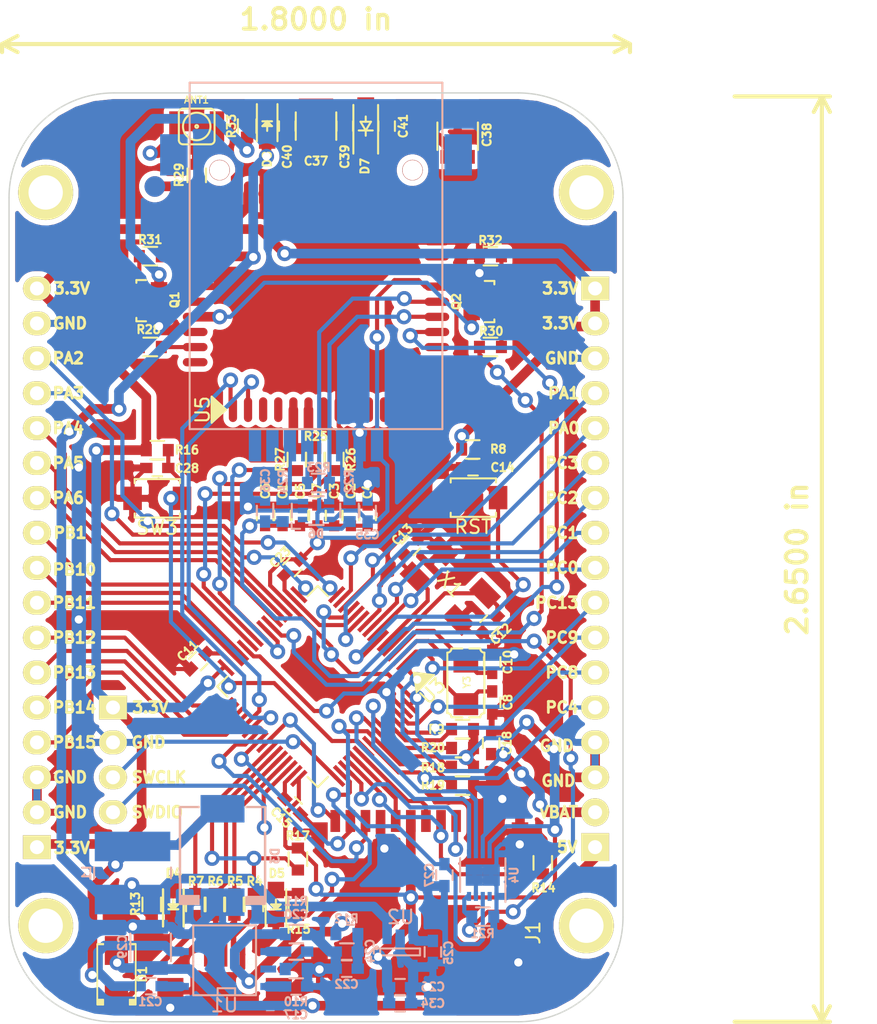
<source format=kicad_pcb>
(kicad_pcb (version 20160815) (host pcbnew 4.1.0-alpha+201608311446+7107~49~ubuntu14.04.1-product)
  (layers (0 F.Cu signal) (31 B.Cu signal) (34 B.Paste user) (35 F.Paste user) (36 B.SilkS user) (37 F.SilkS user) (38 B.Mask user) (39 F.Mask user) (44 Edge.Cuts user))
  (net 0 "")
  (net 1 +3V3)
  (net 2 GND)
  (net 3 "Net-(C8-Pad1)")
  (net 4 "Net-(C10-Pad1)")
  (net 5 "Net-(C11-Pad1)")
  (net 6 "Net-(C15-Pad1)")
  (net 7 "Net-(C17-Pad1)")
  (net 8 VDD)
  (net 9 SIM800C_VDD)
  (net 10 SIM800C_DATA)
  (net 11 +5V)
  (net 12 "Net-(CONN1-Pad1)")
  (net 13 "Net-(CONN1-Pad2)")
  (net 14 "Net-(CONN1-Pad3)")
  (net 15 "Net-(CONN1-Pad4)")
  (net 16 "Net-(D4-Pad2)")
  (net 17 SIM800C_CLK)
  (net 18 SIM800C_RST)
  (net 19 PC10_SDIO_D2)
  (net 20 PC11_SDIO_D3)
  (net 21 PD2_SDIO_CMD)
  (net 22 PC12_SDIO_CK)
  (net 23 PC8_SDIO_D0)
  (net 24 PC9_SDIO_D1)
  (net 25 PA8_SDIO_SW)
  (net 26 "Net-(Q1-Pad2)")
  (net 27 "Net-(Q1-Pad3)")
  (net 28 SIM800C_PWRKEY)
  (net 29 "Net-(Q2-Pad3)")
  (net 30 PA10_ID)
  (net 31 PA12_DP)
  (net 32 PA11_DM)
  (net 33 PA9_VBUS)
  (net 34 "Net-(R9-Pad2)")
  (net 35 PA15_LED)
  (net 36 PB3_BUTTON)
  (net 37 SIM800C_DTR)
  (net 38 SIM800C_RI)
  (net 39 SIM800C_DCD)
  (net 40 SIM800C_NETLIGHT)
  (net 41 PA7_PWRKEY)
  (net 42 GSM_ANT)
  (net 43 "Net-(ANT1-Pad1)")
  (net 44 SIM800C_RXD)
  (net 45 SIM800C_TXD)
  (net 46 PA13_SWDIO)
  (net 47 PA14_SWCLK)
  (net 48 /RST)
  (net 49 VBAT)
  (net 50 /PB5)
  (net 51 /PB6_SCL)
  (net 52 /PB7_SDA)
  (net 53 /PB2)
  (net 54 "Net-(C20-Pad1)")
  (net 55 "Net-(C20-Pad2)")
  (net 56 "Net-(C21-Pad1)")
  (net 57 "Net-(C21-Pad2)")
  (net 58 "Net-(C22-Pad1)")
  (net 59 "Net-(C37-Pad1)")
  (net 60 "Net-(D5-Pad2)")
  (net 61 "Net-(D6-Pad3)")
  (net 62 "Net-(D8-Pad1)")
  (net 63 "Net-(R11-Pad1)")
  (net 64 "Net-(R22-Pad1)")
  (net 65 "Net-(R23-Pad1)")
  (net 66 "Net-(R25-Pad2)")
  (net 67 "Net-(R26-Pad2)")
  (net 68 "Net-(R27-Pad2)")
  (net 69 "Net-(C12-Pad2)")
  (net 70 "Net-(C13-Pad1)")
  (net 71 PB15)
  (net 72 PB14)
  (net 73 PB13)
  (net 74 PB12)
  (net 75 PB11)
  (net 76 PB10)
  (net 77 PB1)
  (net 78 PA6)
  (net 79 PA5)
  (net 80 PA4)
  (net 81 PA3)
  (net 82 PA2)
  (net 83 PC13)
  (net 84 PC0)
  (net 85 PC1)
  (net 86 PC2)
  (net 87 PC3)
  (net 88 PA0)
  (net 89 PA1)
  (net 90 PB4)
  (net 91 PB8)
  (net 92 PB9)
  (module Pin_Headers:Pin_Header_Straight_1x02 (layer F.Cu) (at 180.34 116.84 180)
    (fp_text reference P1 hide)
    (fp_text value CONN_01X02 hide)
    (pad 1 thru_hole rect (at 0 0 180) (size 2.032 2.032) (drill 1.016) (layers *.Cu *.Mask F.SilkS) (net 11 +5V))
    (pad 2 thru_hole oval (at 0 2.54 180) (size 2.032 2.032) (drill 1.016) (layers *.Cu *.Mask F.SilkS) (net 49 VBAT))
  )
  (module Pin_Headers:Pin_Header_Straight_1x15 (layer F.Cu) (at 180.34 76.2)
    (fp_text reference P3 hide)
    (fp_text value CONN_01X15 hide)
    (pad 1 thru_hole rect (at 0 0) (size 2.032 1.7272) (drill 1.016) (layers *.Cu *.Mask F.SilkS) (net 1 +3V3))
    (pad 2 thru_hole oval (at 0 2.54) (size 2.032 1.7272) (drill 1.016) (layers *.Cu *.Mask F.SilkS) (net 1 +3V3))
    (pad 3 thru_hole oval (at 0 5.08) (size 2.032 1.7272) (drill 1.016) (layers *.Cu *.Mask F.SilkS) (net 2 GND))
    (pad 4 thru_hole oval (at 0 7.62) (size 2.032 1.7272) (drill 1.016) (layers *.Cu *.Mask F.SilkS) (net 89 PA1))
    (pad 5 thru_hole oval (at 0 10.16) (size 2.032 1.7272) (drill 1.016) (layers *.Cu *.Mask F.SilkS) (net 88 PA0))
    (pad 6 thru_hole oval (at 0 12.7) (size 2.032 1.7272) (drill 1.016) (layers *.Cu *.Mask F.SilkS) (net 87 PC3))
    (pad 7 thru_hole oval (at 0 15.24) (size 2.032 1.7272) (drill 1.016) (layers *.Cu *.Mask F.SilkS) (net 86 PC2))
    (pad 8 thru_hole oval (at 0 17.78) (size 2.032 1.7272) (drill 1.016) (layers *.Cu *.Mask F.SilkS) (net 85 PC1))
    (pad 9 thru_hole oval (at 0 20.32) (size 2.032 1.7272) (drill 1.016) (layers *.Cu *.Mask F.SilkS) (net 84 PC0))
    (pad 10 thru_hole oval (at 0 22.86) (size 2.032 1.7272) (drill 1.016) (layers *.Cu *.Mask F.SilkS) (net 83 PC13))
    (pad 11 thru_hole oval (at 0 25.4) (size 2.032 1.7272) (drill 1.016) (layers *.Cu *.Mask F.SilkS) (net 92 PB9))
    (pad 12 thru_hole oval (at 0 27.94) (size 2.032 1.7272) (drill 1.016) (layers *.Cu *.Mask F.SilkS) (net 91 PB8))
    (pad 13 thru_hole oval (at 0 30.48) (size 2.032 1.7272) (drill 1.016) (layers *.Cu *.Mask F.SilkS) (net 90 PB4))
    (pad 14 thru_hole oval (at 0 33.02) (size 2.032 1.7272) (drill 1.016) (layers *.Cu *.Mask F.SilkS) (net 2 GND))
    (pad 15 thru_hole oval (at 0 35.56) (size 2.032 1.7272) (drill 1.016) (layers *.Cu *.Mask F.SilkS) (net 2 GND))
  )
  (module Pin_Headers:Pin_Header_Straight_1x04 (layer F.Cu) (at 145.2372 106.68)
    (fp_text reference P2 hide)
    (fp_text value CONN_01X04 hide)
    (pad 1 thru_hole rect (at 0 0) (size 2.032 1.7272) (drill 1.016) (layers *.Cu *.Mask F.SilkS) (net 1 +3V3))
    (pad 2 thru_hole oval (at 0 2.54) (size 2.032 1.7272) (drill 1.016) (layers *.Cu *.Mask F.SilkS) (net 2 GND))
    (pad 3 thru_hole oval (at 0 5.08) (size 2.032 1.7272) (drill 1.016) (layers *.Cu *.Mask F.SilkS) (net 47 PA14_SWCLK))
    (pad 4 thru_hole oval (at 0 7.62) (size 2.032 1.7272) (drill 1.016) (layers *.Cu *.Mask F.SilkS) (net 46 PA13_SWDIO))
  )
  (module Pin_Headers:Pin_Header_Straight_1x17 (layer F.Cu) (at 139.7 116.84 180)
    (fp_text reference P4 hide)
    (fp_text value CONN_01X17 hide)
    (pad 1 thru_hole rect (at 0 0 180) (size 2.032 1.7272) (drill 1.016) (layers *.Cu *.Mask F.SilkS) (net 1 +3V3))
    (pad 2 thru_hole oval (at 0 2.54 180) (size 2.032 1.7272) (drill 1.016) (layers *.Cu *.Mask F.SilkS) (net 2 GND))
    (pad 3 thru_hole oval (at 0 5.08 180) (size 2.032 1.7272) (drill 1.016) (layers *.Cu *.Mask F.SilkS) (net 2 GND))
    (pad 4 thru_hole oval (at 0 7.62 180) (size 2.032 1.7272) (drill 1.016) (layers *.Cu *.Mask F.SilkS) (net 71 PB15))
    (pad 5 thru_hole oval (at 0 10.16 180) (size 2.032 1.7272) (drill 1.016) (layers *.Cu *.Mask F.SilkS) (net 72 PB14))
    (pad 6 thru_hole oval (at 0 12.7 180) (size 2.032 1.7272) (drill 1.016) (layers *.Cu *.Mask F.SilkS) (net 73 PB13))
    (pad 7 thru_hole oval (at 0 15.24 180) (size 2.032 1.7272) (drill 1.016) (layers *.Cu *.Mask F.SilkS) (net 74 PB12))
    (pad 8 thru_hole oval (at 0 17.78 180) (size 2.032 1.7272) (drill 1.016) (layers *.Cu *.Mask F.SilkS) (net 75 PB11))
    (pad 9 thru_hole oval (at 0 20.32 180) (size 2.032 1.7272) (drill 1.016) (layers *.Cu *.Mask F.SilkS) (net 76 PB10))
    (pad 10 thru_hole oval (at 0 22.86 180) (size 2.032 1.7272) (drill 1.016) (layers *.Cu *.Mask F.SilkS) (net 77 PB1))
    (pad 11 thru_hole oval (at 0 25.4 180) (size 2.032 1.7272) (drill 1.016) (layers *.Cu *.Mask F.SilkS) (net 78 PA6))
    (pad 12 thru_hole oval (at 0 27.94 180) (size 2.032 1.7272) (drill 1.016) (layers *.Cu *.Mask F.SilkS) (net 79 PA5))
    (pad 13 thru_hole oval (at 0 30.48 180) (size 2.032 1.7272) (drill 1.016) (layers *.Cu *.Mask F.SilkS) (net 80 PA4))
    (pad 14 thru_hole oval (at 0 33.02 180) (size 2.032 1.7272) (drill 1.016) (layers *.Cu *.Mask F.SilkS) (net 81 PA3))
    (pad 15 thru_hole oval (at 0 35.56 180) (size 2.032 1.7272) (drill 1.016) (layers *.Cu *.Mask F.SilkS) (net 82 PA2))
    (pad 16 thru_hole oval (at 0 38.1 180) (size 2.032 1.7272) (drill 1.016) (layers *.Cu *.Mask F.SilkS) (net 2 GND))
    (pad 17 thru_hole oval (at 0 40.64 180) (size 2.032 1.7272) (drill 1.016) (layers *.Cu *.Mask F.SilkS) (net 1 +3V3))
  )
  (module LEDs:LED_0805 (layer F.Cu) (at 149.6314 121.0056 90)
    (fp_text reference D4 (at 2.2606 0.0381 180) (layer F.SilkS) (effects (font (size 0.6 0.6))))
    (fp_text value Led_pwr hide)
    (pad 2 smd rect (at 1.04902 0 270) (size 1.19888 1.19888) (layers F.Cu F.Paste F.Mask) (net 16 "Net-(D4-Pad2)"))
    (pad 1 smd rect (at -1.04902 0 270) (size 1.19888 1.19888) (layers F.Cu F.Paste F.Mask) (net 2 GND))
  )
  (module LEDs:LED_0805 (layer F.Cu) (at 149.6314 121.0056 90)
    (fp_text reference D4 (at 2.2606 0.0381 180) (layer F.SilkS) (effects (font (size 0.6 0.6))))
    (fp_text value Led_pwr hide)
    (pad 2 smd rect (at 1.04902 0 270) (size 1.19888 1.19888) (layers F.Cu F.Paste F.Mask) (net 16 "Net-(D4-Pad2)"))
    (pad 1 smd rect (at -1.04902 0 270) (size 1.19888 1.19888) (layers F.Cu F.Paste F.Mask) (net 2 GND))
  )
  (module LEDs:LED_0805 (layer F.Cu) (at 149.6314 121.0056 90)
    (fp_text reference D4 (at 2.2606 0.0381 180) (layer F.SilkS) (effects (font (size 0.6 0.6))))
    (fp_text value Led_pwr hide)
    (pad 2 smd rect (at 1.04902 0 270) (size 1.19888 1.19888) (layers F.Cu F.Paste F.Mask) (net 16 "Net-(D4-Pad2)"))
    (pad 1 smd rect (at -1.04902 0 270) (size 1.19888 1.19888) (layers F.Cu F.Paste F.Mask) (net 2 GND))
  )
  (module TQFP-64_10x10mm_Pitch0.5mm (layer F.Cu) (at 160.147 105.156 225)
    (fp_text reference U3 (at -5.702463 -6.151475 225) (layer F.SilkS))
    (fp_text value STM32F405RGTx hide)
    (pad 1 smd rect (at -5.7 -3.75 225) (size 1.5 0.3) (layers F.Cu F.Paste F.Mask) (net 49 VBAT))
    (pad 2 smd rect (at -5.7 -3.25 225) (size 1.5 0.3) (layers F.Cu F.Paste F.Mask) (net 83 PC13))
    (pad 3 smd rect (at -5.7 -2.75 225) (size 1.5 0.3) (layers F.Cu F.Paste F.Mask) (net 3 "Net-(C8-Pad1)"))
    (pad 4 smd rect (at -5.7 -2.25 225) (size 1.5 0.3) (layers F.Cu F.Paste F.Mask) (net 4 "Net-(C10-Pad1)"))
    (pad 5 smd rect (at -5.7 -1.75 225) (size 1.5 0.3) (layers F.Cu F.Paste F.Mask) (net 69 "Net-(C12-Pad2)"))
    (pad 6 smd rect (at -5.7 -1.25 225) (size 1.5 0.3) (layers F.Cu F.Paste F.Mask) (net 70 "Net-(C13-Pad1)"))
    (pad 7 smd rect (at -5.7 -0.75 225) (size 1.5 0.3) (layers F.Cu F.Paste F.Mask) (net 48 /RST))
    (pad 8 smd rect (at -5.7 -0.25 225) (size 1.5 0.3) (layers F.Cu F.Paste F.Mask) (net 84 PC0))
    (pad 9 smd rect (at -5.7 0.25 225) (size 1.5 0.3) (layers F.Cu F.Paste F.Mask) (net 85 PC1))
    (pad 10 smd rect (at -5.7 0.75 225) (size 1.5 0.3) (layers F.Cu F.Paste F.Mask) (net 86 PC2))
    (pad 11 smd rect (at -5.7 1.25 225) (size 1.5 0.3) (layers F.Cu F.Paste F.Mask) (net 87 PC3))
    (pad 12 smd rect (at -5.7 1.75 225) (size 1.5 0.3) (layers F.Cu F.Paste F.Mask) (net 2 GND))
    (pad 13 smd rect (at -5.7 2.25 225) (size 1.5 0.3) (layers F.Cu F.Paste F.Mask) (net 1 +3V3))
    (pad 14 smd rect (at -5.7 2.75 225) (size 1.5 0.3) (layers F.Cu F.Paste F.Mask) (net 88 PA0))
    (pad 15 smd rect (at -5.7 3.25 225) (size 1.5 0.3) (layers F.Cu F.Paste F.Mask) (net 89 PA1))
    (pad 16 smd rect (at -5.7 3.75 225) (size 1.5 0.3) (layers F.Cu F.Paste F.Mask) (net 82 PA2))
    (pad 17 smd rect (at -3.75 5.7 315) (size 1.5 0.3) (layers F.Cu F.Paste F.Mask) (net 81 PA3))
    (pad 18 smd rect (at -3.25 5.7 315) (size 1.5 0.3) (layers F.Cu F.Paste F.Mask) (net 2 GND))
    (pad 19 smd rect (at -2.75 5.7 315) (size 1.5 0.3) (layers F.Cu F.Paste F.Mask) (net 1 +3V3))
    (pad 20 smd rect (at -2.25 5.7 315) (size 1.5 0.3) (layers F.Cu F.Paste F.Mask) (net 80 PA4))
    (pad 21 smd rect (at -1.75 5.7 315) (size 1.5 0.3) (layers F.Cu F.Paste F.Mask) (net 79 PA5))
    (pad 22 smd rect (at -1.25 5.7 315) (size 1.5 0.3) (layers F.Cu F.Paste F.Mask) (net 78 PA6))
    (pad 23 smd rect (at -0.75 5.7 315) (size 1.5 0.3) (layers F.Cu F.Paste F.Mask) (net 41 PA7_PWRKEY))
    (pad 24 smd rect (at -0.25 5.7 315) (size 1.5 0.3) (layers F.Cu F.Paste F.Mask) (net 39 SIM800C_DCD))
    (pad 25 smd rect (at 0.25 5.7 315) (size 1.5 0.3) (layers F.Cu F.Paste F.Mask) (net 37 SIM800C_DTR))
    (pad 26 smd rect (at 0.75 5.7 315) (size 1.5 0.3) (layers F.Cu F.Paste F.Mask) (net 38 SIM800C_RI))
    (pad 27 smd rect (at 1.25 5.7 315) (size 1.5 0.3) (layers F.Cu F.Paste F.Mask) (net 77 PB1))
    (pad 28 smd rect (at 1.75 5.7 315) (size 1.5 0.3) (layers F.Cu F.Paste F.Mask) (net 53 /PB2))
    (pad 29 smd rect (at 2.25 5.7 315) (size 1.5 0.3) (layers F.Cu F.Paste F.Mask) (net 76 PB10))
    (pad 30 smd rect (at 2.75 5.7 315) (size 1.5 0.3) (layers F.Cu F.Paste F.Mask) (net 75 PB11))
    (pad 31 smd rect (at 3.25 5.7 315) (size 1.5 0.3) (layers F.Cu F.Paste F.Mask) (net 5 "Net-(C11-Pad1)"))
    (pad 32 smd rect (at 3.75 5.7 315) (size 1.5 0.3) (layers F.Cu F.Paste F.Mask) (net 1 +3V3))
    (pad 33 smd rect (at 5.7 3.75 225) (size 1.5 0.3) (layers F.Cu F.Paste F.Mask) (net 74 PB12))
    (pad 34 smd rect (at 5.7 3.25 225) (size 1.5 0.3) (layers F.Cu F.Paste F.Mask) (net 73 PB13))
    (pad 35 smd rect (at 5.7 2.75 225) (size 1.5 0.3) (layers F.Cu F.Paste F.Mask) (net 72 PB14))
    (pad 36 smd rect (at 5.7 2.25 225) (size 1.5 0.3) (layers F.Cu F.Paste F.Mask) (net 71 PB15))
    (pad 37 smd rect (at 5.7 1.75 225) (size 1.5 0.3) (layers F.Cu F.Paste F.Mask) (net 44 SIM800C_RXD))
    (pad 38 smd rect (at 5.7 1.25 225) (size 1.5 0.3) (layers F.Cu F.Paste F.Mask) (net 45 SIM800C_TXD))
    (pad 39 smd rect (at 5.7 0.75 225) (size 1.5 0.3) (layers F.Cu F.Paste F.Mask) (net 23 PC8_SDIO_D0))
    (pad 40 smd rect (at 5.7 0.25 225) (size 1.5 0.3) (layers F.Cu F.Paste F.Mask) (net 24 PC9_SDIO_D1))
    (pad 41 smd rect (at 5.7 -0.25 225) (size 1.5 0.3) (layers F.Cu F.Paste F.Mask) (net 25 PA8_SDIO_SW))
    (pad 42 smd rect (at 5.7 -0.75 225) (size 1.5 0.3) (layers F.Cu F.Paste F.Mask) (net 33 PA9_VBUS))
    (pad 43 smd rect (at 5.7 -1.25 225) (size 1.5 0.3) (layers F.Cu F.Paste F.Mask) (net 30 PA10_ID))
    (pad 44 smd rect (at 5.7 -1.75 225) (size 1.5 0.3) (layers F.Cu F.Paste F.Mask) (net 32 PA11_DM))
    (pad 45 smd rect (at 5.7 -2.25 225) (size 1.5 0.3) (layers F.Cu F.Paste F.Mask) (net 31 PA12_DP))
    (pad 46 smd rect (at 5.7 -2.75 225) (size 1.5 0.3) (layers F.Cu F.Paste F.Mask) (net 46 PA13_SWDIO))
    (pad 47 smd rect (at 5.7 -3.25 225) (size 1.5 0.3) (layers F.Cu F.Paste F.Mask) (net 6 "Net-(C15-Pad1)"))
    (pad 48 smd rect (at 5.7 -3.75 225) (size 1.5 0.3) (layers F.Cu F.Paste F.Mask) (net 1 +3V3))
    (pad 49 smd rect (at 3.75 -5.7 315) (size 1.5 0.3) (layers F.Cu F.Paste F.Mask) (net 47 PA14_SWCLK))
    (pad 50 smd rect (at 3.25 -5.7 315) (size 1.5 0.3) (layers F.Cu F.Paste F.Mask) (net 35 PA15_LED))
    (pad 51 smd rect (at 2.75 -5.7 315) (size 1.5 0.3) (layers F.Cu F.Paste F.Mask) (net 19 PC10_SDIO_D2))
    (pad 52 smd rect (at 2.25 -5.7 315) (size 1.5 0.3) (layers F.Cu F.Paste F.Mask) (net 20 PC11_SDIO_D3))
    (pad 53 smd rect (at 1.75 -5.7 315) (size 1.5 0.3) (layers F.Cu F.Paste F.Mask) (net 22 PC12_SDIO_CK))
    (pad 54 smd rect (at 1.25 -5.7 315) (size 1.5 0.3) (layers F.Cu F.Paste F.Mask) (net 21 PD2_SDIO_CMD))
    (pad 55 smd rect (at 0.75 -5.7 315) (size 1.5 0.3) (layers F.Cu F.Paste F.Mask) (net 36 PB3_BUTTON))
    (pad 56 smd rect (at 0.25 -5.7 315) (size 1.5 0.3) (layers F.Cu F.Paste F.Mask) (net 90 PB4))
    (pad 57 smd rect (at -0.25 -5.7 315) (size 1.5 0.3) (layers F.Cu F.Paste F.Mask) (net 50 /PB5))
    (pad 58 smd rect (at -0.75 -5.7 315) (size 1.5 0.3) (layers F.Cu F.Paste F.Mask) (net 51 /PB6_SCL))
    (pad 59 smd rect (at -1.25 -5.7 315) (size 1.5 0.3) (layers F.Cu F.Paste F.Mask) (net 52 /PB7_SDA))
    (pad 60 smd rect (at -1.75 -5.7 315) (size 1.5 0.3) (layers F.Cu F.Paste F.Mask) (net 34 "Net-(R9-Pad2)"))
    (pad 61 smd rect (at -2.25 -5.7 315) (size 1.5 0.3) (layers F.Cu F.Paste F.Mask) (net 91 PB8))
    (pad 62 smd rect (at -2.75 -5.7 315) (size 1.5 0.3) (layers F.Cu F.Paste F.Mask) (net 92 PB9))
    (pad 63 smd rect (at -3.25 -5.7 315) (size 1.5 0.3) (layers F.Cu F.Paste F.Mask) (net 2 GND))
    (pad 64 smd rect (at -3.75 -5.7 315) (size 1.5 0.3) (layers F.Cu F.Paste F.Mask) (net 1 +3V3))
  )
  (module Housings_DFN_QFN:DFN-10-1EP_3x3mm_Pitch0.5mm (layer B.Cu) (at 172.1612 118.872 90)
    (fp_text reference U4 (at 0 2.2733 90) (layer B.SilkS) (effects (font (size 0.6 0.6)) (justify mirror)))
    (fp_text value MMA7660 hide)
    (pad 1 smd rect (at -1.55 1 90) (size 0.65 0.3) (layers B.Cu B.Paste B.Mask) (net 2 GND))
    (pad 2 smd rect (at -1.55 0.5 90) (size 0.65 0.3) (layers B.Cu B.Paste B.Mask))
    (pad 3 smd rect (at -1.55 0 90) (size 0.65 0.3) (layers B.Cu B.Paste B.Mask) (net 50 /PB5))
    (pad 4 smd rect (at -1.55 -0.5 90) (size 0.65 0.3) (layers B.Cu B.Paste B.Mask) (net 2 GND))
    (pad 5 smd rect (at -1.55 -1 90) (size 0.65 0.3) (layers B.Cu B.Paste B.Mask) (net 53 /PB2))
    (pad 6 smd rect (at 1.55 -1 90) (size 0.65 0.3) (layers B.Cu B.Paste B.Mask) (net 51 /PB6_SCL))
    (pad 7 smd rect (at 1.55 -0.5 90) (size 0.65 0.3) (layers B.Cu B.Paste B.Mask) (net 52 /PB7_SDA))
    (pad 8 smd rect (at 1.55 0 90) (size 0.65 0.3) (layers B.Cu B.Paste B.Mask) (net 2 GND))
    (pad 9 smd rect (at 1.55 0.5 90) (size 0.65 0.3) (layers B.Cu B.Paste B.Mask) (net 1 +3V3))
    (pad 10 smd rect (at 1.55 1 90) (size 0.65 0.3) (layers B.Cu B.Paste B.Mask) (net 2 GND))
    (pad 11 smd rect (at 0.3875 -0.62 90) (size 0.775 1.24) (layers B.Cu B.Paste B.Mask) (net 2 GND))
    (pad 11 smd rect (at 0.3875 0.62 90) (size 0.775 1.24) (layers B.Cu B.Paste B.Mask) (net 2 GND))
    (pad 11 smd rect (at -0.3875 -0.62 90) (size 0.775 1.24) (layers B.Cu B.Paste B.Mask) (net 2 GND))
    (pad 11 smd rect (at -0.3875 0.62 90) (size 0.775 1.24) (layers B.Cu B.Paste B.Mask) (net 2 GND))
  )
  (module SIM_HOLD_115A-ADA0-R02 (layer B.Cu) (at 160.02 87.63 90)
    (fp_text reference U6 hide)
    (fp_text value "SIM HOLD - PPSS-6P" hide)
    (pad 3 smd rect (at 0 -0.635 90) (size 2.3 0.9) (layers B.Cu B.Paste B.Mask) (net 65 "Net-(R23-Pad1)"))
    (pad CD smd rect (at 0 -3.175 90) (size 2.3 0.9) (layers B.Cu B.Paste B.Mask))
    (pad COM smd rect (at 0 -4.445 90) (size 2.3 0.9) (layers B.Cu B.Paste B.Mask))
    (pad 2 smd rect (at 0 1.905 90) (size 2.3 0.9) (layers B.Cu B.Paste B.Mask) (net 64 "Net-(R22-Pad1)"))
    (pad 1 smd rect (at 0 4.445 90) (size 2.3 0.9) (layers B.Cu B.Paste B.Mask) (net 9 SIM800C_VDD))
    (pad 7 smd rect (at 0 -1.905 90) (size 2.3 0.9) (layers B.Cu B.Paste B.Mask) (net 61 "Net-(D6-Pad3)"))
    (pad 5 smd rect (at 0 3.175 90) (size 2.3 0.9) (layers B.Cu B.Paste B.Mask) (net 2 GND))
    (pad GND smd rect (at 21.15 10.35 90) (size 3 2) (layers B.Cu B.Paste B.Mask))
    (pad GND smd rect (at 21.15 -10.35 90) (size 3 2) (layers B.Cu B.Paste B.Mask))
    (pad 8 thru_hole circle (at 20.04 7.025 90) (size 1.5 1.5) (drill 1.4) (layers *.Cu *.Mask B.SilkS))
    (pad 9 thru_hole circle (at 20.04 -7.025 90) (size 1.5 1.5) (drill 1.4) (layers *.Cu *.Mask B.SilkS))
  )
  (module lib:MountingHole_2.5mm (layer F.Cu) (at 140.335 122.555)
    (fp_text reference P8 hide)
    (fp_text value CONN_01X01 hide)
    (pad "" np_thru_hole circle (at 0 0) (size 4 4) (drill 2.5) (layers *.Cu *.Mask F.SilkS))
  )
  (module lib:do214ab (layer B.Cu) (at 153.2128 117.44452 270)
    (fp_text reference D3 (at 0.03048 -3.8227 270) (layer B.SilkS) (effects (font (size 0.6 0.6)) (justify mirror)))
    (fp_text value MBRS340 hide)
    (pad 2 smd rect (at 3.39852 0 270) (size 1.99898 3.19786) (layers B.Cu B.Paste B.Mask) (net 2 GND))
    (pad 1 smd rect (at -3.39852 0 270) (size 1.99898 3.19786) (layers B.Cu B.Paste B.Mask) (net 56 "Net-(C21-Pad1)"))
  )
  (module Choke_SMD:Choke_SMD_Wuerth-WE-PD2-Typ-MS (layer B.Cu) (at 146.6596 118.7196 270)
    (fp_text reference L1 (at 0 3.3401 270) (layer B.SilkS) (effects (font (size 0.6 0.6)) (justify mirror)))
    (fp_text value 3.3uH-3.2A hide)
    (pad 1 smd rect (at -1.9304 0 270) (size 2.14884 5.4991) (layers B.Cu B.Paste B.Mask) (net 56 "Net-(C21-Pad1)"))
    (pad 2 smd rect (at 1.9304 0 270) (size 2.14884 5.4991) (layers B.Cu B.Paste B.Mask) (net 8 VDD))
  )
  (module MicroSD_Push-Push-A (layer F.Cu) (at 168.021 114.935 270)
    (fp_text reference J1 (at 8.128 -7.8105 270) (layer F.SilkS))
    (fp_text value "MICRO_SD_HINGE - Micro SD socket Push-Push A" hide)
    (pad 3 smd rect (at 0 0 270) (size 1.6 0.7) (layers F.Cu F.Paste F.Mask) (net 21 PD2_SDIO_CMD))
    (pad 4 smd rect (at 0 1.1 270) (size 1.6 0.7) (layers F.Cu F.Paste F.Mask) (net 1 +3V3))
    (pad 5 smd rect (at 0 2.2 270) (size 1.6 0.7) (layers F.Cu F.Paste F.Mask) (net 22 PC12_SDIO_CK))
    (pad 6 smd rect (at 0 3.3 270) (size 1.6 0.7) (layers F.Cu F.Paste F.Mask) (net 2 GND))
    (pad 7 smd rect (at 0 4.4 270) (size 1.6 0.7) (layers F.Cu F.Paste F.Mask) (net 23 PC8_SDIO_D0))
    (pad 8 smd rect (at 0 5.5 270) (size 1.6 0.7) (layers F.Cu F.Paste F.Mask) (net 24 PC9_SDIO_D1))
    (pad 9 smd rect (at 0 6.6 270) (size 1.6 0.7) (layers F.Cu F.Paste F.Mask) (net 25 PA8_SDIO_SW))
    (pad 1 smd rect (at 0 -2.2 270) (size 1.6 0.7) (layers F.Cu F.Paste F.Mask) (net 19 PC10_SDIO_D2))
    (pad 2 smd rect (at 0 -1.1 270) (size 1.6 0.7) (layers F.Cu F.Paste F.Mask) (net 20 PC11_SDIO_D3))
    (pad 10 smd rect (at 0.8 7.75 270) (size 1.4 1.2) (layers F.Cu F.Paste F.Mask) (net 2 GND))
    (pad 12 smd rect (at 0.8 -6.85 270) (size 1.4 1.2) (layers F.Cu F.Paste F.Mask) (net 2 GND))
    (pad 11 smd rect (at 10.3 7.75 270) (size 2.2 1.2) (layers F.Cu F.Paste F.Mask) (net 2 GND))
    (pad 11 smd rect (at 10.3 -7.75 270) (size 2.2 1.2) (layers F.Cu F.Paste F.Mask) (net 2 GND))
  )
  (module lib:MountingHole_2.5mm (layer F.Cu) (at 140.335 69.215)
    (fp_text reference P8 hide)
    (fp_text value CONN_01X01 hide)
    (pad "" np_thru_hole circle (at 0 0) (size 4 4) (drill 2.5) (layers *.Cu *.Mask F.SilkS))
  )
  (module lib:MountingHole_2.5mm (layer F.Cu) (at 179.705 69.215)
    (fp_text reference P8 hide)
    (fp_text value CONN_01X01 hide)
    (pad "" np_thru_hole circle (at 0 0) (size 4 4) (drill 2.5) (layers *.Cu *.Mask F.SilkS))
  )
  (module lib:MountingHole_2.5mm (layer F.Cu) (at 179.705 122.555)
    (fp_text reference P8 hide)
    (fp_text value CONN_01X01 hide)
    (pad "" np_thru_hole circle (at 0 0) (size 4 4) (drill 2.5) (layers *.Cu *.Mask F.SilkS))
  )
  (module lib:do214ac (layer F.Cu) (at 145.4912 126.0856 270)
    (fp_text reference D1 (at 0 -1.8923 270) (layer F.SilkS) (effects (font (size 0.6 0.6))))
    (fp_text value SS34 hide)
    (pad 2 smd rect (at 1.72974 0 270) (size 2.10058 1.69926) (layers F.Cu F.Paste F.Mask) (net 12 "Net-(CONN1-Pad1)"))
    (pad 1 smd rect (at -1.72974 0 270) (size 2.10058 1.69926) (layers F.Cu F.Paste F.Mask) (net 11 +5V))
  )
  (module lib:coaxial_u.fl-r-smt-1 (layer F.Cu) (at 151.3332 64.4144)
    (fp_text reference ANT1 (at -0.0127 -1.9304) (layer F.SilkS) (effects (font (size 0.5 0.5) (thickness 0.1))))
    (fp_text value ANTENNA hide)
    (pad 2 smd rect (at -1.475 0) (size 1.05 2.2) (layers F.Cu F.Paste F.Mask))
    (pad 2 smd rect (at 1.475 0) (size 1.05 2.2) (layers F.Cu F.Paste F.Mask))
    (pad 1 smd rect (at 0 1.525) (size 1 1.05) (layers F.Cu F.Paste F.Mask) (net 43 "Net-(ANT1-Pad1)"))
  )
  (module Capacitors_SMD:C_0603 (layer F.Cu) (at 157.5816 92.71 90)
    (fp_text reference C1 (at 1.778 0.0254 90) (layer F.SilkS) (effects (font (size 0.6 0.6))))
    (fp_text value 4.7uF hide)
    (pad 1 smd rect (at -0.75 0 90) (size 0.8 0.75) (layers F.Cu F.Paste F.Mask) (net 1 +3V3))
    (pad 2 smd rect (at 0.75 0 90) (size 0.8 0.75) (layers F.Cu F.Paste F.Mask) (net 2 GND))
  )
  (module Capacitors_SMD:C_0603 (layer F.Cu) (at 162.56 92.71 90)
    (fp_text reference C2 (at 1.778 0 90) (layer F.SilkS) (effects (font (size 0.6 0.6))))
    (fp_text value 100nF hide)
    (pad 1 smd rect (at -0.75 0 90) (size 0.8 0.75) (layers F.Cu F.Paste F.Mask) (net 1 +3V3))
    (pad 2 smd rect (at 0.75 0 90) (size 0.8 0.75) (layers F.Cu F.Paste F.Mask) (net 2 GND))
  )
  (module Capacitors_SMD:C_0603 (layer F.Cu) (at 161.3408 92.71 90)
    (fp_text reference C3 (at 1.778 0.0127 270) (layer F.SilkS) (effects (font (size 0.6 0.6))))
    (fp_text value 100nF hide)
    (pad 1 smd rect (at -0.75 0 90) (size 0.8 0.75) (layers F.Cu F.Paste F.Mask) (net 1 +3V3))
    (pad 2 smd rect (at 0.75 0 90) (size 0.8 0.75) (layers F.Cu F.Paste F.Mask) (net 2 GND))
  )
  (module Capacitors_SMD:C_0603 (layer F.Cu) (at 163.7792 92.71 90)
    (fp_text reference C4 (at 1.778 -0.0127 90) (layer F.SilkS) (effects (font (size 0.6 0.6))))
    (fp_text value 100nF hide)
    (pad 1 smd rect (at -0.75 0 90) (size 0.8 0.75) (layers F.Cu F.Paste F.Mask) (net 1 +3V3))
    (pad 2 smd rect (at 0.75 0 90) (size 0.8 0.75) (layers F.Cu F.Paste F.Mask) (net 2 GND))
  )
  (module Capacitors_SMD:C_0603 (layer F.Cu) (at 158.8516 92.71 90)
    (fp_text reference C5 (at 1.778 0.0254 90) (layer F.SilkS) (effects (font (size 0.6 0.6))))
    (fp_text value 100nF hide)
    (pad 1 smd rect (at -0.75 0 90) (size 0.8 0.75) (layers F.Cu F.Paste F.Mask) (net 1 +3V3))
    (pad 2 smd rect (at 0.75 0 90) (size 0.8 0.75) (layers F.Cu F.Paste F.Mask) (net 2 GND))
  )
  (module Capacitors_SMD:C_0603 (layer F.Cu) (at 156.3116 92.71 90)
    (fp_text reference C6 (at 1.778 0.0254 90) (layer F.SilkS) (effects (font (size 0.6 0.6))))
    (fp_text value 4.7uF hide)
    (pad 1 smd rect (at -0.75 0 90) (size 0.8 0.75) (layers F.Cu F.Paste F.Mask) (net 1 +3V3))
    (pad 2 smd rect (at 0.75 0 90) (size 0.8 0.75) (layers F.Cu F.Paste F.Mask) (net 2 GND))
  )
  (module Capacitors_SMD:C_0603 (layer F.Cu) (at 160.1216 92.71 90)
    (fp_text reference C7 (at 1.778 -0.0381 270) (layer F.SilkS) (effects (font (size 0.6 0.6))))
    (fp_text value 100nF hide)
    (pad 1 smd rect (at -0.75 0 90) (size 0.8 0.75) (layers F.Cu F.Paste F.Mask) (net 1 +3V3))
    (pad 2 smd rect (at 0.75 0 90) (size 0.8 0.75) (layers F.Cu F.Paste F.Mask) (net 2 GND))
  )
  (module lib:C_0603 (layer F.Cu) (at 172.847 106.3117 270)
    (fp_text reference C8 (at -0.0127 -1.143 90) (layer F.SilkS) (effects (font (size 0.6 0.6))))
    (fp_text value 15pF hide)
    (pad 1 smd rect (at -0.8 0 270) (size 0.9 0.75) (layers F.Cu F.Paste F.Mask) (net 3 "Net-(C8-Pad1)"))
    (pad 2 smd rect (at 0.8 0 270) (size 0.9 0.75) (layers F.Cu F.Paste F.Mask) (net 2 GND))
  )
  (module lib:C_0603 (layer F.Cu) (at 172.847 103.3653 90)
    (fp_text reference C10 (at -0.0127 1.143 90) (layer F.SilkS) (effects (font (size 0.6 0.6))))
    (fp_text value 15pF hide)
    (pad 1 smd rect (at -0.8 0 90) (size 0.9 0.75) (layers F.Cu F.Paste F.Mask) (net 4 "Net-(C10-Pad1)"))
    (pad 2 smd rect (at 0.8 0 90) (size 0.9 0.75) (layers F.Cu F.Paste F.Mask) (net 2 GND))
  )
  (module lib:C_0603 (layer F.Cu) (at 151.4475 103.3145 225)
    (fp_text reference C11 (at 0 1.077631 45) (layer F.SilkS) (effects (font (size 0.6 0.6))))
    (fp_text value 0.2uF hide)
    (pad 1 smd rect (at -0.8 0 225) (size 0.9 0.75) (layers F.Cu F.Paste F.Mask) (net 5 "Net-(C11-Pad1)"))
    (pad 2 smd rect (at 0.8 0 225) (size 0.9 0.75) (layers F.Cu F.Paste F.Mask) (net 2 GND))
  )
  (module lib:C_0603 (layer F.Cu) (at 172.6565 100.6475 45)
    (fp_text reference C12 (at 0.089803 1.077631 45) (layer F.SilkS) (effects (font (size 0.6 0.6))))
    (fp_text value 10pF hide)
    (pad 1 smd rect (at -0.8 0 45) (size 0.9 0.75) (layers F.Cu F.Paste F.Mask) (net 2 GND))
    (pad 2 smd rect (at 0.8 0 45) (size 0.9 0.75) (layers F.Cu F.Paste F.Mask) (net 69 "Net-(C12-Pad2)"))
  )
  (module lib:C_0603 (layer F.Cu) (at 166.9415 94.9325 45)
    (fp_text reference C13 (at 0.134704 -1.032729 45) (layer F.SilkS) (effects (font (size 0.6 0.6))))
    (fp_text value 10pF hide)
    (pad 1 smd rect (at -0.8 0 45) (size 0.9 0.75) (layers F.Cu F.Paste F.Mask) (net 70 "Net-(C13-Pad1)"))
    (pad 2 smd rect (at 0.8 0 45) (size 0.9 0.75) (layers F.Cu F.Paste F.Mask) (net 2 GND))
  )
  (module lib:C_0603 (layer F.Cu) (at 171.45 89.2048 180)
    (fp_text reference C14 (at -2.159 -0.0127) (layer F.SilkS) (effects (font (size 0.6 0.6))))
    (fp_text value 100nF hide)
    (pad 1 smd rect (at -0.8 0 180) (size 0.9 0.75) (layers F.Cu F.Paste F.Mask) (net 48 /RST))
    (pad 2 smd rect (at 0.8 0 180) (size 0.9 0.75) (layers F.Cu F.Paste F.Mask) (net 2 GND))
  )
  (module lib:C_0603 (layer F.Cu) (at 158.3182 113.8682 315)
    (fp_text reference C15 (at -0.017961 1.167433 135) (layer F.SilkS) (effects (font (size 0.6 0.6))))
    (fp_text value 2.2uF hide)
    (pad 1 smd rect (at -0.8 0 315) (size 0.9 0.75) (layers F.Cu F.Paste F.Mask) (net 6 "Net-(C15-Pad1)"))
    (pad 2 smd rect (at 0.8 0 315) (size 0.9 0.75) (layers F.Cu F.Paste F.Mask) (net 2 GND))
  )
  (module lib:C_0603 (layer B.Cu) (at 158.5722 126.9746)
    (fp_text reference C17 (at -0.0127 2.0574 180) (layer B.SilkS) (effects (font (size 0.6 0.6)) (justify mirror)))
    (fp_text value 0.1uF hide)
    (pad 1 smd rect (at -0.8 0) (size 0.9 0.75) (layers B.Cu B.Paste B.Mask) (net 7 "Net-(C17-Pad1)"))
    (pad 2 smd rect (at 0.8 0) (size 0.9 0.75) (layers B.Cu B.Paste B.Mask) (net 2 GND))
  )
  (module lib:C_0603 (layer F.Cu) (at 172.7708 109.2708 90)
    (fp_text reference C18 (at 0 1.1557 270) (layer F.SilkS) (effects (font (size 0.6 0.6))))
    (fp_text value 100nF hide)
    (pad 1 smd rect (at -0.8 0 90) (size 0.9 0.75) (layers F.Cu F.Paste F.Mask) (net 49 VBAT))
    (pad 2 smd rect (at 0.8 0 90) (size 0.9 0.75) (layers F.Cu F.Paste F.Mask) (net 2 GND))
  )
  (module lib:C_0603 (layer B.Cu) (at 158.5722 124.4346)
    (fp_text reference C20 (at 0 -2.7051) (layer B.SilkS) (effects (font (size 0.6 0.6)) (justify mirror)))
    (fp_text value 4.7nF hide)
    (pad 1 smd rect (at -0.8 0) (size 0.9 0.75) (layers B.Cu B.Paste B.Mask) (net 54 "Net-(C20-Pad1)"))
    (pad 2 smd rect (at 0.8 0) (size 0.9 0.75) (layers B.Cu B.Paste B.Mask) (net 55 "Net-(C20-Pad2)"))
  )
  (module lib:C_0603 (layer B.Cu) (at 147.9804 126.9492)
    (fp_text reference C21 (at -0.0254 1.1303 180) (layer B.SilkS) (effects (font (size 0.6 0.6)) (justify mirror)))
    (fp_text value 10nF hide)
    (pad 1 smd rect (at -0.8 0) (size 0.9 0.75) (layers B.Cu B.Paste B.Mask) (net 56 "Net-(C21-Pad1)"))
    (pad 2 smd rect (at 0.8 0) (size 0.9 0.75) (layers B.Cu B.Paste B.Mask) (net 57 "Net-(C21-Pad2)"))
  )
  (module lib:C_0603 (layer B.Cu) (at 162.2552 125.6792 180)
    (fp_text reference C22 (at 0.0127 -1.1303) (layer B.SilkS) (effects (font (size 0.6 0.6)) (justify mirror)))
    (fp_text value 22uF hide)
    (pad 1 smd rect (at -0.8 0 180) (size 0.9 0.75) (layers B.Cu B.Paste B.Mask) (net 58 "Net-(C22-Pad1)"))
    (pad 2 smd rect (at 0.8 0 180) (size 0.9 0.75) (layers B.Cu B.Paste B.Mask) (net 2 GND))
  )
  (module lib:C_0603 (layer F.Cu) (at 158.2928 96.4692 225)
    (fp_text reference C23 (at 0.116743 1.122532 45) (layer F.SilkS) (effects (font (size 0.6 0.6))))
    (fp_text value 4.7uF hide)
    (pad 1 smd rect (at -0.8 0 225) (size 0.9 0.75) (layers F.Cu F.Paste F.Mask) (net 1 +3V3))
    (pad 2 smd rect (at 0.8 0 225) (size 0.9 0.75) (layers F.Cu F.Paste F.Mask) (net 2 GND))
  )
  (module lib:C_0603 (layer B.Cu) (at 162.2552 124.4346 180)
    (fp_text reference C24 (at -1.7018 0.0381 90) (layer B.SilkS) (effects (font (size 0.6 0.6)) (justify mirror)))
    (fp_text value 22uF hide)
    (pad 1 smd rect (at -0.8 0 180) (size 0.9 0.75) (layers B.Cu B.Paste B.Mask) (net 58 "Net-(C22-Pad1)"))
    (pad 2 smd rect (at 0.8 0 180) (size 0.9 0.75) (layers B.Cu B.Paste B.Mask) (net 2 GND))
  )
  (module lib:C_0603 (layer B.Cu) (at 168.529 124.46 270)
    (fp_text reference C25 (at 0.0635 -1.143 90) (layer B.SilkS) (effects (font (size 0.6 0.6)) (justify mirror)))
    (fp_text value 10uF hide)
    (pad 1 smd rect (at -0.8 0 270) (size 0.9 0.75) (layers B.Cu B.Paste B.Mask) (net 8 VDD))
    (pad 2 smd rect (at 0.8 0 270) (size 0.9 0.75) (layers B.Cu B.Paste B.Mask) (net 2 GND))
  )
  (module lib:C_0603 (layer B.Cu) (at 166.1414 127.0254)
    (fp_text reference C26 (at 2.3876 -0.0254) (layer B.SilkS) (effects (font (size 0.6 0.6)) (justify mirror)))
    (fp_text value 10uF hide)
    (pad 1 smd rect (at -0.8 0) (size 0.9 0.75) (layers B.Cu B.Paste B.Mask) (net 1 +3V3))
    (pad 2 smd rect (at 0.8 0) (size 0.9 0.75) (layers B.Cu B.Paste B.Mask) (net 2 GND))
  )
  (module lib:C_0603 (layer B.Cu) (at 169.3672 118.872 270)
    (fp_text reference C27 (at 0 1.0922 90) (layer B.SilkS) (effects (font (size 0.6 0.6)) (justify mirror)))
    (fp_text value 100nF hide)
    (pad 1 smd rect (at -0.8 0 270) (size 0.9 0.75) (layers B.Cu B.Paste B.Mask) (net 50 /PB5))
    (pad 2 smd rect (at 0.8 0 270) (size 0.9 0.75) (layers B.Cu B.Paste B.Mask) (net 2 GND))
  )
  (module lib:C_0603 (layer F.Cu) (at 148.463 89.2556 180)
    (fp_text reference C28 (at -2.159 -0.0254) (layer F.SilkS) (effects (font (size 0.6 0.6))))
    (fp_text value 100nF hide)
    (pad 1 smd rect (at -0.8 0 180) (size 0.9 0.75) (layers F.Cu F.Paste F.Mask) (net 36 PB3_BUTTON))
    (pad 2 smd rect (at 0.8 0 180) (size 0.9 0.75) (layers F.Cu F.Paste F.Mask) (net 2 GND))
  )
  (module Capacitors_SMD:C_1210 (layer B.Cu) (at 147.9804 124.1298 90)
    (fp_text reference C29 (at 0.0508 -2.0574 90) (layer B.SilkS) (effects (font (size 0.6 0.6)) (justify mirror)))
    (fp_text value 10uF/35V hide)
    (pad 1 smd rect (at -1.5 0 90) (size 1 2.5) (layers B.Cu B.Paste B.Mask) (net 11 +5V))
    (pad 2 smd rect (at 1.5 0 90) (size 1 2.5) (layers B.Cu B.Paste B.Mask) (net 2 GND))
  )
  (module lib:C_0603 (layer B.Cu) (at 166.1414 128.1938)
    (fp_text reference C34 (at 2.3876 0.0127) (layer B.SilkS) (effects (font (size 0.6 0.6)) (justify mirror)))
    (fp_text value 100nF hide)
    (pad 1 smd rect (at -0.8 0) (size 0.9 0.75) (layers B.Cu B.Paste B.Mask) (net 1 +3V3))
    (pad 2 smd rect (at 0.8 0) (size 0.9 0.75) (layers B.Cu B.Paste B.Mask) (net 2 GND))
  )
  (module lib:C_0603 (layer B.Cu) (at 163.7792 92.3544 90)
    (fp_text reference C35 (at -1.7526 -0.0127) (layer B.SilkS) (effects (font (size 0.6 0.6)) (justify mirror)))
    (fp_text value 100nF hide)
    (pad 1 smd rect (at -0.8 0 90) (size 0.9 0.75) (layers B.Cu B.Paste B.Mask) (net 9 SIM800C_VDD))
    (pad 2 smd rect (at 0.8 0 90) (size 0.9 0.75) (layers B.Cu B.Paste B.Mask) (net 2 GND))
  )
  (module lib:C_0603 (layer B.Cu) (at 156.3116 92.3544 90)
    (fp_text reference C36 (at 2.1844 0.0254 270) (layer B.SilkS) (effects (font (size 0.6 0.6)) (justify mirror)))
    (fp_text value 22pF hide)
    (pad 1 smd rect (at -0.8 0 90) (size 0.9 0.75) (layers B.Cu B.Paste B.Mask) (net 10 SIM800C_DATA))
    (pad 2 smd rect (at 0.8 0 90) (size 0.9 0.75) (layers B.Cu B.Paste B.Mask) (net 2 GND))
  )
  (module Capacitors_SMD:C_1210 (layer F.Cu) (at 160.02 64.389 90)
    (fp_text reference C37 (at -2.54 0 360) (layer F.SilkS) (effects (font (size 0.6 0.6))))
    (fp_text value 100uF hide)
    (pad 1 smd rect (at -1.5 0 90) (size 1 2.5) (layers F.Cu F.Paste F.Mask) (net 59 "Net-(C37-Pad1)"))
    (pad 2 smd rect (at 1.5 0 90) (size 1 2.5) (layers F.Cu F.Paste F.Mask) (net 2 GND))
  )
  (module Capacitors_SMD:C_1210 (layer F.Cu) (at 170.3324 65.1256 90)
    (fp_text reference C38 (at 0.1016 2.1336 90) (layer F.SilkS) (effects (font (size 0.6 0.6))))
    (fp_text value 100uF hide)
    (pad 1 smd rect (at -1.5 0 90) (size 1 2.5) (layers F.Cu F.Paste F.Mask) (net 8 VDD))
    (pad 2 smd rect (at 1.5 0 90) (size 1 2.5) (layers F.Cu F.Paste F.Mask) (net 2 GND))
  )
  (module lib:C_0603 (layer F.Cu) (at 162.1155 64.389 90)
    (fp_text reference C39 (at -2.2225 0 90) (layer F.SilkS) (effects (font (size 0.6 0.6))))
    (fp_text value 10uF hide)
    (pad 1 smd rect (at -0.8 0 90) (size 0.9 0.75) (layers F.Cu F.Paste F.Mask) (net 8 VDD))
    (pad 2 smd rect (at 0.8 0 90) (size 0.9 0.75) (layers F.Cu F.Paste F.Mask) (net 2 GND))
  )
  (module lib:C_0603 (layer F.Cu) (at 157.9245 64.389 90)
    (fp_text reference C40 (at -2.2225 0 90) (layer F.SilkS) (effects (font (size 0.6 0.6))))
    (fp_text value 33pF hide)
    (pad 1 smd rect (at -0.8 0 90) (size 0.9 0.75) (layers F.Cu F.Paste F.Mask) (net 8 VDD))
    (pad 2 smd rect (at 0.8 0 90) (size 0.9 0.75) (layers F.Cu F.Paste F.Mask) (net 2 GND))
  )
  (module lib:C_0603 (layer F.Cu) (at 165.1635 64.389 90)
    (fp_text reference C41 (at 0 1.2065 90) (layer F.SilkS) (effects (font (size 0.6 0.6))))
    (fp_text value 10pF hide)
    (pad 1 smd rect (at -0.8 0 90) (size 0.9 0.75) (layers F.Cu F.Paste F.Mask) (net 8 VDD))
    (pad 2 smd rect (at 0.8 0 90) (size 0.9 0.75) (layers F.Cu F.Paste F.Mask) (net 2 GND))
  )
  (module LEDs:LED_0805 (layer F.Cu) (at 149.6314 121.0056 90)
    (fp_text reference D4 (at 2.2606 0.0381 180) (layer F.SilkS) (effects (font (size 0.6 0.6))))
    (fp_text value Led_pwr hide)
    (pad 2 smd rect (at 1.04902 0 270) (size 1.19888 1.19888) (layers F.Cu F.Paste F.Mask) (net 16 "Net-(D4-Pad2)"))
    (pad 1 smd rect (at -1.04902 0 270) (size 1.19888 1.19888) (layers F.Cu F.Paste F.Mask) (net 2 GND))
  )
  (module LEDs:LED_0805 (layer F.Cu) (at 157.099 121.0056 90)
    (fp_text reference D5 (at 2.2606 0.0635 180) (layer F.SilkS) (effects (font (size 0.6 0.6))))
    (fp_text value PA15_LED hide)
    (pad 2 smd rect (at 1.04902 0 270) (size 1.19888 1.19888) (layers F.Cu F.Paste F.Mask) (net 60 "Net-(D5-Pad2)"))
    (pad 1 smd rect (at -1.04902 0 270) (size 1.19888 1.19888) (layers F.Cu F.Paste F.Mask) (net 2 GND))
  )
  (module TO_SOT_Packages_SMD:SC-70-6 (layer B.Cu) (at 160.02 92.3544 90)
    (fp_text reference D6 (at -1.6891 0 180) (layer B.SilkS) (effects (font (size 0.6 0.6)) (justify mirror)))
    (fp_text value SMF05C hide)
    (pad 1 smd rect (at -0.65024 -0.94996 90) (size 0.39878 0.7493) (layers B.Cu B.Paste B.Mask))
    (pad 2 smd rect (at 0 -0.94996 90) (size 0.39878 0.7493) (layers B.Cu B.Paste B.Mask) (net 2 GND))
    (pad 3 smd rect (at 0.65024 -0.94996 90) (size 0.39878 0.7493) (layers B.Cu B.Paste B.Mask) (net 61 "Net-(D6-Pad3)"))
    (pad 4 smd rect (at 0.65024 0.94996 90) (size 0.39878 0.7493) (layers B.Cu B.Paste B.Mask) (net 17 SIM800C_CLK))
    (pad 5 smd rect (at 0 0.94996 90) (size 0.39878 0.7493) (layers B.Cu B.Paste B.Mask) (net 18 SIM800C_RST))
    (pad 6 smd rect (at -0.65024 0.94996 90) (size 0.39878 0.7493) (layers B.Cu B.Paste B.Mask) (net 9 SIM800C_VDD))
  )
  (module Diodes_SMD:SOD-123 (layer F.Cu) (at 163.6395 64.389 90)
    (fp_text reference D7 (at -2.921 -0.0635 90) (layer F.SilkS) (effects (font (size 0.6 0.6))))
    (fp_text value "zener 5.1v/500mW" hide)
    (pad 1 smd rect (at -1.635 0 90) (size 0.91 1.22) (layers F.Cu F.Paste F.Mask) (net 8 VDD))
    (pad 2 smd rect (at 1.635 0 90) (size 0.91 1.22) (layers F.Cu F.Paste F.Mask) (net 2 GND))
  )
  (module LEDs:LED_0805 (layer F.Cu) (at 156.464 64.389 270)
    (fp_text reference D8 (at 2.413 0 450) (layer F.SilkS) (effects (font (size 0.6 0.6))))
    (fp_text value Led_SIM hide)
    (pad 2 smd rect (at 1.04902 0 90) (size 1.19888 1.19888) (layers F.Cu F.Paste F.Mask) (net 8 VDD))
    (pad 1 smd rect (at -1.04902 0 90) (size 1.19888 1.19888) (layers F.Cu F.Paste F.Mask) (net 62 "Net-(D8-Pad1)"))
  )
  (module lib:point_test (layer F.Cu) (at 148.2852 68.7832)
    (fp_text reference P5 hide)
    (fp_text value "Chip anten" hide)
    (pad 1 thru_hole circle (at 0 0) (size 1.5 1.5) (drill 0.0001) (layers *.Cu *.Mask) (net 42 GSM_ANT))
  )
  (module lib:SOT-23 (layer F.Cu) (at 147.59 77.0865 90)
    (fp_text reference Q1 (at 0.061 2.143 270) (layer F.SilkS) (effects (font (size 0.6 0.6))))
    (fp_text value 2SC1815 hide)
    (pad 1 smd rect (at -0.95 1 90) (size 0.8001 1.2) (layers F.Cu F.Paste F.Mask) (net 2 GND))
    (pad 2 smd rect (at 0.95 1 90) (size 0.8001 1.2) (layers F.Cu F.Paste F.Mask) (net 26 "Net-(Q1-Pad2)"))
    (pad 3 smd rect (at 0 -1 90) (size 0.8001 1.2) (layers F.Cu F.Paste F.Mask) (net 27 "Net-(Q1-Pad3)"))
  )
  (module lib:SOT-23 (layer F.Cu) (at 172.355 77.1525 270)
    (fp_text reference Q2 (at 0 2.1115 90) (layer F.SilkS) (effects (font (size 0.6 0.6))))
    (fp_text value 2SC1815 hide)
    (pad 1 smd rect (at -0.95 1 270) (size 0.8001 1.2) (layers F.Cu F.Paste F.Mask) (net 2 GND))
    (pad 2 smd rect (at 0.95 1 270) (size 0.8001 1.2) (layers F.Cu F.Paste F.Mask) (net 28 SIM800C_PWRKEY))
    (pad 3 smd rect (at 0 -1 270) (size 0.8001 1.2) (layers F.Cu F.Paste F.Mask) (net 29 "Net-(Q2-Pad3)"))
  )
  (module lib:R_0603 (layer F.Cu) (at 155.4988 121.0056 90)
    (fp_text reference R4 (at 1.6891 0.0508 180) (layer F.SilkS) (effects (font (size 0.6 0.6))))
    (fp_text value DNF-1K hide)
    (pad 1 smd rect (at -0.8 0 90) (size 0.8 0.9) (layers F.Cu F.Paste F.Mask) (net 15 "Net-(CONN1-Pad4)"))
    (pad 2 smd rect (at 0.8 0 90) (size 0.8 0.9) (layers F.Cu F.Paste F.Mask) (net 30 PA10_ID))
  )
  (module lib:R_0603 (layer F.Cu) (at 154.0764 121.0056 90)
    (fp_text reference R5 (at 1.6891 0.0508 180) (layer F.SilkS) (effects (font (size 0.6 0.6))))
    (fp_text value 22R hide)
    (pad 1 smd rect (at -0.8 0 90) (size 0.8 0.9) (layers F.Cu F.Paste F.Mask) (net 14 "Net-(CONN1-Pad3)"))
    (pad 2 smd rect (at 0.8 0 90) (size 0.8 0.9) (layers F.Cu F.Paste F.Mask) (net 31 PA12_DP))
  )
  (module lib:R_0603 (layer F.Cu) (at 152.654 121.0056 90)
    (fp_text reference R6 (at 1.6891 0.0508 180) (layer F.SilkS) (effects (font (size 0.6 0.6))))
    (fp_text value 22R hide)
    (pad 1 smd rect (at -0.8 0 90) (size 0.8 0.9) (layers F.Cu F.Paste F.Mask) (net 13 "Net-(CONN1-Pad2)"))
    (pad 2 smd rect (at 0.8 0 90) (size 0.8 0.9) (layers F.Cu F.Paste F.Mask) (net 32 PA11_DM))
  )
  (module lib:R_0603 (layer F.Cu) (at 151.2316 121.0056 90)
    (fp_text reference R7 (at 1.6891 0.0508 180) (layer F.SilkS) (effects (font (size 0.6 0.6))))
    (fp_text value 1K hide)
    (pad 1 smd rect (at -0.8 0 90) (size 0.8 0.9) (layers F.Cu F.Paste F.Mask) (net 12 "Net-(CONN1-Pad1)"))
    (pad 2 smd rect (at 0.8 0 90) (size 0.8 0.9) (layers F.Cu F.Paste F.Mask) (net 33 PA9_VBUS))
  )
  (module lib:R_0603 (layer F.Cu) (at 171.4246 87.9094)
    (fp_text reference R8 (at 1.8669 -0.0254 180) (layer F.SilkS) (effects (font (size 0.6 0.6))))
    (fp_text value 10k hide)
    (pad 1 smd rect (at -0.8 0) (size 0.8 0.9) (layers F.Cu F.Paste F.Mask) (net 1 +3V3))
    (pad 2 smd rect (at 0.8 0) (size 0.8 0.9) (layers F.Cu F.Paste F.Mask) (net 48 /RST))
  )
  (module lib:R_0603 (layer F.Cu) (at 170.688 108.2548 180)
    (fp_text reference R9 (at 1.905 -0.0127 360) (layer F.SilkS) (effects (font (size 0.6 0.6))))
    (fp_text value 10K hide)
    (pad 1 smd rect (at -0.8 0 180) (size 0.8 0.9) (layers F.Cu F.Paste F.Mask) (net 1 +3V3))
    (pad 2 smd rect (at 0.8 0 180) (size 0.8 0.9) (layers F.Cu F.Paste F.Mask) (net 34 "Net-(R9-Pad2)"))
  )
  (module lib:R_0603 (layer B.Cu) (at 158.5722 125.7046)
    (fp_text reference R10 (at -0.0127 2.3749) (layer B.SilkS) (effects (font (size 0.6 0.6)) (justify mirror)))
    (fp_text value 20k hide)
    (pad 1 smd rect (at -0.8 0) (size 0.8 0.9) (layers B.Cu B.Paste B.Mask) (net 55 "Net-(C20-Pad2)"))
    (pad 2 smd rect (at 0.8 0) (size 0.8 0.9) (layers B.Cu B.Paste B.Mask) (net 2 GND))
  )
  (module lib:R_0603 (layer B.Cu) (at 158.5848 123.1646)
    (fp_text reference R11 (at -0.0253 -2.3876) (layer B.SilkS) (effects (font (size 0.6 0.6)) (justify mirror)))
    (fp_text value 7.5k-1% hide)
    (pad 1 smd rect (at -0.8 0) (size 0.8 0.9) (layers B.Cu B.Paste B.Mask) (net 63 "Net-(R11-Pad1)"))
    (pad 2 smd rect (at 0.8 0) (size 0.8 0.9) (layers B.Cu B.Paste B.Mask) (net 2 GND))
  )
  (module lib:R_0603 (layer B.Cu) (at 162.268 123.1646 180)
    (fp_text reference R12 (at 0.0255 1.1176 180) (layer B.SilkS) (effects (font (size 0.6 0.6)) (justify mirror)))
    (fp_text value 25.5k-1% hide)
    (pad 1 smd rect (at -0.8 0 180) (size 0.8 0.9) (layers B.Cu B.Paste B.Mask) (net 58 "Net-(C22-Pad1)"))
    (pad 2 smd rect (at 0.8 0 180) (size 0.8 0.9) (layers B.Cu B.Paste B.Mask) (net 63 "Net-(R11-Pad1)"))
  )
  (module lib:R_0603 (layer F.Cu) (at 148.0566 121.0056 270)
    (fp_text reference R13 (at -0.0381 1.1811 90) (layer F.SilkS) (effects (font (size 0.6 0.6))))
    (fp_text value 10k hide)
    (pad 1 smd rect (at -0.8 0 270) (size 0.8 0.9) (layers F.Cu F.Paste F.Mask) (net 16 "Net-(D4-Pad2)"))
    (pad 2 smd rect (at 0.8 0 270) (size 0.8 0.9) (layers F.Cu F.Paste F.Mask) (net 8 VDD))
  )
  (module lib:R_0603 (layer F.Cu) (at 176.53 117.983 90)
    (fp_text reference R14 (at -1.8161 0.0508 180) (layer F.SilkS) (effects (font (size 0.6 0.6))))
    (fp_text value 10M hide)
    (pad 1 smd rect (at -0.8 0 90) (size 0.8 0.9) (layers F.Cu F.Paste F.Mask) (net 20 PC11_SDIO_D3))
    (pad 2 smd rect (at 0.8 0 90) (size 0.8 0.9) (layers F.Cu F.Paste F.Mask) (net 2 GND))
  )
  (module lib:R_0603 (layer F.Cu) (at 158.6992 121.0056 90)
    (fp_text reference R15 (at -1.8034 0.0508 360) (layer F.SilkS) (effects (font (size 0.6 0.6))))
    (fp_text value 560R hide)
    (pad 1 smd rect (at -0.8 0 90) (size 0.8 0.9) (layers F.Cu F.Paste F.Mask) (net 35 PA15_LED))
    (pad 2 smd rect (at 0.8 0 90) (size 0.8 0.9) (layers F.Cu F.Paste F.Mask) (net 60 "Net-(D5-Pad2)"))
  )
  (module lib:R_0603 (layer F.Cu) (at 148.463 87.9602 180)
    (fp_text reference R16 (at -2.159 0.0127 360) (layer F.SilkS) (effects (font (size 0.6 0.6))))
    (fp_text value 10K hide)
    (pad 1 smd rect (at -0.8 0 180) (size 0.8 0.9) (layers F.Cu F.Paste F.Mask) (net 36 PB3_BUTTON))
    (pad 2 smd rect (at 0.8 0 180) (size 0.8 0.9) (layers F.Cu F.Paste F.Mask) (net 1 +3V3))
  )
  (module lib:R_0603 (layer F.Cu) (at 158.6992 117.7036 270)
    (fp_text reference R17 (at -1.6891 0.0127 180) (layer F.SilkS) (effects (font (size 0.6 0.6))))
    (fp_text value 100k hide)
    (pad 1 smd rect (at -0.8 0 270) (size 0.8 0.9) (layers F.Cu F.Paste F.Mask) (net 1 +3V3))
    (pad 2 smd rect (at 0.8 0 270) (size 0.8 0.9) (layers F.Cu F.Paste F.Mask) (net 30 PA10_ID))
  )
  (module lib:R_0603 (layer F.Cu) (at 170.688 110.998 180)
    (fp_text reference R18 (at 2.159 -0.0635 360) (layer F.SilkS) (effects (font (size 0.6 0.6))))
    (fp_text value 4.7k hide)
    (pad 1 smd rect (at -0.8 0 180) (size 0.8 0.9) (layers F.Cu F.Paste F.Mask) (net 1 +3V3))
    (pad 2 smd rect (at 0.8 0 180) (size 0.8 0.9) (layers F.Cu F.Paste F.Mask) (net 51 /PB6_SCL))
  )
  (module lib:R_0603 (layer F.Cu) (at 170.688 112.3696)
    (fp_text reference R19 (at -2.159 -0.0381 180) (layer F.SilkS) (effects (font (size 0.6 0.6))))
    (fp_text value 10k hide)
    (pad 1 smd rect (at -0.8 0) (size 0.8 0.9) (layers F.Cu F.Paste F.Mask) (net 50 /PB5))
    (pad 2 smd rect (at 0.8 0) (size 0.8 0.9) (layers F.Cu F.Paste F.Mask) (net 2 GND))
  )
  (module lib:R_0603 (layer F.Cu) (at 170.688 109.6264 180)
    (fp_text reference R20 (at 2.159 0.0254 360) (layer F.SilkS) (effects (font (size 0.6 0.6))))
    (fp_text value 4.7k hide)
    (pad 1 smd rect (at -0.8 0 180) (size 0.8 0.9) (layers F.Cu F.Paste F.Mask) (net 1 +3V3))
    (pad 2 smd rect (at 0.8 0 180) (size 0.8 0.9) (layers F.Cu F.Paste F.Mask) (net 52 /PB7_SDA))
  )
  (module lib:R_0603 (layer B.Cu) (at 172.1612 121.8946)
    (fp_text reference R21 (at -0.0127 1.2319) (layer B.SilkS) (effects (font (size 0.6 0.6)) (justify mirror)))
    (fp_text value 10k hide)
    (pad 1 smd rect (at -0.8 0) (size 0.8 0.9) (layers B.Cu B.Paste B.Mask) (net 53 /PB2))
    (pad 2 smd rect (at 0.8 0) (size 0.8 0.9) (layers B.Cu B.Paste B.Mask) (net 2 GND))
  )
  (module lib:R_0603 (layer B.Cu) (at 162.4584 92.3544 270)
    (fp_text reference R22 (at -2.1209 0.0254 270) (layer B.SilkS) (effects (font (size 0.6 0.6)) (justify mirror)))
    (fp_text value 22R hide)
    (pad 1 smd rect (at -0.8 0 270) (size 0.8 0.9) (layers B.Cu B.Paste B.Mask) (net 64 "Net-(R22-Pad1)"))
    (pad 2 smd rect (at 0.8 0 270) (size 0.8 0.9) (layers B.Cu B.Paste B.Mask) (net 18 SIM800C_RST))
  )
  (module lib:R_0603 (layer B.Cu) (at 160.1978 90.3478)
    (fp_text reference R23 (at 0.0127 -1.1303) (layer B.SilkS) (effects (font (size 0.6 0.6)) (justify mirror)))
    (fp_text value 22R hide)
    (pad 1 smd rect (at -0.8 0) (size 0.8 0.9) (layers B.Cu B.Paste B.Mask) (net 65 "Net-(R23-Pad1)"))
    (pad 2 smd rect (at 0.8 0) (size 0.8 0.9) (layers B.Cu B.Paste B.Mask) (net 17 SIM800C_CLK))
  )
  (module lib:R_0603 (layer B.Cu) (at 157.5816 92.3544 90)
    (fp_text reference R24 (at 2.1209 0.0254 90) (layer B.SilkS) (effects (font (size 0.6 0.6)) (justify mirror)))
    (fp_text value 22R hide)
    (pad 1 smd rect (at -0.8 0 90) (size 0.8 0.9) (layers B.Cu B.Paste B.Mask) (net 10 SIM800C_DATA))
    (pad 2 smd rect (at 0.8 0 90) (size 0.8 0.9) (layers B.Cu B.Paste B.Mask) (net 61 "Net-(D6-Pad3)"))
  )
  (module lib:R_0603 (layer F.Cu) (at 159.9565 88.646 90)
    (fp_text reference R25 (at 1.6891 0.0508 180) (layer F.SilkS) (effects (font (size 0.6 0.6))))
    (fp_text value 1K hide)
    (pad 1 smd rect (at -0.8 0 90) (size 0.8 0.9) (layers F.Cu F.Paste F.Mask) (net 37 SIM800C_DTR))
    (pad 2 smd rect (at 0.8 0 90) (size 0.8 0.9) (layers F.Cu F.Paste F.Mask) (net 66 "Net-(R25-Pad2)"))
  )
  (module lib:R_0603 (layer F.Cu) (at 161.3535 88.646 90)
    (fp_text reference R26 (at 0 1.2065 270) (layer F.SilkS) (effects (font (size 0.6 0.6))))
    (fp_text value 1K hide)
    (pad 1 smd rect (at -0.8 0 90) (size 0.8 0.9) (layers F.Cu F.Paste F.Mask) (net 38 SIM800C_RI))
    (pad 2 smd rect (at 0.8 0 90) (size 0.8 0.9) (layers F.Cu F.Paste F.Mask) (net 67 "Net-(R26-Pad2)"))
  )
  (module lib:R_0603 (layer F.Cu) (at 158.623 88.646 90)
    (fp_text reference R27 (at 0 -1.2065 270) (layer F.SilkS) (effects (font (size 0.6 0.6))))
    (fp_text value 1K hide)
    (pad 1 smd rect (at -0.8 0 90) (size 0.8 0.9) (layers F.Cu F.Paste F.Mask) (net 39 SIM800C_DCD))
    (pad 2 smd rect (at 0.8 0 90) (size 0.8 0.9) (layers F.Cu F.Paste F.Mask) (net 68 "Net-(R27-Pad2)"))
  )
  (module lib:R_0603 (layer F.Cu) (at 147.955 80.4545)
    (fp_text reference R28 (at -0.127 -1.27 -180) (layer F.SilkS) (effects (font (size 0.6 0.6))))
    (fp_text value 4k7 hide)
    (pad 1 smd rect (at -0.8 0) (size 0.8 0.9) (layers F.Cu F.Paste F.Mask) (net 27 "Net-(Q1-Pad3)"))
    (pad 2 smd rect (at 0.8 0) (size 0.8 0.9) (layers F.Cu F.Paste F.Mask) (net 40 SIM800C_NETLIGHT))
  )
  (module lib:R_0603 (layer F.Cu) (at 151.3332 67.9704 90)
    (fp_text reference R29 (at 0.0254 -1.2827 270) (layer F.SilkS) (effects (font (size 0.6 0.6))))
    (fp_text value 0R hide)
    (pad 1 smd rect (at -0.8 0 90) (size 0.8 0.9) (layers F.Cu F.Paste F.Mask) (net 42 GSM_ANT))
    (pad 2 smd rect (at 0.8 0 90) (size 0.8 0.9) (layers F.Cu F.Paste F.Mask) (net 43 "Net-(ANT1-Pad1)"))
  )
  (module lib:R_0603 (layer F.Cu) (at 172.72 80.4545 180)
    (fp_text reference R30 (at -0.0635 1.143) (layer F.SilkS) (effects (font (size 0.6 0.6))))
    (fp_text value 4.7k hide)
    (pad 1 smd rect (at -0.8 0 180) (size 0.8 0.9) (layers F.Cu F.Paste F.Mask) (net 29 "Net-(Q2-Pad3)"))
    (pad 2 smd rect (at 0.8 0 180) (size 0.8 0.9) (layers F.Cu F.Paste F.Mask) (net 41 PA7_PWRKEY))
  )
  (module lib:R_0603 (layer F.Cu) (at 147.955 73.8505)
    (fp_text reference R31 (at 0 -1.2065 -180) (layer F.SilkS) (effects (font (size 0.6 0.6))))
    (fp_text value 4k7 hide)
    (pad 1 smd rect (at -0.8 0) (size 0.8 0.9) (layers F.Cu F.Paste F.Mask) (net 27 "Net-(Q1-Pad3)"))
    (pad 2 smd rect (at 0.8 0) (size 0.8 0.9) (layers F.Cu F.Paste F.Mask) (net 2 GND))
  )
  (module lib:R_0603 (layer F.Cu) (at 172.72 73.8505)
    (fp_text reference R32 (at 0 -1.143 180) (layer F.SilkS) (effects (font (size 0.6 0.6))))
    (fp_text value 4.7k hide)
    (pad 1 smd rect (at -0.8 0) (size 0.8 0.9) (layers F.Cu F.Paste F.Mask) (net 2 GND))
    (pad 2 smd rect (at 0.8 0) (size 0.8 0.9) (layers F.Cu F.Paste F.Mask) (net 29 "Net-(Q2-Pad3)"))
  )
  (module lib:R_0603 (layer F.Cu) (at 155.0035 64.389 270)
    (fp_text reference R33 (at 0 1.143 90) (layer F.SilkS) (effects (font (size 0.6 0.6))))
    (fp_text value 10K hide)
    (pad 1 smd rect (at -0.8 0 270) (size 0.8 0.9) (layers F.Cu F.Paste F.Mask) (net 62 "Net-(D8-Pad1)"))
    (pad 2 smd rect (at 0.8 0 270) (size 0.8 0.9) (layers F.Cu F.Paste F.Mask) (net 26 "Net-(Q1-Pad2)"))
  )
  (module lib:SW_SPST_B3U-1000P-B (layer F.Cu) (at 171.4754 91.4146)
    (fp_text reference RST (at -0.0254 2.1209) (layer F.SilkS))
    (fp_text value SW_PUSH hide)
    (pad 1 smd rect (at -1.8 0) (size 1.35 1.7) (layers F.Cu F.Paste F.Mask) (net 2 GND))
    (pad 2 smd rect (at 1.8 0) (size 1.35 1.7) (layers F.Cu F.Paste F.Mask) (net 48 /RST))
  )
  (module lib:SW_SPST_B3U-1000P-B (layer F.Cu) (at 148.463 91.4654 180)
    (fp_text reference SW3 (at 0 -2.1336 180) (layer F.SilkS))
    (fp_text value SW_PUSH hide)
    (pad 1 smd rect (at -1.8 0 180) (size 1.35 1.7) (layers F.Cu F.Paste F.Mask) (net 36 PB3_BUTTON))
    (pad 2 smd rect (at 1.8 0 180) (size 1.35 1.7) (layers F.Cu F.Paste F.Mask) (net 2 GND))
  )
  (module SMD_Packages:SOIC-8-N (layer B.Cu) (at 153.3652 125.0696 90)
    (fp_text reference U1 (at -3.2639 -0.0127 180) (layer B.SilkS) (effects (justify mirror)))
    (fp_text value MP2365DN hide)
    (pad 8 smd rect (at -1.905 3.175 90) (size 0.508 1.143) (layers B.Cu B.Paste B.Mask) (net 7 "Net-(C17-Pad1)"))
    (pad 7 smd rect (at -0.635 3.175 90) (size 0.508 1.143) (layers B.Cu B.Paste B.Mask))
    (pad 6 smd rect (at 0.635 3.175 90) (size 0.508 1.143) (layers B.Cu B.Paste B.Mask) (net 54 "Net-(C20-Pad1)"))
    (pad 5 smd rect (at 1.905 3.175 90) (size 0.508 1.143) (layers B.Cu B.Paste B.Mask) (net 63 "Net-(R11-Pad1)"))
    (pad 4 smd rect (at 1.905 -3.175 90) (size 0.508 1.143) (layers B.Cu B.Paste B.Mask) (net 2 GND))
    (pad 3 smd rect (at 0.635 -3.175 90) (size 0.508 1.143) (layers B.Cu B.Paste B.Mask) (net 56 "Net-(C21-Pad1)"))
    (pad 2 smd rect (at -0.635 -3.175 90) (size 0.508 1.143) (layers B.Cu B.Paste B.Mask) (net 11 +5V))
    (pad 1 smd rect (at -1.905 -3.175 90) (size 0.508 1.143) (layers B.Cu B.Paste B.Mask) (net 57 "Net-(C21-Pad2)"))
  )
  (module TO_SOT_Packages_SMD:SOT-23-5 (layer B.Cu) (at 166.1414 124.46 270)
    (fp_text reference U2 (at -2.54 -0.0381 360) (layer B.SilkS) (effects (justify mirror)))
    (fp_text value LP2985-50DBVR hide)
    (pad 1 smd rect (at -1.1 0.95 270) (size 1.06 0.65) (layers B.Cu B.Paste B.Mask) (net 8 VDD))
    (pad 2 smd rect (at -1.1 0 270) (size 1.06 0.65) (layers B.Cu B.Paste B.Mask) (net 2 GND))
    (pad 3 smd rect (at -1.1 -0.95 270) (size 1.06 0.65) (layers B.Cu B.Paste B.Mask) (net 8 VDD))
    (pad 4 smd rect (at 1.1 -0.95 270) (size 1.06 0.65) (layers B.Cu B.Paste B.Mask) (net 2 GND))
    (pad 5 smd rect (at 1.1 0.95 270) (size 1.06 0.65) (layers B.Cu B.Paste B.Mask) (net 1 +3V3))
  )
  (module lib:SIM800C (layer F.Cu) (at 160.02 77.1652 90)
    (fp_text reference U5 (at -7.8613 -8.255 270) (layer F.SilkS))
    (fp_text value SIM800C hide)
    (pad 1 smd oval (at -7.85 -6.05 90) (size 1.8 0.6) (layers F.Cu F.Paste F.Mask) (net 45 SIM800C_TXD))
    (pad 2 smd oval (at -7.85 -4.95 90) (size 1.8 0.6) (layers F.Cu F.Paste F.Mask) (net 44 SIM800C_RXD))
    (pad 3 smd oval (at -7.85 -3.85 90) (size 1.8 0.6) (layers F.Cu F.Paste F.Mask))
    (pad 4 smd oval (at -7.85 -2.75 90) (size 1.8 0.6) (layers F.Cu F.Paste F.Mask))
    (pad 5 smd oval (at -7.85 -1.65 90) (size 1.8 0.6) (layers F.Cu F.Paste F.Mask) (net 68 "Net-(R27-Pad2)"))
    (pad 6 smd oval (at -7.85 -0.55 90) (size 1.8 0.6) (layers F.Cu F.Paste F.Mask) (net 66 "Net-(R25-Pad2)"))
    (pad 7 smd oval (at -7.85 0.55 90) (size 1.8 0.6) (layers F.Cu F.Paste F.Mask) (net 67 "Net-(R26-Pad2)"))
    (pad 8 smd oval (at -7.85 1.65 90) (size 1.8 0.6) (layers F.Cu F.Paste F.Mask) (net 2 GND))
    (pad 9 smd oval (at -7.85 2.75 90) (size 1.8 0.6) (layers F.Cu F.Paste F.Mask))
    (pad 10 smd oval (at -7.85 3.85 90) (size 1.8 0.6) (layers F.Cu F.Paste F.Mask))
    (pad 11 smd oval (at -7.85 4.95 90) (size 1.8 0.6) (layers F.Cu F.Paste F.Mask))
    (pad 12 smd oval (at -7.85 6.05 90) (size 1.8 0.6) (layers F.Cu F.Paste F.Mask))
    (pad 22 smd oval (at 7.85 6.05 90) (size 1.8 0.6) (layers F.Cu F.Paste F.Mask))
    (pad 23 smd oval (at 7.85 4.95 90) (size 1.8 0.6) (layers F.Cu F.Paste F.Mask))
    (pad 24 smd oval (at 7.85 3.85 90) (size 1.8 0.6) (layers F.Cu F.Paste F.Mask))
    (pad 25 smd oval (at 7.85 2.75 90) (size 1.8 0.6) (layers F.Cu F.Paste F.Mask))
    (pad 26 smd oval (at 7.85 1.65 90) (size 1.8 0.6) (layers F.Cu F.Paste F.Mask))
    (pad 27 smd oval (at 7.85 0.55 90) (size 1.8 0.6) (layers F.Cu F.Paste F.Mask) (net 2 GND))
    (pad 28 smd oval (at 7.85 -0.55 90) (size 1.8 0.6) (layers F.Cu F.Paste F.Mask) (net 59 "Net-(C37-Pad1)"))
    (pad 29 smd oval (at 7.85 -1.65 90) (size 1.8 0.6) (layers F.Cu F.Paste F.Mask))
    (pad 30 smd oval (at 7.85 -2.75 90) (size 1.8 0.6) (layers F.Cu F.Paste F.Mask) (net 2 GND))
    (pad 31 smd oval (at 7.85 -3.85 90) (size 1.8 0.6) (layers F.Cu F.Paste F.Mask) (net 2 GND))
    (pad 32 smd oval (at 7.85 -4.95 90) (size 1.8 0.6) (layers F.Cu F.Paste F.Mask) (net 42 GSM_ANT))
    (pad 33 smd oval (at 7.85 -6.05 90) (size 1.8 0.6) (layers F.Cu F.Paste F.Mask) (net 2 GND))
    (pad 42 smd oval (at -4.4 -8.8 180) (size 1.8 0.6) (layers F.Cu F.Paste F.Mask))
    (pad 41 smd oval (at -3.3 -8.8 180) (size 1.8 0.6) (layers F.Cu F.Paste F.Mask) (net 40 SIM800C_NETLIGHT))
    (pad 40 smd oval (at -2.2 -8.8 180) (size 1.8 0.6) (layers F.Cu F.Paste F.Mask))
    (pad 39 smd oval (at -1.1 -8.8 180) (size 1.8 0.6) (layers F.Cu F.Paste F.Mask) (net 28 SIM800C_PWRKEY))
    (pad 38 smd oval (at 0 -8.8 180) (size 1.8 0.6) (layers F.Cu F.Paste F.Mask))
    (pad 37 smd oval (at 1.1 -8.8 180) (size 1.8 0.6) (layers F.Cu F.Paste F.Mask) (net 2 GND))
    (pad 36 smd oval (at 2.2 -8.8 180) (size 1.8 0.6) (layers F.Cu F.Paste F.Mask) (net 2 GND))
    (pad 35 smd oval (at 3.3 -8.8 180) (size 1.8 0.6) (layers F.Cu F.Paste F.Mask) (net 8 VDD))
    (pad 34 smd oval (at 4.4 -8.8 180) (size 1.8 0.6) (layers F.Cu F.Paste F.Mask) (net 8 VDD))
    (pad 17 smd oval (at 0 8.8 180) (size 1.8 0.6) (layers F.Cu F.Paste F.Mask) (net 18 SIM800C_RST))
    (pad 18 smd oval (at 1.1 8.8 180) (size 1.8 0.6) (layers F.Cu F.Paste F.Mask) (net 9 SIM800C_VDD))
    (pad 19 smd oval (at 2.2 8.8 180) (size 1.8 0.6) (layers F.Cu F.Paste F.Mask) (net 2 GND))
    (pad 20 smd oval (at 3.3 8.8 180) (size 1.8 0.6) (layers F.Cu F.Paste F.Mask))
    (pad 21 smd oval (at 4.4 8.8 180) (size 1.8 0.6) (layers F.Cu F.Paste F.Mask) (net 2 GND))
    (pad 16 smd oval (at -1.1 8.8 180) (size 1.8 0.6) (layers F.Cu F.Paste F.Mask) (net 17 SIM800C_CLK))
    (pad 13 smd oval (at -4.4 8.8 180) (size 1.8 0.6) (layers F.Cu F.Paste F.Mask) (net 2 GND))
    (pad 14 smd oval (at -3.3 8.8 180) (size 1.8 0.6) (layers F.Cu F.Paste F.Mask))
    (pad 15 smd oval (at -2.2 8.8 180) (size 1.8 0.6) (layers F.Cu F.Paste F.Mask) (net 10 SIM800C_DATA))
  )
  (module lib:crystal_smd_32.768_2Pin (layer F.Cu) (at 170.9293 104.8893 90)
    (fp_text reference Y3 (at 0.0508 0.0762 270) (layer F.SilkS) (effects (font (size 0.49784 0.49784) (thickness 0.09906))))
    (fp_text value 32.768MHz hide)
    (pad 1 smd rect (at -1.55 0 90) (size 1.6 1.8) (layers F.Cu F.Paste F.Mask) (net 3 "Net-(C8-Pad1)"))
    (pad 2 smd rect (at 1.55 0 90) (size 1.6 1.8) (layers F.Cu F.Paste F.Mask) (net 4 "Net-(C10-Pad1)"))
  )
  (module lib:Micro_usb_B_smd (layer F.Cu) (at 153.3652 127.3048)
    (fp_text reference CONN1 hide)
    (fp_text value MICRO_USB hide)
    (pad 6 smd rect (at 3.9497 0) (size 1.89738 1.89738) (layers F.Cu F.Paste F.Mask) (net 2 GND))
    (pad 6 smd rect (at -3.9497 0) (size 1.89738 1.89738) (layers F.Cu F.Paste F.Mask) (net 2 GND))
    (pad 1 smd rect (at -1.30048 -2.67462) (size 0.4 1.8) (layers F.Cu F.Paste F.Mask) (net 12 "Net-(CONN1-Pad1)"))
    (pad 2 smd rect (at -0.6477 -2.67462) (size 0.4 1.8) (layers F.Cu F.Paste F.Mask) (net 13 "Net-(CONN1-Pad2)"))
    (pad 3 smd rect (at 0 -2.67462) (size 0.4 1.8) (layers F.Cu F.Paste F.Mask) (net 14 "Net-(CONN1-Pad3)"))
    (pad 4 smd rect (at 0.6477 -2.67462) (size 0.4 1.8) (layers F.Cu F.Paste F.Mask) (net 15 "Net-(CONN1-Pad4)"))
    (pad 5 smd rect (at 1.30048 -2.67462) (size 0.4 1.8) (layers F.Cu F.Paste F.Mask) (net 2 GND))
    (pad "" np_thru_hole circle (at 1.89738 -2.1463) (size 0.5 0.5) (drill 0.5) (layers *.Cu *.Mask F.SilkS))
    (pad "" np_thru_hole circle (at -1.89992 -2.14884) (size 0.5 0.5) (drill 0.5) (layers *.Cu *.Mask F.SilkS))
  )
  (module lib:Crystal_SMD_5032_4Pads (layer F.Cu) (at 169.799 97.79 135)
    (fp_text reference X1 (at 0.044901 0.044901 135) (layer F.SilkS))
    (fp_text value CRYSTAL-24M hide)
    (pad 1 smd rect (at -2.2 1.375 135) (size 2 1.3) (layers F.Cu F.Paste F.Mask) (net 69 "Net-(C12-Pad2)"))
    (pad 4 smd rect (at 2.2 1.375 135) (size 2 1.3) (layers F.Cu F.Paste F.Mask) (net 2 GND))
    (pad 3 smd rect (at 2.2 -1.375 135) (size 2 1.3) (layers F.Cu F.Paste F.Mask) (net 70 "Net-(C13-Pad1)"))
    (pad 2 smd rect (at -2.2 -1.375 135) (size 2 1.3) (layers F.Cu F.Paste F.Mask) (net 2 GND))
  )
  (gr_text 5V (at 178.308 116.84) (layer F.SilkS) (effects (font (size 0.8 0.8) (thickness 0.2))))
  (gr_text VBAT (at 177.673 114.3) (layer F.SilkS) (effects (font (size 0.8 0.8) (thickness 0.2))))
  (gr_text PC4 (at 177.927 106.68) (layer F.SilkS) (effects (font (size 0.8 0.8) (thickness 0.2))))
  (gr_text PC8 (at 177.927 104.14) (layer F.SilkS) (effects (font (size 0.8 0.8) (thickness 0.2))))
  (gr_text PC9 (at 177.927 101.6) (layer F.SilkS) (effects (font (size 0.8 0.8) (thickness 0.2))))
  (gr_text PC13 (at 177.546 99.06) (layer F.SilkS) (effects (font (size 0.8 0.8) (thickness 0.2))))
  (gr_text PC0 (at 177.927 96.52) (layer F.SilkS) (effects (font (size 0.8 0.8) (thickness 0.2))))
  (gr_text PC1 (at 177.927 93.98) (layer F.SilkS) (effects (font (size 0.8 0.8) (thickness 0.2))))
  (gr_text PC2 (at 177.927 91.44) (layer F.SilkS) (effects (font (size 0.8 0.8) (thickness 0.2))))
  (gr_text PC3 (at 177.927 88.9) (layer F.SilkS) (effects (font (size 0.8 0.8) (thickness 0.2))))
  (gr_text PA0 (at 178.054 86.36) (layer F.SilkS) (effects (font (size 0.8 0.8) (thickness 0.2))))
  (gr_text PA1 (at 178.054 83.82) (layer F.SilkS) (effects (font (size 0.8 0.8) (thickness 0.2))))
  (gr_text "3.3V\n" (at 177.8 78.74) (layer F.SilkS) (effects (font (size 0.8 0.8) (thickness 0.2))))
  (gr_text GND (at 177.673 112.014) (layer F.SilkS) (effects (font (size 0.8 0.8) (thickness 0.2))))
  (gr_text GND (at 177.546 109.474) (layer F.SilkS) (effects (font (size 0.8 0.8) (thickness 0.2))))
  (gr_text GND (at 177.927 81.28) (layer F.SilkS) (effects (font (size 0.8 0.8) (thickness 0.2))))
  (gr_text "3.3V\n" (at 177.8 76.2) (layer F.SilkS) (effects (font (size 0.8 0.8) (thickness 0.2))))
  (gr_text GND (at 142.113 78.74) (layer F.SilkS) (effects (font (size 0.8 0.8) (thickness 0.2))))
  (gr_text "3.3V\n" (at 142.24 76.2) (layer F.SilkS) (effects (font (size 0.8 0.8) (thickness 0.2))))
  (gr_text PA2 (at 141.986 81.28) (layer F.SilkS) (effects (font (size 0.8 0.8) (thickness 0.2))))
  (gr_text PA3 (at 141.986 83.82) (layer F.SilkS) (effects (font (size 0.8 0.8) (thickness 0.2))))
  (gr_text PA4 (at 141.986 86.36) (layer F.SilkS) (effects (font (size 0.8 0.8) (thickness 0.2))))
  (gr_text PA5 (at 141.986 88.9) (layer F.SilkS) (effects (font (size 0.8 0.8) (thickness 0.2))))
  (gr_text PA6 (at 141.986 91.44) (layer F.SilkS) (effects (font (size 0.8 0.8) (thickness 0.2))))
  (gr_text "PB1\n" (at 142.113 93.98) (layer F.SilkS) (effects (font (size 0.8 0.8) (thickness 0.2))))
  (gr_text "PB10\n" (at 142.4305 96.647) (layer F.SilkS) (effects (font (size 0.8 0.8) (thickness 0.2))))
  (gr_text "PB11\n" (at 142.4305 99.06) (layer F.SilkS) (effects (font (size 0.8 0.8) (thickness 0.2))))
  (gr_text "PB12\n" (at 142.4305 101.6) (layer F.SilkS) (effects (font (size 0.8 0.8) (thickness 0.2))))
  (gr_text "3.3V\n" (at 147.955 106.68) (layer F.SilkS) (effects (font (size 0.8 0.8) (thickness 0.2))))
  (gr_text GND (at 147.828 109.22) (layer F.SilkS) (effects (font (size 0.8 0.8) (thickness 0.2))))
  (gr_text SWCLK (at 148.59 111.76) (layer F.SilkS) (effects (font (size 0.8 0.8) (thickness 0.2))))
  (gr_text SWDIO (at 148.463 114.3) (layer F.SilkS) (effects (font (size 0.8 0.8) (thickness 0.2))))
  (gr_text "PB13\n" (at 142.4305 104.14) (layer F.SilkS) (effects (font (size 0.8 0.8) (thickness 0.2))))
  (gr_text PB14 (at 142.4305 106.68) (layer F.SilkS) (effects (font (size 0.8 0.8) (thickness 0.2))))
  (gr_text PB15 (at 142.4305 109.22) (layer F.SilkS) (effects (font (size 0.8 0.8) (thickness 0.2))))
  (gr_text GND (at 142.113 111.76) (layer F.SilkS) (effects (font (size 0.8 0.8) (thickness 0.2))))
  (gr_text GND (at 142.113 114.3) (layer F.SilkS) (effects (font (size 0.8 0.8) (thickness 0.2))))
  (gr_text "3.3V\n" (at 142.24 116.9035) (layer F.SilkS) (effects (font (size 0.8 0.8) (thickness 0.2))))
  (dimension 45.72 (width 0.3) (layer F.SilkS) (gr_text "1,8000 in" (at 160.02 58.42) (layer F.SilkS) (effects (font (size 1.5 1.5) (thickness 0.3)))) (feature1 (pts (xy 182.88 58.42) (xy 182.88 58.42))) (feature2 (pts (xy 137.16 58.42) (xy 137.16 58.42))) (crossbar (pts (xy 137.16 58.42) (xy 182.88 58.42))) (arrow1a (pts (xy 182.88 58.42) (xy 181.753496 59.006421))) (arrow1b (pts (xy 182.88 58.42) (xy 181.753496 57.833579))) (arrow2a (pts (xy 137.16 58.42) (xy 138.286504 59.006421))) (arrow2b (pts (xy 137.16 58.42) (xy 138.286504 57.833579))))
  (dimension 67.31 (width 0.3) (layer F.SilkS) (gr_text "2,6500 in" (at 198.2 95.885 90) (layer F.SilkS) (effects (font (size 1.5 1.5) (thickness 0.3)))) (feature1 (pts (xy 190.5 62.23) (xy 199.55 62.23))) (feature2 (pts (xy 190.5 129.54) (xy 199.55 129.54))) (crossbar (pts (xy 196.85 129.54) (xy 196.85 62.23))) (arrow1a (pts (xy 196.85 62.23) (xy 197.436421 63.356504))) (arrow1b (pts (xy 196.85 62.23) (xy 196.263579 63.356504))) (arrow2a (pts (xy 196.85 129.54) (xy 197.436421 128.413496))) (arrow2b (pts (xy 196.85 129.54) (xy 196.263579 128.413496))))
  (gr_line (start 174.752 61.976) (end 145.288 61.976) (angle 90) (layer Edge.Cuts) (width 0.1))
  (gr_line (start 182.372 121.92) (end 182.372 69.596) (angle 90) (layer Edge.Cuts) (width 0.1))
  (gr_line (start 145.288 129.54) (end 174.752 129.54) (angle 90) (layer Edge.Cuts) (width 0.1))
  (gr_line (start 137.668 69.596) (end 137.668 121.92) (angle 90) (layer Edge.Cuts) (width 0.1))
  (gr_arc (start 145.288 121.92) (end 145.288 129.54) (angle 90) (layer Edge.Cuts) (width 0.1))
  (gr_arc (start 174.752 121.92) (end 182.372 121.92) (angle 90) (layer Edge.Cuts) (width 0.1))
  (gr_arc (start 174.752 69.596) (end 174.752 61.976) (angle 90) (layer Edge.Cuts) (width 0.1))
  (gr_arc (start 145.288 69.596) (end 137.668 69.596) (angle 90) (layer Edge.Cuts) (width 0.1))
  (segment (start 148.49264 66.35496) (end 147.94992 66.35496) (width 0.7) (layer F.Cu) (net 0))
  (segment (start 149.8582 64.9894) (end 148.49264 66.35496) (width 0.7) (layer F.Cu) (net 0))
  (segment (start 149.8582 64.4144) (end 149.8582 64.9894) (width 0.7) (layer F.Cu) (net 0))
  (via (at 147.94992 66.35496) (size 1.1) (drill 0.6) (layers F.Cu B.Cu) (net 0))
  (segment (start 149.8582 64.4144) (end 152.8082 64.4144) (width 0.7) (layer F.Cu) (net 0))
  (segment (start 166.921 120.4976) (end 176.3014 120.4976) (width 0.3) (layer F.Cu) (net 1))
  (segment (start 176.3014 120.4976) (end 177.419 119.38) (width 0.3) (layer F.Cu) (net 1))
  (segment (start 177.419 119.38) (end 177.419 116.347817) (width 0.3) (layer F.Cu) (net 1))
  (segment (start 177.419 116.347817) (end 177.419 115.57) (width 0.3) (layer F.Cu) (net 1))
  (segment (start 177.419 115.2906) (end 177.419 115.57) (width 0.7) (layer B.Cu) (net 1))
  (segment (start 177.3936 115.2652) (end 177.419 115.2906) (width 0.7) (layer B.Cu) (net 1))
  (via (at 177.419 115.57) (size 1.1) (drill 0.6) (layers F.Cu B.Cu) (net 1))
  (segment (start 160.5788 99.7204) (end 160.5788 102.2604) (width 0.3) (layer B.Cu) (net 1))
  (segment (start 160.5788 102.2604) (end 161.1376 102.8192) (width 0.3) (layer B.Cu) (net 1))
  (segment (start 160.1216 94.6912) (end 160.4772 94.3356) (width 0.3) (layer B.Cu) (net 1))
  (segment (start 160.4772 94.3356) (end 164.338 94.3356) (width 0.3) (layer B.Cu) (net 1))
  (segment (start 164.338 94.3356) (end 170.6372 88.0364) (width 0.3) (layer B.Cu) (net 1))
  (segment (start 170.6372 88.0364) (end 170.6372 86.9442) (width 0.3) (layer B.Cu) (net 1))
  (segment (start 177.3174 109.7026) (end 177.3428 109.7026) (width 0.7) (layer F.Cu) (net 1))
  (segment (start 175.3616 107.7468) (end 177.3174 109.7026) (width 0.7) (layer F.Cu) (net 1))
  (segment (start 177.3936 109.8296) (end 177.3936 109.7534) (width 0.3) (layer B.Cu) (net 1))
  (segment (start 177.3936 109.7534) (end 177.3428 109.7026) (width 0.3) (layer B.Cu) (net 1))
  (via (at 177.3428 109.7026) (size 1.1) (drill 0.6) (layers F.Cu B.Cu) (net 1))
  (segment (start 174.811601 108.296799) (end 175.3616 107.7468) (width 0.3) (layer B.Cu) (net 1))
  (segment (start 174.1932 108.9152) (end 174.811601 108.296799) (width 0.3) (layer B.Cu) (net 1))
  (segment (start 172.339 108.9152) (end 174.1932 108.9152) (width 0.3) (layer B.Cu) (net 1))
  (segment (start 170.942 110.3122) (end 172.339 108.9152) (width 0.3) (layer B.Cu) (net 1))
  (via (at 175.3616 107.7468) (size 1.1) (drill 0.6) (layers F.Cu B.Cu) (net 1))
  (segment (start 139.7 116.84) (end 139.9286 116.6114) (width 0.7) (layer F.Cu) (net 1))
  (segment (start 145.3896 106.68) (end 145.2372 106.68) (width 0.7) (layer F.Cu) (net 1))
  (segment (start 139.9286 116.6114) (end 145.9611 116.6114) (width 0.7) (layer F.Cu) (net 1))
  (segment (start 145.9611 116.6114) (end 147.32 115.2525) (width 0.7) (layer F.Cu) (net 1))
  (segment (start 147.32 115.2525) (end 147.32 108.6104) (width 0.7) (layer F.Cu) (net 1))
  (segment (start 147.32 108.6104) (end 145.3896 106.68) (width 0.7) (layer F.Cu) (net 1))
  (segment (start 177.8 73.66) (end 180.34 76.2) (width 0.7) (layer B.Cu) (net 1))
  (segment (start 157.734 73.66) (end 177.8 73.66) (width 0.7) (layer B.Cu) (net 1))
  (segment (start 144.1704 71.882) (end 155.956 71.882) (width 0.7) (layer F.Cu) (net 1))
  (segment (start 155.956 71.882) (end 157.734 73.66) (width 0.7) (layer F.Cu) (net 1))
  (via (at 157.734 73.66) (size 1.1) (drill 0.6) (layers F.Cu B.Cu) (net 1))
  (segment (start 139.7 76.2) (end 139.8524 76.2) (width 0.7) (layer F.Cu) (net 1))
  (segment (start 139.8524 76.2) (end 144.1704 71.882) (width 0.7) (layer F.Cu) (net 1))
  (segment (start 145.2372 106.68) (end 144.018 105.4608) (width 0.7) (layer B.Cu) (net 1))
  (segment (start 144.018 105.4608) (end 144.018 88.6968) (width 0.7) (layer B.Cu) (net 1))
  (segment (start 144.018 88.6968) (end 144.018 87.9856) (width 0.7) (layer B.Cu) (net 1))
  (segment (start 144.0434 87.9602) (end 144.018 87.9856) (width 0.7) (layer F.Cu) (net 1))
  (segment (start 147.663 87.9602) (end 144.0434 87.9602) (width 0.7) (layer F.Cu) (net 1))
  (via (at 144.018 87.9856) (size 1.1) (drill 0.6) (layers F.Cu B.Cu) (net 1))
  (segment (start 152.146 104.902) (end 152.0952 104.902) (width 0.7) (layer B.Cu) (net 1))
  (segment (start 146.9532 106.68) (end 145.2372 106.68) (width 0.7) (layer B.Cu) (net 1))
  (segment (start 152.0952 104.902) (end 150.3172 106.68) (width 0.7) (layer B.Cu) (net 1))
  (segment (start 150.3172 106.68) (end 146.9532 106.68) (width 0.7) (layer B.Cu) (net 1))
  (segment (start 172.6612 117.322) (end 172.6612 116.5178) (width 0.3) (layer B.Cu) (net 1))
  (segment (start 172.6612 116.5178) (end 173.863 115.316) (width 0.3) (layer B.Cu) (net 1))
  (segment (start 173.863 115.316) (end 177.3428 115.316) (width 0.3) (layer B.Cu) (net 1))
  (segment (start 177.3428 115.316) (end 177.3936 115.2652) (width 0.3) (layer B.Cu) (net 1))
  (segment (start 158.061035 99.180948) (end 161.1376 102.257513) (width 0.3) (layer F.Cu) (net 1))
  (segment (start 161.1376 102.257513) (end 161.1376 102.8192) (width 0.3) (layer F.Cu) (net 1))
  (segment (start 165.2524 104.2416) (end 162.56 104.2416) (width 0.3) (layer F.Cu) (net 1))
  (segment (start 162.56 104.2416) (end 161.1376 102.8192) (width 0.3) (layer F.Cu) (net 1))
  (segment (start 166.9796 105.9688) (end 165.2524 104.2416) (width 0.3) (layer F.Cu) (net 1))
  (segment (start 167.386 105.9688) (end 166.9796 105.9688) (width 0.3) (layer F.Cu) (net 1))
  (via (at 161.1376 102.8192) (size 1.1) (drill 0.6) (layers F.Cu B.Cu) (net 1))
  (segment (start 162.586518 99.534501) (end 161.985478 100.135541) (width 0.3) (layer F.Cu) (net 1))
  (segment (start 161.985478 100.135541) (end 160.993941 100.135541) (width 0.3) (layer F.Cu) (net 1))
  (segment (start 160.993941 100.135541) (end 160.5788 99.7204) (width 0.3) (layer F.Cu) (net 1))
  (via (at 160.5788 99.7204) (size 1.1) (drill 0.6) (layers F.Cu B.Cu) (net 1))
  (segment (start 177.3936 112.268) (end 177.3936 115.2652) (width 0.7) (layer B.Cu) (net 1))
  (segment (start 177.3936 109.8296) (end 177.3936 112.268) (width 0.7) (layer B.Cu) (net 1))
  (segment (start 160.02 119.888) (end 160.4264 120.2944) (width 0.3) (layer B.Cu) (net 1))
  (segment (start 160.4264 120.2944) (end 166.7178 120.2944) (width 0.3) (layer B.Cu) (net 1))
  (segment (start 166.7178 120.2944) (end 166.921 120.4976) (width 0.3) (layer B.Cu) (net 1))
  (segment (start 166.921 122.4358) (end 166.921 120.4976) (width 0.7) (layer F.Cu) (net 1))
  (segment (start 166.921 120.4976) (end 166.921 114.935) (width 0.7) (layer F.Cu) (net 1))
  (via (at 166.921 120.4976) (size 1.1) (drill 0.6) (layers F.Cu B.Cu) (net 1))
  (segment (start 165.1914 125.56) (end 165.1914 125.4658) (width 0.7) (layer B.Cu) (net 1))
  (segment (start 164.5412 124.8156) (end 166.921 122.4358) (width 0.7) (layer F.Cu) (net 1))
  (via (at 160.02 119.888) (size 1.1) (drill 0.6) (layers F.Cu B.Cu) (net 1))
  (segment (start 160.02 118.1744) (end 160.02 119.888) (width 0.3) (layer F.Cu) (net 1))
  (segment (start 158.7492 116.9036) (end 160.02 118.1744) (width 0.3) (layer F.Cu) (net 1))
  (segment (start 165.1914 125.4658) (end 164.5412 124.8156) (width 0.7) (layer B.Cu) (net 1))
  (via (at 164.5412 124.8156) (size 1.1) (drill 0.6) (layers F.Cu B.Cu) (net 1))
  (segment (start 158.6992 116.9036) (end 158.7492 116.9036) (width 0.3) (layer F.Cu) (net 1))
  (segment (start 158.768142 111.838159) (end 158.768142 113.418258) (width 0.3) (layer F.Cu) (net 1))
  (segment (start 158.768142 113.418258) (end 157.7848 114.4016) (width 0.3) (layer F.Cu) (net 1))
  (segment (start 157.7848 114.4016) (end 157.7848 116.7392) (width 0.3) (layer F.Cu) (net 1))
  (segment (start 157.7848 116.7392) (end 157.9492 116.9036) (width 0.3) (layer F.Cu) (net 1))
  (segment (start 157.9492 116.9036) (end 158.6992 116.9036) (width 0.3) (layer F.Cu) (net 1))
  (segment (start 147.6503 87.9475) (end 147.663 87.9602) (width 0.3) (layer F.Cu) (net 1))
  (segment (start 139.7 76.2) (end 139.7635 76.2) (width 0.7) (layer F.Cu) (net 1))
  (segment (start 139.7635 76.2) (end 147.663 84.0995) (width 0.7) (layer F.Cu) (net 1))
  (segment (start 147.663 84.0995) (end 147.663 87.9602) (width 0.7) (layer F.Cu) (net 1))
  (segment (start 171.488 109.6264) (end 171.488 109.7662) (width 0.7) (layer F.Cu) (net 1))
  (segment (start 171.488 109.7662) (end 170.942 110.3122) (width 0.7) (layer F.Cu) (net 1))
  (segment (start 171.488 110.998) (end 171.488 110.8582) (width 0.7) (layer F.Cu) (net 1))
  (segment (start 171.488 110.8582) (end 170.942 110.3122) (width 0.7) (layer F.Cu) (net 1))
  (segment (start 166.829159 106.534858) (end 166.829159 106.525641) (width 0.3) (layer F.Cu) (net 1))
  (segment (start 167.386 108.6358) (end 167.386 105.9688) (width 0.3) (layer B.Cu) (net 1))
  (segment (start 169.0624 110.3122) (end 167.386 108.6358) (width 0.3) (layer B.Cu) (net 1))
  (segment (start 170.942 110.3122) (end 169.0624 110.3122) (width 0.3) (layer B.Cu) (net 1))
  (segment (start 166.829159 106.525641) (end 167.386 105.9688) (width 0.3) (layer F.Cu) (net 1))
  (via (at 167.386 105.9688) (size 1.1) (drill 0.6) (layers F.Cu B.Cu) (net 1))
  (via (at 170.942 110.3122) (size 1.1) (drill 0.6) (layers F.Cu B.Cu) (net 1))
  (segment (start 171.488 108.2548) (end 171.488 109.6264) (width 0.7) (layer F.Cu) (net 1))
  (segment (start 170.6372 86.9442) (end 178.6128 78.9686) (width 0.7) (layer F.Cu) (net 1))
  (segment (start 178.6128 78.9686) (end 180.1114 78.9686) (width 0.7) (layer F.Cu) (net 1))
  (segment (start 180.1114 78.9686) (end 180.34 78.74) (width 0.7) (layer F.Cu) (net 1))
  (segment (start 170.6246 87.9094) (end 170.6246 86.9568) (width 0.7) (layer F.Cu) (net 1))
  (segment (start 170.6246 86.9568) (end 170.6372 86.9442) (width 0.7) (layer F.Cu) (net 1))
  (via (at 170.6372 86.9442) (size 1.1) (drill 0.6) (layers F.Cu B.Cu) (net 1))
  (segment (start 160.1216 94.6912) (end 160.1216 93.46) (width 0.3) (layer F.Cu) (net 1))
  (segment (start 158.858485 95.903515) (end 158.909285 95.903515) (width 0.3) (layer F.Cu) (net 1))
  (via (at 160.1216 94.6912) (size 1.1) (drill 0.6) (layers F.Cu B.Cu) (net 1))
  (segment (start 158.909285 95.903515) (end 160.1216 94.6912) (width 0.3) (layer F.Cu) (net 1))
  (segment (start 165.3414 128.1938) (end 165.3414 127.0254) (width 0.7) (layer B.Cu) (net 1))
  (segment (start 180.34 76.2) (end 180.34 78.74) (width 0.7) (layer F.Cu) (net 1))
  (segment (start 153.464841 103.777142) (end 153.270858 103.777142) (width 0.3) (layer F.Cu) (net 1))
  (segment (start 153.270858 103.777142) (end 152.146 104.902) (width 0.3) (layer F.Cu) (net 1))
  (via (at 152.146 104.902) (size 1.1) (drill 0.6) (layers F.Cu B.Cu) (net 1))
  (segment (start 165.1914 125.56) (end 165.1914 126.8754) (width 0.75) (layer B.Cu) (net 1))
  (segment (start 165.1914 126.8754) (end 165.3414 127.0254) (width 0.75) (layer B.Cu) (net 1))
  (segment (start 162.56 93.46) (end 163.7792 93.46) (width 0.3) (layer F.Cu) (net 1))
  (segment (start 161.3408 93.46) (end 162.56 93.46) (width 0.3) (layer F.Cu) (net 1))
  (segment (start 160.1216 93.46) (end 161.3408 93.46) (width 0.3) (layer F.Cu) (net 1))
  (segment (start 158.8516 93.46) (end 160.1216 93.46) (width 0.3) (layer F.Cu) (net 1))
  (segment (start 157.5816 93.46) (end 158.8516 93.46) (width 0.3) (layer F.Cu) (net 1))
  (segment (start 156.3116 93.46) (end 157.5816 93.46) (width 0.3) (layer F.Cu) (net 1))
  (segment (start 156.6799 96.8502) (end 157.626585 95.903515) (width 0.3) (layer F.Cu) (net 1))
  (segment (start 157.626585 95.903515) (end 158.858485 95.903515) (width 0.3) (layer F.Cu) (net 1))
  (segment (start 156.6799 97.799813) (end 156.6799 96.8502) (width 0.3) (layer F.Cu) (net 1))
  (segment (start 158.061035 99.180948) (end 156.6799 97.799813) (width 0.3) (layer F.Cu) (net 1))
  (segment (start 176.53 117.094) (end 176.53 116.332) (width 0.7) (layer F.Cu) (net 2))
  (segment (start 176.53 116.332) (end 175.933 115.735) (width 0.7) (layer F.Cu) (net 2))
  (segment (start 175.933 115.735) (end 174.871 115.735) (width 0.7) (layer F.Cu) (net 2))
  (segment (start 168.82 74.9652) (end 169.67164 74.9652) (width 0.3) (layer F.Cu) (net 2))
  (segment (start 169.67164 74.9652) (end 170.90894 76.2025) (width 0.3) (layer F.Cu) (net 2))
  (segment (start 170.90894 76.2025) (end 171.355 76.2025) (width 0.3) (layer F.Cu) (net 2))
  (segment (start 159.9692 71.1708) (end 159.9692 71.19112) (width 0.3) (layer F.Cu) (net 2))
  (segment (start 159.9692 71.19112) (end 161.8996 73.12152) (width 0.3) (layer F.Cu) (net 2))
  (segment (start 161.8996 73.12152) (end 161.8996 73.2536) (width 0.3) (layer F.Cu) (net 2))
  (segment (start 159.088 76.0652) (end 161.8996 73.2536) (width 0.3) (layer F.Cu) (net 2))
  (segment (start 161.8996 73.2536) (end 162.388 72.7652) (width 0.3) (layer F.Cu) (net 2))
  (segment (start 162.388 72.7652) (end 168.82 72.7652) (width 0.3) (layer F.Cu) (net 2))
  (segment (start 151.22 76.0652) (end 159.088 76.0652) (width 0.3) (layer F.Cu) (net 2))
  (segment (start 159.9692 71.1708) (end 160.57 70.57) (width 0.3) (layer F.Cu) (net 2))
  (segment (start 160.57 70.57) (end 160.57 69.3152) (width 0.3) (layer F.Cu) (net 2))
  (segment (start 157.9256 71.1708) (end 159.9692 71.1708) (width 0.3) (layer F.Cu) (net 2))
  (segment (start 157.27 69.3152) (end 157.27 70.5152) (width 0.3) (layer F.Cu) (net 2))
  (segment (start 157.27 70.5152) (end 157.9256 71.1708) (width 0.3) (layer F.Cu) (net 2))
  (segment (start 172.3644 72.7456) (end 172.3644 64.9076) (width 0.3) (layer F.Cu) (net 2))
  (segment (start 172.3448 72.7652) (end 168.82 72.7652) (width 0.3) (layer F.Cu) (net 2))
  (segment (start 172.3644 73.406) (end 172.3644 72.7456) (width 0.3) (layer F.Cu) (net 2))
  (segment (start 172.3644 72.7456) (end 172.3448 72.7652) (width 0.3) (layer F.Cu) (net 2))
  (segment (start 171.92 73.8505) (end 171.92 73.8504) (width 0.3) (layer F.Cu) (net 2))
  (segment (start 172.3644 64.9076) (end 171.0824 63.6256) (width 0.3) (layer F.Cu) (net 2))
  (segment (start 171.92 73.8504) (end 172.3644 73.406) (width 0.3) (layer F.Cu) (net 2))
  (segment (start 171.0824 63.6256) (end 170.3324 63.6256) (width 0.3) (layer F.Cu) (net 2))
  (segment (start 165.1635 63.589) (end 170.2958 63.589) (width 0.3) (layer F.Cu) (net 2))
  (segment (start 170.2958 63.589) (end 170.3324 63.6256) (width 0.3) (layer F.Cu) (net 2))
  (segment (start 163.6395 62.754) (end 164.3285 62.754) (width 0.3) (layer F.Cu) (net 2))
  (segment (start 164.3285 62.754) (end 165.1635 63.589) (width 0.3) (layer F.Cu) (net 2))
  (segment (start 163.6395 62.754) (end 162.9505 62.754) (width 0.3) (layer F.Cu) (net 2))
  (segment (start 162.9505 62.754) (end 162.1155 63.589) (width 0.3) (layer F.Cu) (net 2))
  (segment (start 160.02 62.889) (end 161.4155 62.889) (width 0.3) (layer F.Cu) (net 2))
  (segment (start 161.4155 62.889) (end 162.1155 63.589) (width 0.3) (layer F.Cu) (net 2))
  (segment (start 160.02 62.889) (end 158.6245 62.889) (width 0.3) (layer F.Cu) (net 2))
  (segment (start 158.6245 62.889) (end 157.9245 63.589) (width 0.3) (layer F.Cu) (net 2))
  (segment (start 155.8036 67.7164) (end 156.17 68.0828) (width 0.3) (layer F.Cu) (net 2))
  (segment (start 156.17 68.0828) (end 156.17 69.3152) (width 0.3) (layer F.Cu) (net 2))
  (segment (start 154.3688 67.7164) (end 155.8036 67.7164) (width 0.3) (layer F.Cu) (net 2))
  (segment (start 153.97 69.3152) (end 153.97 68.1152) (width 0.3) (layer F.Cu) (net 2))
  (segment (start 153.97 68.1152) (end 154.3688 67.7164) (width 0.3) (layer F.Cu) (net 2))
  (segment (start 163.195 87.63) (end 163.195 89.8398) (width 0.3) (layer B.Cu) (net 2))
  (segment (start 163.195 89.8398) (end 163.7792 90.424) (width 0.3) (layer B.Cu) (net 2))
  (segment (start 163.7792 91.5544) (end 163.7792 90.424) (width 0.3) (layer B.Cu) (net 2))
  (segment (start 163.7792 91.96) (end 163.7792 90.424) (width 0.3) (layer F.Cu) (net 2))
  (via (at 163.7792 90.424) (size 1.1) (drill 0.6) (layers F.Cu B.Cu) (net 2))
  (segment (start 155.067 92.075) (end 154.305 92.837) (width 0.3) (layer F.Cu) (net 2))
  (segment (start 154.305 92.837) (end 149.098 92.837) (width 0.3) (layer F.Cu) (net 2))
  (segment (start 149.098 92.837) (end 147.7264 91.4654) (width 0.3) (layer F.Cu) (net 2))
  (segment (start 147.7264 91.4654) (end 146.663 91.4654) (width 0.3) (layer F.Cu) (net 2))
  (segment (start 155.3464 92.3544) (end 155.067 92.075) (width 0.3) (layer B.Cu) (net 2))
  (segment (start 159.07004 92.3544) (end 155.3464 92.3544) (width 0.3) (layer B.Cu) (net 2))
  (segment (start 156.3116 91.5544) (end 155.5876 91.5544) (width 0.3) (layer B.Cu) (net 2))
  (segment (start 155.182 91.96) (end 155.067 92.075) (width 0.3) (layer F.Cu) (net 2))
  (segment (start 156.3116 91.96) (end 155.182 91.96) (width 0.3) (layer F.Cu) (net 2))
  (via (at 155.067 92.075) (size 1.1) (drill 0.6) (layers F.Cu B.Cu) (net 2))
  (segment (start 155.5876 91.5544) (end 155.067 92.075) (width 0.3) (layer B.Cu) (net 2))
  (segment (start 165.1508 105.5624) (end 165.1508 105.4862) (width 0.3) (layer B.Cu) (net 2))
  (segment (start 165.1508 105.4862) (end 167.8178 102.8192) (width 0.3) (layer B.Cu) (net 2))
  (segment (start 167.8178 102.8192) (end 172.8216 102.8192) (width 0.3) (layer B.Cu) (net 2))
  (segment (start 172.8216 102.8192) (end 174.4472 102.8192) (width 0.3) (layer B.Cu) (net 2))
  (segment (start 157.727115 97.034885) (end 157.8864 96.8756) (width 0.3) (layer F.Cu) (net 2))
  (segment (start 157.8864 96.8756) (end 159.6898 96.8756) (width 0.3) (layer F.Cu) (net 2))
  (segment (start 159.6898 96.8756) (end 161.9758 94.5896) (width 0.3) (layer F.Cu) (net 2))
  (segment (start 161.9758 94.5896) (end 164.1094 94.5896) (width 0.3) (layer F.Cu) (net 2))
  (segment (start 164.1094 94.5896) (end 164.6428 94.0562) (width 0.3) (layer F.Cu) (net 2))
  (segment (start 164.6428 94.0562) (end 164.6428 93.7514) (width 0.3) (layer F.Cu) (net 2))
  (segment (start 149.4028 128.524) (end 144.272 128.524) (width 0.7) (layer B.Cu) (net 2))
  (segment (start 144.272 128.524) (end 142.5194 126.7714) (width 0.7) (layer B.Cu) (net 2))
  (segment (start 142.5194 126.7714) (end 142.5194 124.5616) (width 0.7) (layer B.Cu) (net 2))
  (segment (start 142.5194 124.5616) (end 144.4625 122.6185) (width 0.7) (layer B.Cu) (net 2))
  (segment (start 144.4625 122.6185) (end 147.9691 122.6185) (width 0.7) (layer B.Cu) (net 2))
  (segment (start 145.2372 109.22) (end 142.9258 109.22) (width 0.3) (layer F.Cu) (net 2))
  (segment (start 142.9258 109.22) (end 140.3858 111.76) (width 0.3) (layer F.Cu) (net 2))
  (segment (start 140.3858 111.76) (end 139.7 111.76) (width 0.3) (layer F.Cu) (net 2))
  (segment (start 148.755 73.8505) (end 149.0345 73.8505) (width 0.3) (layer F.Cu) (net 2))
  (segment (start 150.1492 74.9652) (end 151.22 74.9652) (width 0.3) (layer F.Cu) (net 2))
  (segment (start 149.0345 73.8505) (end 150.1492 74.9652) (width 0.3) (layer F.Cu) (net 2))
  (segment (start 148.59 78.0365) (end 148.6585 78.0365) (width 0.3) (layer F.Cu) (net 2))
  (segment (start 148.6585 78.0365) (end 150.6298 76.0652) (width 0.3) (layer F.Cu) (net 2))
  (segment (start 150.6298 76.0652) (end 151.22 76.0652) (width 0.3) (layer F.Cu) (net 2))
  (segment (start 139.7 78.74) (end 148.3868 78.74) (width 0.3) (layer B.Cu) (net 2))
  (segment (start 148.3868 78.74) (end 148.59 78.9432) (width 0.3) (layer B.Cu) (net 2))
  (segment (start 146.685 122.6185) (end 147.9691 122.6185) (width 0.3) (layer B.Cu) (net 2))
  (segment (start 147.9691 122.6185) (end 147.9804 122.6298) (width 0.3) (layer B.Cu) (net 2))
  (segment (start 148.87702 122.809) (end 146.8755 122.809) (width 0.3) (layer F.Cu) (net 2))
  (segment (start 146.8755 122.809) (end 146.685 122.6185) (width 0.3) (layer F.Cu) (net 2))
  (via (at 146.685 122.6185) (size 1.1) (drill 0.6) (layers F.Cu B.Cu) (net 2))
  (segment (start 149.6314 122.05462) (end 148.87702 122.809) (width 0.3) (layer F.Cu) (net 2))
  (segment (start 149.6314 122.05462) (end 149.6314 122.2756) (width 0.3) (layer F.Cu) (net 2))
  (segment (start 172.9612 121.8946) (end 173.1612 121.6946) (width 0.3) (layer B.Cu) (net 2))
  (segment (start 173.1612 121.6946) (end 173.1612 120.422) (width 0.3) (layer B.Cu) (net 2))
  (segment (start 168.148 127) (end 172.974 127) (width 0.3) (layer B.Cu) (net 2))
  (segment (start 172.974 127) (end 174.752 125.222) (width 0.3) (layer B.Cu) (net 2))
  (segment (start 174.752 125.222) (end 175.758 125.222) (width 0.3) (layer F.Cu) (net 2))
  (segment (start 175.758 125.222) (end 175.771 125.235) (width 0.3) (layer F.Cu) (net 2))
  (segment (start 172.9612 121.8946) (end 172.9612 123.4312) (width 0.3) (layer B.Cu) (net 2))
  (segment (start 172.9612 123.4312) (end 174.752 125.222) (width 0.3) (layer B.Cu) (net 2))
  (via (at 174.752 125.222) (size 1.1) (drill 0.6) (layers F.Cu B.Cu) (net 2))
  (segment (start 171.5412 118.4845) (end 171.5412 119.2595) (width 0.3) (layer B.Cu) (net 2))
  (segment (start 172.7812 118.4845) (end 171.5412 118.4845) (width 0.3) (layer B.Cu) (net 2))
  (segment (start 172.7812 119.2595) (end 172.7812 118.4845) (width 0.3) (layer B.Cu) (net 2))
  (segment (start 171.5412 119.2595) (end 172.7812 119.2595) (width 0.3) (layer B.Cu) (net 2))
  (segment (start 173.1612 117.322) (end 173.1612 118.1045) (width 0.3) (layer B.Cu) (net 2))
  (segment (start 173.1612 118.1045) (end 172.7812 118.4845) (width 0.3) (layer B.Cu) (net 2))
  (segment (start 173.1612 120.422) (end 173.1612 119.6395) (width 0.3) (layer B.Cu) (net 2))
  (segment (start 173.1612 119.6395) (end 172.7812 119.2595) (width 0.3) (layer B.Cu) (net 2))
  (segment (start 171.6612 120.422) (end 171.6612 119.3795) (width 0.3) (layer B.Cu) (net 2))
  (segment (start 171.6612 119.3795) (end 171.5412 119.2595) (width 0.3) (layer B.Cu) (net 2))
  (segment (start 163.6718 81.5652) (end 161.67 83.567) (width 0.3) (layer F.Cu) (net 2))
  (segment (start 161.67 83.567) (end 161.67 85.0152) (width 0.3) (layer F.Cu) (net 2))
  (segment (start 168.82 81.5652) (end 163.6718 81.5652) (width 0.3) (layer F.Cu) (net 2))
  (segment (start 170.2435 81.3417) (end 170.2435 77.11405) (width 0.3) (layer F.Cu) (net 2))
  (segment (start 171.15505 76.2025) (end 171.355 76.2025) (width 0.3) (layer F.Cu) (net 2))
  (segment (start 170.2435 77.11405) (end 171.15505 76.2025) (width 0.3) (layer F.Cu) (net 2))
  (segment (start 168.82 81.5652) (end 170.02 81.5652) (width 0.3) (layer F.Cu) (net 2))
  (segment (start 170.02 81.5652) (end 170.2435 81.3417) (width 0.3) (layer F.Cu) (net 2))
  (segment (start 164.6428 93.7514) (end 164.6555 93.7387) (width 0.3) (layer F.Cu) (net 2))
  (segment (start 164.6555 93.7387) (end 164.6555 92.456) (width 0.3) (layer F.Cu) (net 2))
  (segment (start 164.6555 92.456) (end 164.1595 91.96) (width 0.3) (layer F.Cu) (net 2))
  (segment (start 164.1595 91.96) (end 163.7792 91.96) (width 0.3) (layer F.Cu) (net 2))
  (segment (start 172.847 102.5653) (end 172.847 102.4903) (width 0.3) (layer F.Cu) (net 2))
  (segment (start 172.847 102.4903) (end 174.2948 101.0425) (width 0.3) (layer F.Cu) (net 2))
  (segment (start 174.2948 101.0425) (end 174.2948 98.3488) (width 0.3) (layer F.Cu) (net 2))
  (segment (start 171.208093 95.262093) (end 170.234876 95.262093) (width 0.3) (layer F.Cu) (net 2))
  (segment (start 174.2948 98.3488) (end 171.208093 95.262093) (width 0.3) (layer F.Cu) (net 2))
  (segment (start 170.234876 95.262093) (end 169.215637 95.262093) (width 0.3) (layer F.Cu) (net 2))
  (segment (start 142.748 100.2792) (end 145.9484 100.2792) (width 0.3) (layer F.Cu) (net 2))
  (segment (start 145.9484 100.2792) (end 149.549385 103.880185) (width 0.3) (layer F.Cu) (net 2))
  (segment (start 149.549385 103.880185) (end 150.881815 103.880185) (width 0.3) (layer F.Cu) (net 2))
  (segment (start 142.748 100.2792) (end 142.748 89.995317) (width 0.3) (layer B.Cu) (net 2))
  (segment (start 142.748 106.8832) (end 142.748 100.2792) (width 0.3) (layer B.Cu) (net 2))
  (via (at 142.748 100.2792) (size 1.1) (drill 0.6) (layers F.Cu B.Cu) (net 2))
  (segment (start 145.2372 109.22) (end 145.0848 109.22) (width 0.3) (layer B.Cu) (net 2))
  (segment (start 145.0848 109.22) (end 142.748 106.8832) (width 0.3) (layer B.Cu) (net 2))
  (segment (start 142.748 89.995317) (end 142.748 89.2175) (width 0.3) (layer B.Cu) (net 2))
  (segment (start 173.1612 116.9703) (end 173.4947 116.6368) (width 0.3) (layer B.Cu) (net 2))
  (segment (start 173.4947 116.6368) (end 174.8536 116.6368) (width 0.3) (layer B.Cu) (net 2))
  (segment (start 173.1612 117.322) (end 173.1612 116.9703) (width 0.3) (layer B.Cu) (net 2))
  (segment (start 169.3672 119.672) (end 169.3672 125.0968) (width 0.3) (layer B.Cu) (net 2))
  (segment (start 169.3672 125.0968) (end 169.204 125.26) (width 0.3) (layer B.Cu) (net 2))
  (segment (start 169.204 125.26) (end 168.529 125.26) (width 0.3) (layer B.Cu) (net 2))
  (segment (start 162.940072 99.888054) (end 162.142526 100.6856) (width 0.3) (layer F.Cu) (net 2))
  (segment (start 162.142526 100.6856) (end 160.272794 100.6856) (width 0.3) (layer F.Cu) (net 2))
  (segment (start 160.272794 100.6856) (end 159.015628 99.428434) (width 0.3) (layer F.Cu) (net 2))
  (segment (start 159.015628 99.428434) (end 158.414588 98.827394) (width 0.3) (layer F.Cu) (net 2))
  (segment (start 172.847 107.1117) (end 172.847 107.0367) (width 0.3) (layer F.Cu) (net 2))
  (segment (start 172.847 107.0367) (end 174.4472 105.4365) (width 0.3) (layer F.Cu) (net 2))
  (segment (start 174.4472 105.4365) (end 174.4472 103.597017) (width 0.3) (layer F.Cu) (net 2))
  (segment (start 174.4472 103.597017) (end 174.4472 102.8192) (width 0.3) (layer F.Cu) (net 2))
  (segment (start 174.4472 102.8192) (end 173.1009 102.8192) (width 0.3) (layer F.Cu) (net 2))
  (segment (start 173.1009 102.8192) (end 172.847 102.5653) (width 0.3) (layer F.Cu) (net 2))
  (via (at 174.4472 102.8192) (size 1.1) (drill 0.6) (layers F.Cu B.Cu) (net 2))
  (segment (start 166.475606 106.888412) (end 166.475606 106.887206) (width 0.3) (layer F.Cu) (net 2))
  (segment (start 166.475606 106.887206) (end 165.1508 105.5624) (width 0.3) (layer F.Cu) (net 2))
  (via (at 165.1508 105.5624) (size 1.1) (drill 0.6) (layers F.Cu B.Cu) (net 2))
  (segment (start 172.1612 117.322) (end 172.1612 116.078) (width 0.3) (layer B.Cu) (net 2))
  (segment (start 172.1612 116.078) (end 173.5836 114.6556) (width 0.3) (layer B.Cu) (net 2))
  (segment (start 173.5836 114.6556) (end 173.5836 113.3348) (width 0.3) (layer B.Cu) (net 2))
  (via (at 173.5836 113.3348) (size 1.1) (drill 0.6) (layers F.Cu B.Cu) (net 2))
  (segment (start 160.271 115.735) (end 160.271 117.091) (width 0.7) (layer F.Cu) (net 2))
  (segment (start 160.271 117.091) (end 161.1884 118.0084) (width 0.7) (layer F.Cu) (net 2))
  (segment (start 161.1884 118.0084) (end 163.9316 118.0084) (width 0.7) (layer F.Cu) (net 2))
  (segment (start 163.9316 118.0084) (end 164.9984 116.9416) (width 0.7) (layer F.Cu) (net 2))
  (segment (start 144.9959 91.4654) (end 146.663 91.4654) (width 0.3) (layer F.Cu) (net 2))
  (segment (start 142.748 89.2175) (end 144.9959 91.4654) (width 0.3) (layer F.Cu) (net 2))
  (segment (start 142.621 89.3445) (end 142.748 89.2175) (width 0.3) (layer B.Cu) (net 2))
  (via (at 142.748 89.2175) (size 1.1) (drill 0.6) (layers F.Cu B.Cu) (net 2))
  (segment (start 150.881815 103.880185) (end 150.870185 103.880185) (width 0.3) (layer F.Cu) (net 2))
  (segment (start 139.7 111.76) (end 139.7 114.3) (width 0.7) (layer F.Cu) (net 2))
  (segment (start 150.1902 123.1646) (end 150.89124 123.1646) (width 0.7) (layer B.Cu) (net 2))
  (segment (start 150.89124 123.1646) (end 153.2128 120.84304) (width 0.7) (layer B.Cu) (net 2))
  (segment (start 173.698 108.4708) (end 176.4792 111.252) (width 0.3) (layer F.Cu) (net 2))
  (segment (start 176.4792 111.252) (end 176.4792 111.76) (width 0.3) (layer F.Cu) (net 2))
  (segment (start 172.7708 108.4708) (end 173.698 108.4708) (width 0.3) (layer F.Cu) (net 2))
  (segment (start 167.507185 93.757815) (end 164.649215 93.757815) (width 0.3) (layer F.Cu) (net 2))
  (segment (start 164.649215 93.757815) (end 164.6428 93.7514) (width 0.3) (layer F.Cu) (net 2))
  (segment (start 169.6754 91.4146) (end 169.6754 91.5896) (width 0.3) (layer F.Cu) (net 2))
  (segment (start 169.6754 91.5896) (end 167.507185 93.757815) (width 0.3) (layer F.Cu) (net 2))
  (segment (start 167.507185 93.757815) (end 167.507185 94.366815) (width 0.3) (layer F.Cu) (net 2))
  (segment (start 164.721 114.935) (end 164.721 116.6642) (width 0.7) (layer F.Cu) (net 2))
  (segment (start 164.721 116.6642) (end 164.9984 116.9416) (width 0.7) (layer F.Cu) (net 2))
  (segment (start 169.3672 119.672) (end 167.7288 119.672) (width 0.7) (layer B.Cu) (net 2))
  (segment (start 167.7288 119.672) (end 164.9984 116.9416) (width 0.7) (layer B.Cu) (net 2))
  (via (at 164.9984 116.9416) (size 1.1) (drill 0.6) (layers F.Cu B.Cu) (net 2))
  (segment (start 171.488 112.3696) (end 172.588 112.3696) (width 0.7) (layer F.Cu) (net 2))
  (segment (start 172.588 112.3696) (end 173.5866 113.3682) (width 0.7) (layer F.Cu) (net 2))
  (segment (start 173.5866 113.3682) (end 174.871 113.3682) (width 0.7) (layer F.Cu) (net 2))
  (segment (start 176.4792 111.76) (end 174.871 113.3682) (width 0.7) (layer F.Cu) (net 2))
  (segment (start 174.871 113.3682) (end 174.871 115.735) (width 0.7) (layer F.Cu) (net 2))
  (segment (start 180.34 111.76) (end 176.4792 111.76) (width 0.7) (layer F.Cu) (net 2))
  (segment (start 180.34 109.22) (end 180.34 111.76) (width 0.7) (layer F.Cu) (net 2))
  (segment (start 174.8536 116.6368) (end 174.8536 115.7524) (width 0.4) (layer F.Cu) (net 2))
  (segment (start 174.8536 115.7524) (end 174.871 115.735) (width 0.4) (layer F.Cu) (net 2))
  (via (at 174.8536 116.6368) (size 1.1) (drill 0.6) (layers F.Cu B.Cu) (net 2))
  (segment (start 150.7744 128.5748) (end 153.9494 128.5748) (width 0.7) (layer F.Cu) (net 2))
  (segment (start 153.9494 126.3396) (end 153.9494 128.5748) (width 0.4) (layer F.Cu) (net 2))
  (segment (start 153.9494 128.5748) (end 156.0449 128.5748) (width 0.7) (layer F.Cu) (net 2))
  (segment (start 154.66568 125.62332) (end 153.9494 126.3396) (width 0.4) (layer F.Cu) (net 2))
  (segment (start 154.66568 124.63018) (end 154.66568 125.62332) (width 0.4) (layer F.Cu) (net 2))
  (segment (start 157.099 122.05462) (end 156.54124 122.05462) (width 0.4) (layer F.Cu) (net 2))
  (segment (start 156.54124 122.05462) (end 154.66568 123.93018) (width 0.4) (layer F.Cu) (net 2))
  (segment (start 154.66568 123.93018) (end 154.66568 124.63018) (width 0.4) (layer F.Cu) (net 2))
  (segment (start 156.0449 128.5748) (end 157.3149 127.3048) (width 0.7) (layer F.Cu) (net 2))
  (segment (start 149.5044 127.3048) (end 150.7744 128.5748) (width 0.7) (layer F.Cu) (net 2))
  (segment (start 149.4155 127.3048) (end 149.5044 127.3048) (width 0.7) (layer F.Cu) (net 2))
  (segment (start 166.9414 127.0254) (end 168.1226 127.0254) (width 0.7) (layer B.Cu) (net 2))
  (segment (start 162.0106 126.9746) (end 160.271 125.235) (width 0.7) (layer F.Cu) (net 2))
  (segment (start 168.1226 126.9746) (end 162.0106 126.9746) (width 0.7) (layer F.Cu) (net 2))
  (segment (start 168.148 127) (end 168.1226 126.9746) (width 0.7) (layer F.Cu) (net 2))
  (via (at 168.148 127) (size 1.1) (drill 0.6) (layers F.Cu B.Cu) (net 2))
  (segment (start 168.1226 127.0254) (end 168.148 127) (width 0.7) (layer B.Cu) (net 2))
  (segment (start 166.9414 127.0254) (end 166.9414 128.1938) (width 0.7) (layer B.Cu) (net 2))
  (segment (start 149.4028 128.524) (end 149.4028 127.3175) (width 0.3) (layer F.Cu) (net 2))
  (segment (start 149.4028 127.3175) (end 149.4155 127.3048) (width 0.3) (layer F.Cu) (net 2))
  (via (at 149.4028 128.524) (size 1.1) (drill 0.6) (layers F.Cu B.Cu) (net 2))
  (segment (start 154.686 124.6505) (end 154.66568 124.63018) (width 0.4) (layer F.Cu) (net 2))
  (segment (start 158.883885 114.433885) (end 158.969885 114.433885) (width 0.3) (layer F.Cu) (net 2))
  (segment (start 158.969885 114.433885) (end 160.271 115.735) (width 0.3) (layer F.Cu) (net 2))
  (segment (start 139.9032 78.9432) (end 139.7 78.74) (width 0.7) (layer B.Cu) (net 2))
  (segment (start 148.59 78.0365) (end 148.59 78.9432) (width 0.7) (layer F.Cu) (net 2))
  (via (at 148.59 78.9432) (size 1.1) (drill 0.6) (layers F.Cu B.Cu) (net 2))
  (segment (start 171.92 73.8505) (end 171.92 75.0824) (width 0.7) (layer F.Cu) (net 2))
  (segment (start 171.92 75.0824) (end 171.92 75.6375) (width 0.7) (layer F.Cu) (net 2))
  (segment (start 180.34 81.28) (end 180.1876 81.28) (width 0.7) (layer B.Cu) (net 2))
  (segment (start 180.1876 81.28) (end 173.99 75.0824) (width 0.7) (layer B.Cu) (net 2))
  (segment (start 173.99 75.0824) (end 171.92 75.0824) (width 0.7) (layer B.Cu) (net 2))
  (via (at 171.92 75.0824) (size 1.1) (drill 0.6) (layers F.Cu B.Cu) (net 2))
  (segment (start 151.22 74.9652) (end 151.22 76.0652) (width 0.7) (layer F.Cu) (net 2))
  (segment (start 171.92 75.6375) (end 171.355 76.2025) (width 0.7) (layer F.Cu) (net 2))
  (segment (start 156.17 69.3152) (end 157.27 69.3152) (width 0.7) (layer F.Cu) (net 2))
  (segment (start 146.663 91.4654) (end 146.663 90.2556) (width 0.3) (layer F.Cu) (net 2))
  (segment (start 146.663 90.2556) (end 147.663 89.2556) (width 0.3) (layer F.Cu) (net 2))
  (segment (start 170.65 89.2048) (end 170.65 90.44) (width 0.3) (layer F.Cu) (net 2))
  (segment (start 170.65 90.44) (end 169.6754 91.4146) (width 0.3) (layer F.Cu) (net 2))
  (segment (start 163.195 86.6902) (end 163.195 87.63) (width 0.3) (layer B.Cu) (net 2))
  (segment (start 162.145 86.6902) (end 163.195 86.6902) (width 0.3) (layer F.Cu) (net 2))
  (via (at 163.195 86.6902) (size 1.1) (drill 0.6) (layers F.Cu B.Cu) (net 2))
  (segment (start 161.67 85.0152) (end 161.67 86.2152) (width 0.3) (layer F.Cu) (net 2))
  (segment (start 161.67 86.2152) (end 162.145 86.6902) (width 0.3) (layer F.Cu) (net 2))
  (segment (start 149.47138 122.05462) (end 149.6314 122.05462) (width 0.7) (layer F.Cu) (net 2))
  (segment (start 150.1902 123.1646) (end 150.0378 123.1646) (width 0.7) (layer B.Cu) (net 2))
  (segment (start 150.0378 123.1646) (end 149.503 122.6298) (width 0.7) (layer B.Cu) (net 2))
  (segment (start 149.503 122.6298) (end 147.9804 122.6298) (width 0.7) (layer B.Cu) (net 2))
  (segment (start 167.0914 125.56) (end 168.229 125.56) (width 0.7) (layer B.Cu) (net 2))
  (segment (start 168.229 125.56) (end 168.529 125.26) (width 0.7) (layer B.Cu) (net 2))
  (segment (start 166.1414 123.36) (end 166.1414 124.61) (width 0.7) (layer B.Cu) (net 2))
  (segment (start 166.1414 124.61) (end 167.0914 125.56) (width 0.7) (layer B.Cu) (net 2))
  (segment (start 167.0914 125.56) (end 167.0914 126.8754) (width 0.75) (layer B.Cu) (net 2))
  (segment (start 167.0914 126.8754) (end 166.9414 127.0254) (width 0.75) (layer B.Cu) (net 2))
  (segment (start 159.3848 123.1646) (end 159.766 123.1646) (width 0.75) (layer B.Cu) (net 2))
  (segment (start 159.766 123.1646) (end 161.036 124.4346) (width 0.75) (layer B.Cu) (net 2))
  (segment (start 161.036 124.4346) (end 161.4552 124.4346) (width 0.75) (layer B.Cu) (net 2))
  (segment (start 161.4552 124.4346) (end 161.4552 125.6792) (width 0.75) (layer B.Cu) (net 2))
  (segment (start 161.4552 125.6792) (end 160.3248 125.6792) (width 0.75) (layer B.Cu) (net 2))
  (segment (start 160.3248 125.6792) (end 160.274 125.73) (width 0.75) (layer B.Cu) (net 2))
  (segment (start 159.3722 125.7046) (end 160.2486 125.7046) (width 0.75) (layer B.Cu) (net 2))
  (segment (start 160.274 125.73) (end 160.271 125.727) (width 0.75) (layer F.Cu) (net 2))
  (via (at 160.274 125.73) (size 1.1) (drill 0.6) (layers F.Cu B.Cu) (net 2))
  (segment (start 160.2486 125.7046) (end 160.274 125.73) (width 0.75) (layer B.Cu) (net 2))
  (segment (start 160.271 125.727) (end 160.271 125.235) (width 0.75) (layer F.Cu) (net 2))
  (segment (start 159.3722 125.7046) (end 159.3722 126.9746) (width 0.75) (layer B.Cu) (net 2))
  (segment (start 157.3149 127.3048) (end 158.2012 127.3048) (width 0.75) (layer F.Cu) (net 2))
  (segment (start 158.2012 127.3048) (end 160.271 125.235) (width 0.75) (layer F.Cu) (net 2))
  (segment (start 172.847 107.1117) (end 172.847 108.3946) (width 0.3) (layer F.Cu) (net 2))
  (segment (start 172.847 108.3946) (end 172.7708 108.4708) (width 0.3) (layer F.Cu) (net 2))
  (segment (start 172.847 102.5653) (end 172.847 101.96937) (width 0.3) (layer F.Cu) (net 2))
  (segment (start 172.847 101.96937) (end 172.090815 101.213185) (width 0.3) (layer F.Cu) (net 2))
  (segment (start 172.7835 108.4581) (end 172.7708 108.4708) (width 0.3) (layer F.Cu) (net 2))
  (segment (start 172.090815 101.213185) (end 171.277641 101.213185) (width 0.3) (layer F.Cu) (net 2))
  (segment (start 171.277641 101.213185) (end 170.382363 100.317907) (width 0.3) (layer F.Cu) (net 2))
  (segment (start 167.507185 94.366815) (end 168.320359 94.366815) (width 0.3) (layer F.Cu) (net 2))
  (segment (start 168.320359 94.366815) (end 169.215637 95.262093) (width 0.3) (layer F.Cu) (net 2))
  (segment (start 157.5816 91.96) (end 156.3116 91.96) (width 0.3) (layer F.Cu) (net 2))
  (segment (start 158.8516 91.96) (end 157.5816 91.96) (width 0.3) (layer F.Cu) (net 2))
  (segment (start 160.1216 91.96) (end 158.8516 91.96) (width 0.3) (layer F.Cu) (net 2))
  (segment (start 161.3408 91.96) (end 160.1216 91.96) (width 0.3) (layer F.Cu) (net 2))
  (segment (start 162.56 91.96) (end 161.3408 91.96) (width 0.3) (layer F.Cu) (net 2))
  (segment (start 163.7792 91.96) (end 162.56 91.96) (width 0.3) (layer F.Cu) (net 2))
  (segment (start 158.414588 98.827394) (end 157.727115 98.139921) (width 0.3) (layer F.Cu) (net 2))
  (segment (start 157.727115 98.139921) (end 157.727115 97.034885) (width 0.3) (layer F.Cu) (net 2))
  (segment (start 169.418 103.0478) (end 169.418 105.028) (width 0.3) (layer F.Cu) (net 3))
  (segment (start 169.418 105.028) (end 170.8293 106.4393) (width 0.3) (layer F.Cu) (net 3))
  (segment (start 170.8293 106.4393) (end 170.9293 106.4393) (width 0.3) (layer F.Cu) (net 3))
  (segment (start 168.2115 101.8413) (end 169.418 103.0478) (width 0.3) (layer F.Cu) (net 3))
  (segment (start 166.122052 103.070035) (end 167.350787 101.8413) (width 0.3) (layer F.Cu) (net 3))
  (segment (start 167.350787 101.8413) (end 168.2115 101.8413) (width 0.3) (layer F.Cu) (net 3))
  (segment (start 172.847 105.5117) (end 171.8569 105.5117) (width 0.3) (layer F.Cu) (net 3))
  (segment (start 171.8569 105.5117) (end 170.9293 106.4393) (width 0.3) (layer F.Cu) (net 3))
  (segment (start 168.5947 101.1047) (end 167.380281 101.1047) (width 0.3) (layer F.Cu) (net 4))
  (segment (start 167.380281 101.1047) (end 165.768499 102.716482) (width 0.3) (layer F.Cu) (net 4))
  (segment (start 170.9293 103.3393) (end 170.8293 103.3393) (width 0.3) (layer F.Cu) (net 4))
  (segment (start 170.8293 103.3393) (end 168.5947 101.1047) (width 0.3) (layer F.Cu) (net 4))
  (segment (start 172.847 104.1653) (end 171.7553 104.1653) (width 0.3) (layer F.Cu) (net 4))
  (segment (start 171.7553 104.1653) (end 170.9293 103.3393) (width 0.3) (layer F.Cu) (net 4))
  (segment (start 153.818394 103.423588) (end 153.143621 102.748815) (width 0.3) (layer F.Cu) (net 5))
  (segment (start 153.143621 102.748815) (end 152.013185 102.748815) (width 0.3) (layer F.Cu) (net 5))
  (segment (start 158.414588 111.484606) (end 157.752515 112.146679) (width 0.3) (layer F.Cu) (net 6))
  (segment (start 157.752515 112.146679) (end 157.752515 113.302515) (width 0.3) (layer F.Cu) (net 6))
  (segment (start 156.5402 126.9746) (end 157.7722 126.9746) (width 0.75) (layer B.Cu) (net 7))
  (segment (start 146.6596 120.65) (end 144.5895 120.65) (width 0.7) (layer B.Cu) (net 8))
  (segment (start 144.5895 120.65) (end 141.478 117.5385) (width 0.7) (layer B.Cu) (net 8))
  (segment (start 141.478 117.5385) (end 141.478 87.1855) (width 0.7) (layer B.Cu) (net 8))
  (segment (start 141.478 87.1855) (end 142.0495 86.614) (width 0.7) (layer B.Cu) (net 8))
  (segment (start 148.0566 121.8056) (end 148.0066 121.8056) (width 0.7) (layer F.Cu) (net 8))
  (segment (start 148.0066 121.8056) (end 146.6088 120.4078) (width 0.7) (layer F.Cu) (net 8))
  (segment (start 146.6088 120.4078) (end 146.6088 119.5832) (width 0.7) (layer F.Cu) (net 8))
  (segment (start 156.4132 66.5988) (end 155.448 67.564) (width 0.7) (layer B.Cu) (net 8))
  (segment (start 155.448 67.564) (end 155.448 73.8124) (width 0.7) (layer B.Cu) (net 8))
  (segment (start 155.448 73.8124) (end 155.448 73.914008) (width 0.7) (layer B.Cu) (net 8))
  (segment (start 155.399192 73.8652) (end 155.448 73.914008) (width 0.7) (layer F.Cu) (net 8))
  (segment (start 151.22 73.8652) (end 155.399192 73.8652) (width 0.7) (layer F.Cu) (net 8))
  (segment (start 145.669 83.693008) (end 154.898001 74.464007) (width 0.7) (layer B.Cu) (net 8))
  (segment (start 154.898001 74.464007) (end 155.448 73.914008) (width 0.7) (layer B.Cu) (net 8))
  (via (at 155.448 73.914008) (size 1.1) (drill 0.6) (layers F.Cu B.Cu) (net 8))
  (segment (start 145.669 84.963) (end 145.669 83.693008) (width 0.7) (layer B.Cu) (net 8))
  (segment (start 142.0495 86.614) (end 143.7005 84.963) (width 0.7) (layer F.Cu) (net 8))
  (segment (start 143.7005 84.963) (end 144.891183 84.963) (width 0.7) (layer F.Cu) (net 8))
  (segment (start 144.891183 84.963) (end 145.669 84.963) (width 0.7) (layer F.Cu) (net 8))
  (segment (start 165.1914 122.13) (end 164.2194 121.158) (width 0.7) (layer B.Cu) (net 8))
  (segment (start 157.226 121.158) (end 155.194 119.126) (width 0.7) (layer B.Cu) (net 8))
  (segment (start 164.2194 121.158) (end 157.226 121.158) (width 0.7) (layer B.Cu) (net 8))
  (segment (start 155.194 119.126) (end 149.606 119.126) (width 0.7) (layer B.Cu) (net 8))
  (segment (start 149.606 119.126) (end 148.082 120.65) (width 0.7) (layer B.Cu) (net 8))
  (segment (start 148.082 120.65) (end 146.6596 120.65) (width 0.7) (layer B.Cu) (net 8))
  (via (at 145.669 84.963) (size 1.1) (drill 0.6) (layers F.Cu B.Cu) (net 8))
  (via (at 142.0495 86.614) (size 1.1) (drill 0.6) (layers F.Cu B.Cu) (net 8))
  (segment (start 166.751 121.7295) (end 167.0914 122.0699) (width 0.7) (layer B.Cu) (net 8))
  (segment (start 167.0914 122.0699) (end 167.0914 123.36) (width 0.7) (layer B.Cu) (net 8))
  (segment (start 165.5919 121.7295) (end 166.751 121.7295) (width 0.7) (layer B.Cu) (net 8))
  (segment (start 165.1914 123.36) (end 165.1914 122.13) (width 0.7) (layer B.Cu) (net 8))
  (segment (start 165.1914 122.13) (end 165.5919 121.7295) (width 0.7) (layer B.Cu) (net 8))
  (segment (start 146.6088 119.5832) (end 146.6088 120.5992) (width 0.7) (layer B.Cu) (net 8))
  (segment (start 146.6088 120.5992) (end 146.6596 120.65) (width 0.7) (layer B.Cu) (net 8))
  (via (at 146.6088 119.5832) (size 1.1) (drill 0.6) (layers F.Cu B.Cu) (net 8))
  (segment (start 156.4132 66.5988) (end 156.4132 65.48882) (width 0.7) (layer F.Cu) (net 8))
  (segment (start 156.4132 65.48882) (end 156.464 65.43802) (width 0.7) (layer F.Cu) (net 8))
  (via (at 156.4132 66.5988) (size 1.1) (drill 0.6) (layers F.Cu B.Cu) (net 8))
  (segment (start 151.22 72.7652) (end 151.22 73.8652) (width 0.7) (layer F.Cu) (net 8))
  (segment (start 170.3324 66.6256) (end 168.8958 65.189) (width 0.7) (layer F.Cu) (net 8))
  (segment (start 168.8958 65.189) (end 165.1635 65.189) (width 0.7) (layer F.Cu) (net 8))
  (segment (start 157.9754 65.189) (end 158.5976 64.5668) (width 0.7) (layer F.Cu) (net 8))
  (segment (start 158.5976 64.5668) (end 161.5683 64.5668) (width 0.7) (layer F.Cu) (net 8))
  (segment (start 157.9245 65.189) (end 157.9754 65.189) (width 0.7) (layer F.Cu) (net 8))
  (segment (start 162.1155 65.189) (end 162.1155 65.114) (width 0.7) (layer F.Cu) (net 8))
  (segment (start 162.1155 65.114) (end 161.5683 64.5668) (width 0.7) (layer F.Cu) (net 8))
  (segment (start 163.6395 66.024) (end 164.3285 66.024) (width 0.7) (layer F.Cu) (net 8))
  (segment (start 164.3285 66.024) (end 165.1635 65.189) (width 0.7) (layer F.Cu) (net 8))
  (segment (start 163.6395 66.024) (end 162.9505 66.024) (width 0.7) (layer F.Cu) (net 8))
  (segment (start 162.9505 66.024) (end 162.1155 65.189) (width 0.7) (layer F.Cu) (net 8))
  (segment (start 156.464 65.43802) (end 157.67548 65.43802) (width 0.7) (layer F.Cu) (net 8))
  (segment (start 157.67548 65.43802) (end 157.9245 65.189) (width 0.7) (layer F.Cu) (net 8))
  (segment (start 168.529 123.66) (end 167.3914 123.66) (width 0.7) (layer B.Cu) (net 8))
  (segment (start 167.3914 123.66) (end 167.0914 123.36) (width 0.7) (layer B.Cu) (net 8))
  (segment (start 164.465 79.756) (end 164.465 76.8604) (width 0.3) (layer F.Cu) (net 9))
  (segment (start 164.465 76.8604) (end 165.735 75.5904) (width 0.3) (layer F.Cu) (net 9))
  (segment (start 165.735 75.5904) (end 167.4876 75.5904) (width 0.3) (layer F.Cu) (net 9))
  (segment (start 167.4876 75.5904) (end 167.9624 76.0652) (width 0.3) (layer F.Cu) (net 9))
  (segment (start 167.9624 76.0652) (end 168.82 76.0652) (width 0.3) (layer F.Cu) (net 9))
  (segment (start 164.465 87.63) (end 164.465 79.756) (width 0.3) (layer B.Cu) (net 9))
  (via (at 164.465 79.756) (size 1.1) (drill 0.6) (layers F.Cu B.Cu) (net 9))
  (segment (start 163.0542 92.3544) (end 161.994002 92.3544) (width 0.3) (layer B.Cu) (net 9))
  (segment (start 161.994002 92.3544) (end 161.343762 93.00464) (width 0.3) (layer B.Cu) (net 9))
  (segment (start 161.343762 93.00464) (end 160.96996 93.00464) (width 0.3) (layer B.Cu) (net 9))
  (segment (start 163.7792 93.1544) (end 163.7792 93.0794) (width 0.3) (layer B.Cu) (net 9))
  (segment (start 163.7792 93.0794) (end 163.0542 92.3544) (width 0.3) (layer B.Cu) (net 9))
  (segment (start 163.7792 93.1544) (end 164.4542 93.1544) (width 0.3) (layer B.Cu) (net 9))
  (segment (start 164.4542 93.1544) (end 165.215 92.3936) (width 0.3) (layer B.Cu) (net 9))
  (segment (start 165.215 92.3936) (end 165.215 89.08) (width 0.3) (layer B.Cu) (net 9))
  (segment (start 165.215 89.08) (end 164.465 88.33) (width 0.3) (layer B.Cu) (net 9))
  (segment (start 164.465 88.33) (end 164.465 87.63) (width 0.3) (layer B.Cu) (net 9))
  (segment (start 164.465 88.521) (end 164.465 87.63) (width 0.3) (layer B.Cu) (net 9))
  (segment (start 155.194002 93.472) (end 154.644003 94.021999) (width 0.3) (layer B.Cu) (net 10))
  (segment (start 161.036 104.394) (end 163.068 104.394) (width 0.3) (layer B.Cu) (net 10))
  (segment (start 154.644003 94.021999) (end 154.644003 97.748003) (width 0.3) (layer B.Cu) (net 10))
  (segment (start 154.644003 97.748003) (end 157.099 100.203) (width 0.3) (layer B.Cu) (net 10))
  (segment (start 157.099 100.203) (end 159.004 100.203) (width 0.3) (layer B.Cu) (net 10))
  (segment (start 159.004 100.203) (end 159.893 101.092) (width 0.3) (layer B.Cu) (net 10))
  (segment (start 159.893 101.092) (end 159.893 103.251) (width 0.3) (layer B.Cu) (net 10))
  (segment (start 159.893 103.251) (end 161.036 104.394) (width 0.3) (layer B.Cu) (net 10))
  (segment (start 163.068 104.394) (end 166.497 100.965) (width 0.3) (layer B.Cu) (net 10))
  (segment (start 166.497 100.965) (end 166.751 100.965) (width 0.3) (layer B.Cu) (net 10))
  (segment (start 166.751 100.965) (end 167.132 100.584) (width 0.3) (layer B.Cu) (net 10))
  (segment (start 167.132 100.584) (end 173.863 100.584) (width 0.3) (layer B.Cu) (net 10))
  (segment (start 173.863 100.584) (end 176.53 97.917) (width 0.3) (layer B.Cu) (net 10))
  (segment (start 176.53 97.917) (end 177.546 97.917) (width 0.3) (layer B.Cu) (net 10))
  (segment (start 168.82 79.3652) (end 167.1418 79.3652) (width 0.3) (layer F.Cu) (net 10))
  (segment (start 167.1418 79.3652) (end 166.878 79.629) (width 0.3) (layer F.Cu) (net 10))
  (segment (start 174.498 80.518) (end 167.767 80.518) (width 0.3) (layer B.Cu) (net 10))
  (segment (start 167.767 80.518) (end 166.878 79.629) (width 0.3) (layer B.Cu) (net 10))
  (via (at 166.878 79.629) (size 1.1) (drill 0.6) (layers F.Cu B.Cu) (net 10))
  (segment (start 177.038 83.058) (end 174.498 80.518) (width 0.3) (layer B.Cu) (net 10))
  (segment (start 177.546 97.917) (end 177.546 83.566) (width 0.3) (layer F.Cu) (net 10))
  (segment (start 177.546 83.566) (end 177.038 83.058) (width 0.3) (layer F.Cu) (net 10))
  (via (at 177.038 83.058) (size 1.1) (drill 0.6) (layers F.Cu B.Cu) (net 10))
  (via (at 177.546 97.917) (size 1.1) (drill 0.6) (layers F.Cu B.Cu) (net 10))
  (segment (start 155.511602 93.1544) (end 155.194002 93.472) (width 0.3) (layer B.Cu) (net 10))
  (segment (start 156.3116 93.1544) (end 155.511602 93.1544) (width 0.3) (layer B.Cu) (net 10))
  (via (at 155.194002 93.472) (size 1.1) (drill 0.6) (layers F.Cu B.Cu) (net 10))
  (segment (start 168.82 79.412) (end 168.82 79.3652) (width 0.3) (layer F.Cu) (net 10))
  (segment (start 156.3116 93.1544) (end 157.5816 93.1544) (width 0.3) (layer B.Cu) (net 10))
  (segment (start 159.766 128.3716) (end 169.5704 128.3716) (width 0.7) (layer F.Cu) (net 11))
  (segment (start 169.5704 128.3716) (end 180.34 117.602) (width 0.7) (layer F.Cu) (net 11))
  (segment (start 180.34 117.602) (end 180.34 116.84) (width 0.7) (layer F.Cu) (net 11))
  (segment (start 150.7998 125.7046) (end 153.4668 128.3716) (width 0.7) (layer B.Cu) (net 11))
  (segment (start 153.4668 128.3716) (end 159.766 128.3716) (width 0.7) (layer B.Cu) (net 11))
  (via (at 159.766 128.3716) (size 1.1) (drill 0.6) (layers F.Cu B.Cu) (net 11))
  (segment (start 150.1902 125.7046) (end 150.7998 125.7046) (width 0.7) (layer B.Cu) (net 11))
  (segment (start 147.9804 125.6298) (end 145.9244 125.6298) (width 0.7) (layer B.Cu) (net 11))
  (segment (start 145.542 125.2474) (end 145.4912 125.1966) (width 0.7) (layer F.Cu) (net 11))
  (via (at 145.542 125.2474) (size 1.1) (drill 0.6) (layers F.Cu B.Cu) (net 11))
  (segment (start 145.9244 125.6298) (end 145.542 125.2474) (width 0.7) (layer B.Cu) (net 11))
  (segment (start 145.4912 125.1966) (end 145.4912 124.35586) (width 0.7) (layer F.Cu) (net 11))
  (segment (start 150.1902 125.7046) (end 148.0552 125.7046) (width 0.7) (layer B.Cu) (net 11))
  (segment (start 148.0552 125.7046) (end 147.9804 125.6298) (width 0.7) (layer B.Cu) (net 11))
  (segment (start 152.06472 124.63018) (end 152.06472 123.93422) (width 0.4) (layer F.Cu) (net 12))
  (segment (start 152.06472 123.93422) (end 151.2316 123.1011) (width 0.4) (layer F.Cu) (net 12))
  (segment (start 151.2316 123.1011) (end 151.2316 122.5804) (width 0.4) (layer F.Cu) (net 12))
  (segment (start 145.4912 127.81534) (end 146.25066 127.81534) (width 0.4) (layer F.Cu) (net 12))
  (segment (start 146.25066 127.81534) (end 151.2316 122.8344) (width 0.4) (layer F.Cu) (net 12))
  (segment (start 151.2316 122.8344) (end 151.2316 122.5804) (width 0.4) (layer F.Cu) (net 12))
  (segment (start 151.2316 122.5804) (end 151.2316 121.8056) (width 0.4) (layer F.Cu) (net 12))
  (segment (start 152.7175 124.63018) (end 152.7175 121.8691) (width 0.4) (layer F.Cu) (net 13))
  (segment (start 152.7175 121.8691) (end 152.654 121.8056) (width 0.4) (layer F.Cu) (net 13))
  (segment (start 154.0764 122.2756) (end 153.3652 122.9868) (width 0.4) (layer F.Cu) (net 14))
  (segment (start 153.3652 122.9868) (end 153.3652 123.0884) (width 0.4) (layer F.Cu) (net 14))
  (segment (start 154.0764 121.8056) (end 154.0764 122.2756) (width 0.4) (layer F.Cu) (net 14))
  (segment (start 153.3652 124.63018) (end 153.3652 123.0884) (width 0.4) (layer F.Cu) (net 14))
  (segment (start 154.0129 124.63018) (end 154.0129 123.2915) (width 0.4) (layer F.Cu) (net 15))
  (segment (start 154.0129 123.2915) (end 155.4988 121.8056) (width 0.4) (layer F.Cu) (net 15))
  (segment (start 148.0566 120.2056) (end 149.38238 120.2056) (width 0.7) (layer F.Cu) (net 16))
  (segment (start 149.38238 120.2056) (end 149.6314 119.95658) (width 0.7) (layer F.Cu) (net 16))
  (segment (start 160.9978 90.3478) (end 160.9978 80.2768) (width 0.3) (layer B.Cu) (net 17))
  (segment (start 160.9978 80.2768) (end 163.0172 78.2574) (width 0.3) (layer B.Cu) (net 17))
  (segment (start 163.0172 78.2574) (end 165.642983 78.2574) (width 0.3) (layer B.Cu) (net 17))
  (segment (start 165.642983 78.2574) (end 166.4208 78.2574) (width 0.3) (layer B.Cu) (net 17))
  (segment (start 168.8122 78.2574) (end 168.82 78.2652) (width 0.3) (layer F.Cu) (net 17))
  (segment (start 166.4208 78.2574) (end 168.8122 78.2574) (width 0.3) (layer F.Cu) (net 17))
  (via (at 166.4208 78.2574) (size 1.1) (drill 0.6) (layers F.Cu B.Cu) (net 17))
  (segment (start 160.96996 91.70416) (end 160.96996 90.37564) (width 0.3) (layer B.Cu) (net 17))
  (segment (start 160.96996 90.37564) (end 160.9978 90.3478) (width 0.3) (layer B.Cu) (net 17))
  (segment (start 160.1216 92.52811) (end 160.1216 93.3704) (width 0.3) (layer B.Cu) (net 18))
  (segment (start 160.1216 93.3704) (end 160.4264 93.6752) (width 0.3) (layer B.Cu) (net 18))
  (segment (start 161.8876 93.6752) (end 162.4084 93.1544) (width 0.3) (layer B.Cu) (net 18))
  (segment (start 160.4264 93.6752) (end 161.8876 93.6752) (width 0.3) (layer B.Cu) (net 18))
  (segment (start 162.4084 93.1544) (end 162.4584 93.1544) (width 0.3) (layer B.Cu) (net 18))
  (segment (start 160.1216 92.52811) (end 160.2486 92.40111) (width 0.3) (layer B.Cu) (net 18))
  (segment (start 160.2486 79.375) (end 162.687 76.9366) (width 0.3) (layer B.Cu) (net 18))
  (segment (start 160.2486 92.40111) (end 160.2486 79.375) (width 0.3) (layer B.Cu) (net 18))
  (segment (start 162.687 76.9366) (end 166.4462 76.9366) (width 0.3) (layer B.Cu) (net 18))
  (segment (start 168.82 77.1652) (end 166.6748 77.1652) (width 0.3) (layer F.Cu) (net 18))
  (segment (start 166.6748 77.1652) (end 166.4462 76.9366) (width 0.3) (layer F.Cu) (net 18))
  (via (at 166.4462 76.9366) (size 1.1) (drill 0.6) (layers F.Cu B.Cu) (net 18))
  (segment (start 160.96996 92.3544) (end 160.29531 92.3544) (width 0.3) (layer B.Cu) (net 18))
  (segment (start 160.29531 92.3544) (end 160.1216 92.52811) (width 0.3) (layer B.Cu) (net 18))
  (segment (start 165.2016 112.268) (end 164.3888 112.268) (width 0.3) (layer B.Cu) (net 19))
  (segment (start 164.3888 112.268) (end 163.322 113.3348) (width 0.3) (layer B.Cu) (net 19))
  (segment (start 166.878 113.9444) (end 165.2016 112.268) (width 0.3) (layer B.Cu) (net 19))
  (segment (start 169.5704 113.9444) (end 166.878 113.9444) (width 0.3) (layer B.Cu) (net 19))
  (segment (start 170.18 114.554) (end 169.5704 113.9444) (width 0.3) (layer B.Cu) (net 19))
  (segment (start 170.18 116.9924) (end 170.18 114.554) (width 0.3) (layer B.Cu) (net 19))
  (segment (start 162.232965 111.131052) (end 163.322 112.220087) (width 0.3) (layer F.Cu) (net 19))
  (segment (start 163.322 112.220087) (end 163.322 113.3348) (width 0.3) (layer F.Cu) (net 19))
  (via (at 163.322 113.3348) (size 1.1) (drill 0.6) (layers F.Cu B.Cu) (net 19))
  (segment (start 170.221 114.935) (end 170.221 116.9514) (width 0.3) (layer F.Cu) (net 19))
  (segment (start 170.221 116.9514) (end 170.18 116.9924) (width 0.3) (layer F.Cu) (net 19))
  (via (at 170.18 116.9924) (size 1.1) (drill 0.6) (layers F.Cu B.Cu) (net 19))
  (segment (start 176.53 118.745) (end 176.4666 118.8084) (width 0.3) (layer F.Cu) (net 20))
  (segment (start 176.4666 118.8084) (end 170.3196 118.8084) (width 0.3) (layer F.Cu) (net 20))
  (segment (start 170.3196 118.8084) (end 169.1132 117.602) (width 0.3) (layer F.Cu) (net 20))
  (segment (start 169.1132 117.602) (end 169.1132 116.0272) (width 0.3) (layer F.Cu) (net 20))
  (segment (start 169.1132 116.0272) (end 169.1132 115.3668) (width 0.3) (layer B.Cu) (net 20))
  (via (at 169.1132 116.0272) (size 1.1) (drill 0.6) (layers F.Cu B.Cu) (net 20))
  (segment (start 169.121 116.0194) (end 169.1132 116.0272) (width 0.3) (layer F.Cu) (net 20))
  (segment (start 169.121 114.935) (end 169.121 116.0194) (width 0.3) (layer F.Cu) (net 20))
  (via (at 164.6428 113.3856) (size 1.1) (drill 0.6) (layers F.Cu B.Cu) (net 20))
  (segment (start 164.681177 112.872158) (end 164.681177 113.347223) (width 0.3) (layer F.Cu) (net 20))
  (segment (start 164.681177 113.347223) (end 164.6428 113.3856) (width 0.3) (layer F.Cu) (net 20))
  (segment (start 164.681177 112.872158) (end 162.586518 110.777499) (width 0.3) (layer F.Cu) (net 20))
  (segment (start 165.9128 114.6556) (end 164.6428 113.3856) (width 0.3) (layer B.Cu) (net 20))
  (segment (start 168.402 114.6556) (end 165.9128 114.6556) (width 0.3) (layer B.Cu) (net 20))
  (segment (start 169.1132 115.3668) (end 168.402 114.6556) (width 0.3) (layer B.Cu) (net 20))
  (segment (start 163.293625 110.070392) (end 166.710433 113.4872) (width 0.3) (layer F.Cu) (net 21))
  (segment (start 166.710433 113.4872) (end 167.6732 113.4872) (width 0.3) (layer F.Cu) (net 21))
  (segment (start 167.6732 113.4872) (end 168.021 113.835) (width 0.3) (layer F.Cu) (net 21))
  (segment (start 168.021 113.835) (end 168.021 114.935) (width 0.3) (layer F.Cu) (net 21))
  (segment (start 165.821 114.935) (end 165.821 113.304874) (width 0.3) (layer F.Cu) (net 22))
  (segment (start 165.821 113.304874) (end 162.940072 110.423946) (width 0.3) (layer F.Cu) (net 22))
  (segment (start 162.9664 116.8908) (end 162.9664 117.668617) (width 0.3) (layer B.Cu) (net 23))
  (segment (start 154.9908 111.6584) (end 154.0256 111.6584) (width 0.3) (layer B.Cu) (net 23))
  (segment (start 162.9664 117.668617) (end 162.779017 117.856) (width 0.3) (layer B.Cu) (net 23))
  (segment (start 162.779017 117.856) (end 161.1884 117.856) (width 0.3) (layer B.Cu) (net 23))
  (segment (start 161.1884 117.856) (end 154.9908 111.6584) (width 0.3) (layer B.Cu) (net 23))
  (segment (start 154.0256 111.6584) (end 152.9588 110.5916) (width 0.3) (layer B.Cu) (net 23))
  (segment (start 152.9588 110.5916) (end 154.178 109.3724) (width 0.3) (layer F.Cu) (net 23))
  (segment (start 154.178 109.3724) (end 154.86994 109.3724) (width 0.3) (layer F.Cu) (net 23))
  (segment (start 154.86994 109.3724) (end 155.586161 108.656179) (width 0.3) (layer F.Cu) (net 23))
  (via (at 152.9588 110.5916) (size 1.1) (drill 0.6) (layers F.Cu B.Cu) (net 23))
  (segment (start 163.621 114.935) (end 163.621 116.2362) (width 0.3) (layer F.Cu) (net 23))
  (segment (start 163.621 116.2362) (end 162.9664 116.8908) (width 0.3) (layer F.Cu) (net 23))
  (via (at 162.9664 116.8908) (size 1.1) (drill 0.6) (layers F.Cu B.Cu) (net 23))
  (segment (start 161.5948 116.586) (end 160.8836 116.586) (width 0.3) (layer B.Cu) (net 24))
  (segment (start 160.8836 116.586) (end 154.7368 110.4392) (width 0.3) (layer B.Cu) (net 24))
  (segment (start 154.7368 110.4392) (end 154.5844 110.4392) (width 0.3) (layer B.Cu) (net 24))
  (segment (start 154.5844 110.4392) (end 154.5844 110.365047) (width 0.3) (layer F.Cu) (net 24))
  (segment (start 154.5844 110.365047) (end 155.939715 109.009732) (width 0.3) (layer F.Cu) (net 24))
  (via (at 154.5844 110.4392) (size 1.1) (drill 0.6) (layers F.Cu B.Cu) (net 24))
  (segment (start 162.521 114.935) (end 162.521 115.6598) (width 0.3) (layer F.Cu) (net 24))
  (segment (start 162.521 115.6598) (end 161.5948 116.586) (width 0.3) (layer F.Cu) (net 24))
  (via (at 161.5948 116.586) (size 1.1) (drill 0.6) (layers F.Cu B.Cu) (net 24))
  (segment (start 158.1404 107.5944) (end 158.062153 107.5944) (width 0.3) (layer F.Cu) (net 25))
  (segment (start 158.062153 107.5944) (end 156.293268 109.363285) (width 0.3) (layer F.Cu) (net 25))
  (segment (start 159.8676 113.7412) (end 159.8676 109.3216) (width 0.3) (layer B.Cu) (net 25))
  (segment (start 159.8676 109.3216) (end 158.1404 107.5944) (width 0.3) (layer B.Cu) (net 25))
  (via (at 158.1404 107.5944) (size 1.1) (drill 0.6) (layers F.Cu B.Cu) (net 25))
  (segment (start 160.1724 114.046) (end 159.8676 113.7412) (width 0.3) (layer B.Cu) (net 25))
  (segment (start 160.1724 114.1476) (end 160.1724 114.046) (width 0.3) (layer B.Cu) (net 25))
  (segment (start 161.421 114.935) (end 160.6336 114.1476) (width 0.3) (layer F.Cu) (net 25))
  (via (at 160.1724 114.1476) (size 1.1) (drill 0.6) (layers F.Cu B.Cu) (net 25))
  (segment (start 160.6336 114.1476) (end 160.1724 114.1476) (width 0.3) (layer F.Cu) (net 25))
  (segment (start 148.59 75.184) (end 148.59 76.1365) (width 0.7) (layer F.Cu) (net 26))
  (segment (start 146.5072 65.532) (end 146.5072 73.1012) (width 0.7) (layer B.Cu) (net 26))
  (via (at 148.59 75.184) (size 1.1) (drill 0.6) (layers F.Cu B.Cu) (net 26))
  (segment (start 146.5072 73.1012) (end 148.59 75.184) (width 0.7) (layer B.Cu) (net 26))
  (segment (start 148.1836 63.8556) (end 146.5072 65.532) (width 0.7) (layer B.Cu) (net 26))
  (segment (start 152.7048 63.8556) (end 148.1836 63.8556) (width 0.7) (layer B.Cu) (net 26))
  (segment (start 154.9908 66.1416) (end 152.7048 63.8556) (width 0.7) (layer B.Cu) (net 26))
  (segment (start 155.0035 65.189) (end 155.0035 66.1289) (width 0.7) (layer F.Cu) (net 26))
  (segment (start 155.0035 66.1289) (end 154.9908 66.1416) (width 0.7) (layer F.Cu) (net 26))
  (via (at 154.9908 66.1416) (size 1.1) (drill 0.6) (layers F.Cu B.Cu) (net 26))
  (segment (start 147.155 73.8505) (end 147.155 76.5215) (width 0.3) (layer F.Cu) (net 27))
  (segment (start 147.155 76.5215) (end 146.59 77.0865) (width 0.3) (layer F.Cu) (net 27))
  (segment (start 147.155 80.4545) (end 147.155 77.6515) (width 0.3) (layer F.Cu) (net 27))
  (segment (start 147.155 77.6515) (end 146.59 77.0865) (width 0.3) (layer F.Cu) (net 27))
  (segment (start 156.261377 75.78344) (end 168.08704 75.78344) (width 0.3) (layer B.Cu) (net 28))
  (segment (start 168.08704 75.78344) (end 171.3484 79.0448) (width 0.3) (layer B.Cu) (net 28))
  (segment (start 153.0096 78.2574) (end 153.787417 78.2574) (width 0.3) (layer B.Cu) (net 28))
  (segment (start 153.787417 78.2574) (end 156.261377 75.78344) (width 0.3) (layer B.Cu) (net 28))
  (segment (start 153.0096 78.2574) (end 151.2278 78.2574) (width 0.7) (layer F.Cu) (net 28))
  (segment (start 151.2278 78.2574) (end 151.22 78.2652) (width 0.7) (layer F.Cu) (net 28))
  (via (at 153.0096 78.2574) (size 1.1) (drill 0.6) (layers F.Cu B.Cu) (net 28))
  (segment (start 171.355 78.1025) (end 171.355 79.0382) (width 0.7) (layer F.Cu) (net 28))
  (segment (start 171.355 79.0382) (end 171.3484 79.0448) (width 0.7) (layer F.Cu) (net 28))
  (via (at 171.3484 79.0448) (size 1.1) (drill 0.6) (layers F.Cu B.Cu) (net 28))
  (segment (start 173.52 80.4545) (end 173.52 77.3175) (width 0.3) (layer F.Cu) (net 29))
  (segment (start 173.52 77.3175) (end 173.355 77.1525) (width 0.3) (layer F.Cu) (net 29))
  (segment (start 173.52 73.8505) (end 173.52 76.9875) (width 0.3) (layer F.Cu) (net 29))
  (segment (start 173.52 76.9875) (end 173.355 77.1525) (width 0.3) (layer F.Cu) (net 29))
  (segment (start 155.4988 117.6528) (end 157.7984 117.6528) (width 0.3) (layer F.Cu) (net 30))
  (segment (start 157.7984 117.6528) (end 158.6492 118.5036) (width 0.3) (layer F.Cu) (net 30))
  (segment (start 158.6492 118.5036) (end 158.6992 118.5036) (width 0.3) (layer F.Cu) (net 30))
  (segment (start 155.4988 117.6528) (end 155.4988 120.2056) (width 0.3) (layer F.Cu) (net 30))
  (segment (start 152.4508 117.6528) (end 155.4988 117.6528) (width 0.3) (layer B.Cu) (net 30))
  (via (at 155.4988 117.6528) (size 1.1) (drill 0.6) (layers F.Cu B.Cu) (net 30))
  (segment (start 152.4508 114.619967) (end 152.4508 117.6528) (width 0.3) (layer F.Cu) (net 30))
  (via (at 152.4508 117.6528) (size 1.1) (drill 0.6) (layers F.Cu B.Cu) (net 30))
  (segment (start 157.000375 110.070392) (end 152.4508 114.619967) (width 0.3) (layer F.Cu) (net 30))
  (segment (start 157.707482 110.777499) (end 154.0764 114.408581) (width 0.3) (layer F.Cu) (net 31))
  (segment (start 154.0764 114.408581) (end 154.0764 120.2056) (width 0.3) (layer F.Cu) (net 31))
  (segment (start 153.6192 114.158674) (end 157.353928 110.423946) (width 0.3) (layer F.Cu) (net 32))
  (segment (start 153.4668 119.4428) (end 153.4668 114.311074) (width 0.3) (layer F.Cu) (net 32))
  (segment (start 153.4668 114.311074) (end 153.6192 114.158674) (width 0.3) (layer F.Cu) (net 32))
  (segment (start 152.654 120.2056) (end 152.704 120.2056) (width 0.3) (layer F.Cu) (net 32))
  (segment (start 152.704 120.2056) (end 153.4668 119.4428) (width 0.3) (layer F.Cu) (net 32))
  (segment (start 151.2316 120.2056) (end 151.2316 115.13206) (width 0.3) (layer F.Cu) (net 33))
  (segment (start 151.2316 115.13206) (end 156.646821 109.716839) (width 0.3) (layer F.Cu) (net 33))
  (segment (start 165.414946 107.949072) (end 166.533474 109.0676) (width 0.3) (layer F.Cu) (net 34))
  (segment (start 166.533474 109.0676) (end 169.1252 109.0676) (width 0.3) (layer F.Cu) (net 34))
  (segment (start 169.1252 109.0676) (end 169.888 108.3048) (width 0.3) (layer F.Cu) (net 34))
  (segment (start 169.888 108.3048) (end 169.888 108.2548) (width 0.3) (layer F.Cu) (net 34))
  (segment (start 162.067817 113.03) (end 161.29 113.03) (width 0.3) (layer F.Cu) (net 35))
  (segment (start 162.306 113.03) (end 162.067817 113.03) (width 0.3) (layer F.Cu) (net 35))
  (segment (start 162.480452 112.855548) (end 162.306 113.03) (width 0.3) (layer F.Cu) (net 35))
  (segment (start 161.879412 111.484606) (end 162.480452 112.085646) (width 0.3) (layer F.Cu) (net 35))
  (segment (start 161.29 113.807817) (end 161.29 113.03) (width 0.3) (layer B.Cu) (net 35))
  (segment (start 163.9316 116.449417) (end 161.29 113.807817) (width 0.3) (layer B.Cu) (net 35))
  (segment (start 162.7632 119.1768) (end 163.9316 118.0084) (width 0.3) (layer B.Cu) (net 35))
  (segment (start 161.1884 119.1768) (end 162.7632 119.1768) (width 0.3) (layer B.Cu) (net 35))
  (segment (start 162.480452 112.085646) (end 162.480452 112.855548) (width 0.3) (layer F.Cu) (net 35))
  (segment (start 163.9316 118.0084) (end 163.9316 116.449417) (width 0.3) (layer B.Cu) (net 35))
  (via (at 161.29 113.03) (size 1.1) (drill 0.6) (layers F.Cu B.Cu) (net 35))
  (segment (start 161.1884 119.954617) (end 161.1884 119.1768) (width 0.3) (layer F.Cu) (net 35))
  (segment (start 161.1884 120.0664) (end 161.1884 119.954617) (width 0.3) (layer F.Cu) (net 35))
  (segment (start 159.4492 121.8056) (end 161.1884 120.0664) (width 0.3) (layer F.Cu) (net 35))
  (via (at 161.1884 119.1768) (size 1.1) (drill 0.6) (layers F.Cu B.Cu) (net 35))
  (segment (start 158.6992 121.8056) (end 159.4492 121.8056) (width 0.3) (layer F.Cu) (net 35))
  (segment (start 161.185799 109.115799) (end 162.562601 109.115799) (width 0.3) (layer F.Cu) (net 36))
  (segment (start 156.972 104.902) (end 161.185799 109.115799) (width 0.3) (layer F.Cu) (net 36))
  (segment (start 153.924 104.902) (end 156.972 104.902) (width 0.3) (layer F.Cu) (net 36))
  (segment (start 153.67 105.156) (end 153.924 104.902) (width 0.3) (layer F.Cu) (net 36))
  (segment (start 153.67 105.156) (end 153.67 104.6734) (width 0.3) (layer B.Cu) (net 36))
  (segment (start 153.67 104.6734) (end 149.4536 100.457) (width 0.3) (layer B.Cu) (net 36))
  (segment (start 149.4536 100.457) (end 149.4536 92.243217) (width 0.3) (layer B.Cu) (net 36))
  (segment (start 149.4536 92.243217) (end 149.4536 91.4654) (width 0.3) (layer B.Cu) (net 36))
  (via (at 149.4536 91.4654) (size 1.1) (drill 0.6) (layers F.Cu B.Cu) (net 36))
  (segment (start 150.263 91.4654) (end 149.4536 91.4654) (width 0.3) (layer F.Cu) (net 36))
  (via (at 153.67 105.156) (size 1.1) (drill 0.6) (layers F.Cu B.Cu) (net 36))
  (segment (start 162.56 109.1184) (end 162.562601 109.115799) (width 0.3) (layer F.Cu) (net 36))
  (segment (start 163.647179 109.716839) (end 163.046139 109.115799) (width 0.3) (layer F.Cu) (net 36))
  (segment (start 163.046139 109.115799) (end 162.562601 109.115799) (width 0.3) (layer F.Cu) (net 36))
  (segment (start 149.263 87.9602) (end 149.263 89.2556) (width 0.3) (layer F.Cu) (net 36))
  (segment (start 150.263 91.4654) (end 150.263 90.2556) (width 0.3) (layer F.Cu) (net 36))
  (segment (start 150.263 90.2556) (end 149.263 89.2556) (width 0.3) (layer F.Cu) (net 36))
  (segment (start 153.0096 90.0176) (end 153.416 90.424) (width 0.3) (layer F.Cu) (net 37))
  (segment (start 153.416 90.424) (end 159.385 90.424) (width 0.3) (layer F.Cu) (net 37))
  (segment (start 159.385 90.424) (end 159.9565 89.8525) (width 0.3) (layer F.Cu) (net 37))
  (segment (start 159.9565 89.8525) (end 159.9565 89.446) (width 0.3) (layer F.Cu) (net 37))
  (segment (start 153.009604 98.372157) (end 153.009604 97.6884) (width 0.3) (layer F.Cu) (net 37))
  (segment (start 155.939715 101.302268) (end 153.009604 98.372157) (width 0.3) (layer F.Cu) (net 37))
  (segment (start 153.0096 97.6884) (end 153.009604 97.6884) (width 0.3) (layer B.Cu) (net 37))
  (segment (start 153.0096 90.0176) (end 153.0096 97.6884) (width 0.3) (layer B.Cu) (net 37))
  (via (at 153.009604 97.6884) (size 1.1) (drill 0.6) (layers F.Cu B.Cu) (net 37))
  (via (at 153.0096 90.0176) (size 1.1) (drill 0.6) (layers F.Cu B.Cu) (net 37))
  (segment (start 151.8412 97.755017) (end 151.8412 96.9772) (width 0.3) (layer F.Cu) (net 38))
  (segment (start 151.8412 97.91086) (end 151.8412 97.755017) (width 0.3) (layer F.Cu) (net 38))
  (segment (start 155.586161 101.655821) (end 151.8412 97.91086) (width 0.3) (layer F.Cu) (net 38))
  (segment (start 151.9428 96.8756) (end 151.8412 96.9772) (width 0.3) (layer B.Cu) (net 38))
  (segment (start 151.9428 91.1352) (end 151.9428 96.8756) (width 0.3) (layer B.Cu) (net 38))
  (via (at 151.8412 96.9772) (size 1.1) (drill 0.6) (layers F.Cu B.Cu) (net 38))
  (segment (start 152.720617 91.1352) (end 151.9428 91.1352) (width 0.3) (layer F.Cu) (net 38))
  (segment (start 159.6143 91.1352) (end 152.720617 91.1352) (width 0.3) (layer F.Cu) (net 38))
  (segment (start 161.3535 89.446) (end 161.3035 89.446) (width 0.3) (layer F.Cu) (net 38))
  (segment (start 161.3035 89.446) (end 159.6143 91.1352) (width 0.3) (layer F.Cu) (net 38))
  (via (at 151.9428 91.1352) (size 1.1) (drill 0.6) (layers F.Cu B.Cu) (net 38))
  (segment (start 157.226 102.616) (end 153.924 99.314) (width 0.3) (layer B.Cu) (net 39))
  (segment (start 153.924 99.314) (end 153.924 89.916) (width 0.3) (layer B.Cu) (net 39))
  (segment (start 153.924 89.916) (end 154.432 89.408) (width 0.3) (layer B.Cu) (net 39))
  (segment (start 154.432 89.408) (end 158.585 89.408) (width 0.3) (layer F.Cu) (net 39))
  (segment (start 158.585 89.408) (end 158.623 89.446) (width 0.3) (layer F.Cu) (net 39))
  (via (at 154.432 89.408) (size 1.1) (drill 0.6) (layers F.Cu B.Cu) (net 39))
  (segment (start 156.293268 100.948715) (end 157.226 101.881447) (width 0.3) (layer F.Cu) (net 39))
  (segment (start 157.226 101.881447) (end 157.226 102.616) (width 0.3) (layer F.Cu) (net 39))
  (via (at 157.226 102.616) (size 1.1) (drill 0.6) (layers F.Cu B.Cu) (net 39))
  (segment (start 151.22 80.4652) (end 148.7657 80.4652) (width 0.3) (layer F.Cu) (net 40))
  (segment (start 148.7657 80.4652) (end 148.755 80.4545) (width 0.3) (layer F.Cu) (net 40))
  (segment (start 158.3944 101.4476) (end 158.3944 102.6414) (width 0.3) (layer B.Cu) (net 41))
  (segment (start 158.3944 102.6414) (end 160.782 105.029) (width 0.3) (layer B.Cu) (net 41))
  (segment (start 160.782 105.029) (end 163.322 105.029) (width 0.3) (layer B.Cu) (net 41))
  (segment (start 163.322 105.029) (end 167.132 101.219) (width 0.3) (layer B.Cu) (net 41))
  (segment (start 167.132 101.219) (end 174.879 101.219) (width 0.3) (layer B.Cu) (net 41))
  (segment (start 174.879 101.219) (end 175.895 100.203) (width 0.3) (layer B.Cu) (net 41))
  (segment (start 176.444999 99.653001) (end 175.895 100.203) (width 0.3) (layer F.Cu) (net 41))
  (segment (start 176.444999 85.512999) (end 176.444999 99.653001) (width 0.3) (layer F.Cu) (net 41))
  (segment (start 175.26 84.328) (end 176.444999 85.512999) (width 0.3) (layer F.Cu) (net 41))
  (via (at 175.895 100.203) (size 1.1) (drill 0.6) (layers F.Cu B.Cu) (net 41))
  (segment (start 173.228 82.296) (end 171.92 80.988) (width 0.3) (layer F.Cu) (net 41))
  (segment (start 171.92 80.988) (end 171.92 80.4545) (width 0.3) (layer F.Cu) (net 41))
  (segment (start 175.26 84.328) (end 173.228 82.296) (width 0.3) (layer B.Cu) (net 41))
  (via (at 173.228 82.296) (size 1.1) (drill 0.6) (layers F.Cu B.Cu) (net 41))
  (via (at 175.26 84.328) (size 1.1) (drill 0.6) (layers F.Cu B.Cu) (net 41))
  (segment (start 156.646821 100.595161) (end 157.49926 101.4476) (width 0.3) (layer F.Cu) (net 41))
  (segment (start 157.49926 101.4476) (end 158.3944 101.4476) (width 0.3) (layer F.Cu) (net 41))
  (via (at 158.3944 101.4476) (size 1.1) (drill 0.6) (layers F.Cu B.Cu) (net 41))
  (segment (start 156.646821 100.595161) (end 156.652961 100.595161) (width 0.3) (layer F.Cu) (net 41))
  (segment (start 155.07 69.3152) (end 155.07 70.228) (width 0.7) (layer F.Cu) (net 42))
  (segment (start 155.07 70.228) (end 154.432 70.866) (width 0.7) (layer F.Cu) (net 42))
  (segment (start 151.3332 70.3072) (end 151.3332 68.7704) (width 0.7) (layer F.Cu) (net 42))
  (segment (start 154.432 70.866) (end 151.892 70.866) (width 0.7) (layer F.Cu) (net 42))
  (segment (start 151.892 70.866) (end 151.3332 70.3072) (width 0.7) (layer F.Cu) (net 42))
  (segment (start 151.3332 68.7704) (end 148.298 68.7704) (width 0.7) (layer F.Cu) (net 42))
  (segment (start 148.298 68.7704) (end 148.2852 68.7832) (width 0.7) (layer F.Cu) (net 42))
  (segment (start 151.3332 65.9394) (end 151.3332 67.1704) (width 0.7) (layer F.Cu) (net 43))
  (segment (start 155.8925 106.1085) (end 155.8925 104.3813) (width 0.3) (layer B.Cu) (net 44))
  (segment (start 155.8925 104.3813) (end 150.749 99.2378) (width 0.3) (layer B.Cu) (net 44))
  (segment (start 150.749 99.2378) (end 150.749 87.5665) (width 0.3) (layer B.Cu) (net 44))
  (segment (start 150.749 87.5665) (end 155.321 82.9945) (width 0.3) (layer B.Cu) (net 44))
  (segment (start 155.07 85.0152) (end 155.07 83.2455) (width 0.3) (layer F.Cu) (net 44))
  (segment (start 155.07 83.2455) (end 155.321 82.9945) (width 0.3) (layer F.Cu) (net 44))
  (via (at 155.321 82.9945) (size 1.1) (drill 0.6) (layers F.Cu B.Cu) (net 44))
  (segment (start 154.879054 107.949072) (end 155.8925 106.935626) (width 0.3) (layer F.Cu) (net 44))
  (segment (start 155.8925 106.935626) (end 155.8925 106.1085) (width 0.3) (layer F.Cu) (net 44))
  (via (at 155.8925 106.1085) (size 1.1) (drill 0.6) (layers F.Cu B.Cu) (net 44))
  (segment (start 156.723518 107.428163) (end 155.383363 107.428163) (width 0.3) (layer B.Cu) (net 45))
  (segment (start 155.383363 107.428163) (end 154.7876 106.8324) (width 0.3) (layer B.Cu) (net 45))
  (segment (start 154.7876 106.8324) (end 154.7876 104.394) (width 0.3) (layer B.Cu) (net 45))
  (segment (start 153.247001 83.417499) (end 153.797 82.8675) (width 0.3) (layer B.Cu) (net 45))
  (segment (start 154.7876 104.394) (end 150.279003 99.885403) (width 0.3) (layer B.Cu) (net 45))
  (segment (start 150.279003 99.885403) (end 150.279003 86.385497) (width 0.3) (layer B.Cu) (net 45))
  (segment (start 150.279003 86.385497) (end 153.247001 83.417499) (width 0.3) (layer B.Cu) (net 45))
  (segment (start 153.797 82.8675) (end 153.797 84.8422) (width 0.3) (layer F.Cu) (net 45))
  (segment (start 153.797 84.8422) (end 153.97 85.0152) (width 0.3) (layer F.Cu) (net 45))
  (via (at 153.797 82.8675) (size 1.1) (drill 0.6) (layers F.Cu B.Cu) (net 45))
  (segment (start 155.232608 108.302625) (end 156.10707 107.428163) (width 0.3) (layer F.Cu) (net 45))
  (segment (start 156.10707 107.428163) (end 156.723518 107.428163) (width 0.3) (layer F.Cu) (net 45))
  (via (at 156.723518 107.428163) (size 1.1) (drill 0.6) (layers F.Cu B.Cu) (net 45))
  (segment (start 156.2608 115.4176) (end 156.2608 113.8428) (width 0.3) (layer B.Cu) (net 46))
  (segment (start 145.3896 114.3) (end 145.2372 114.3) (width 0.3) (layer B.Cu) (net 46))
  (segment (start 156.2608 113.8428) (end 154.7876 112.3696) (width 0.3) (layer B.Cu) (net 46))
  (segment (start 154.7876 112.3696) (end 147.32 112.3696) (width 0.3) (layer B.Cu) (net 46))
  (segment (start 147.32 112.3696) (end 145.3896 114.3) (width 0.3) (layer B.Cu) (net 46))
  (segment (start 158.061035 111.131052) (end 156.21 112.982087) (width 0.3) (layer F.Cu) (net 46))
  (segment (start 156.21 112.982087) (end 156.21 115.3668) (width 0.3) (layer F.Cu) (net 46))
  (segment (start 156.21 115.3668) (end 156.2608 115.4176) (width 0.3) (layer F.Cu) (net 46))
  (via (at 156.2608 115.4176) (size 1.1) (drill 0.6) (layers F.Cu B.Cu) (net 46))
  (segment (start 145.288 114.2492) (end 145.2372 114.3) (width 0.3) (layer B.Cu) (net 46))
  (segment (start 158.3436 109.1692) (end 147.9804 109.1692) (width 0.3) (layer B.Cu) (net 47))
  (segment (start 147.9804 109.1692) (end 145.3896 111.76) (width 0.3) (layer B.Cu) (net 47))
  (segment (start 145.3896 111.76) (end 145.2372 111.76) (width 0.3) (layer B.Cu) (net 47))
  (segment (start 158.755299 109.0676) (end 158.4452 109.0676) (width 0.3) (layer F.Cu) (net 47))
  (segment (start 158.4452 109.0676) (end 158.3436 109.1692) (width 0.3) (layer F.Cu) (net 47))
  (via (at 158.3436 109.1692) (size 1.1) (drill 0.6) (layers F.Cu B.Cu) (net 47))
  (segment (start 161.525858 111.838159) (end 158.755299 109.0676) (width 0.3) (layer F.Cu) (net 47))
  (segment (start 163.490999 102.446997) (end 162.941 102.996996) (width 0.3) (layer B.Cu) (net 48))
  (segment (start 165.861996 100.076) (end 163.490999 102.446997) (width 0.3) (layer B.Cu) (net 48))
  (segment (start 172.7708 100.076) (end 165.861996 100.076) (width 0.3) (layer B.Cu) (net 48))
  (segment (start 175.1076 97.7392) (end 172.7708 100.076) (width 0.3) (layer B.Cu) (net 48))
  (segment (start 164.707839 101.655821) (end 163.366664 102.996996) (width 0.3) (layer F.Cu) (net 48))
  (segment (start 163.366664 102.996996) (end 162.941 102.996996) (width 0.3) (layer F.Cu) (net 48))
  (via (at 162.941 102.996996) (size 1.1) (drill 0.6) (layers F.Cu B.Cu) (net 48))
  (segment (start 174.557601 97.189201) (end 175.1076 97.7392) (width 0.3) (layer F.Cu) (net 48))
  (segment (start 173.2754 95.907) (end 174.557601 97.189201) (width 0.3) (layer F.Cu) (net 48))
  (segment (start 173.2754 91.4146) (end 173.2754 95.907) (width 0.3) (layer F.Cu) (net 48))
  (via (at 175.1076 97.7392) (size 1.1) (drill 0.6) (layers F.Cu B.Cu) (net 48))
  (segment (start 172.25 89.2048) (end 172.25 87.9348) (width 0.3) (layer F.Cu) (net 48))
  (segment (start 172.25 87.9348) (end 172.2246 87.9094) (width 0.3) (layer F.Cu) (net 48))
  (segment (start 173.2534 91.4146) (end 172.25 90.4112) (width 0.3) (layer F.Cu) (net 48))
  (segment (start 172.25 90.4112) (end 172.25 90.3604) (width 0.3) (layer F.Cu) (net 48))
  (segment (start 173.2754 91.4146) (end 173.2534 91.4146) (width 0.3) (layer F.Cu) (net 48))
  (segment (start 172.25 89.2048) (end 172.25 90.3604) (width 0.3) (layer F.Cu) (net 48))
  (segment (start 167.386 104.648) (end 167.132 104.648) (width 0.3) (layer B.Cu) (net 49))
  (segment (start 167.132 104.648) (end 166.3192 105.4608) (width 0.3) (layer B.Cu) (net 49))
  (segment (start 166.3192 105.4608) (end 166.3192 108.5088) (width 0.3) (layer B.Cu) (net 49))
  (segment (start 166.3192 108.5088) (end 169.1132 111.3028) (width 0.3) (layer B.Cu) (net 49))
  (segment (start 169.1132 111.3028) (end 172.4406 111.3028) (width 0.3) (layer B.Cu) (net 49))
  (segment (start 172.4406 111.3028) (end 173.6598 110.0836) (width 0.3) (layer B.Cu) (net 49))
  (segment (start 174.9806 111.506) (end 174.9806 111.4044) (width 0.7) (layer F.Cu) (net 49))
  (segment (start 174.9806 111.4044) (end 173.6598 110.0836) (width 0.7) (layer F.Cu) (net 49))
  (segment (start 176.3268 113.7412) (end 176.3268 112.8522) (width 0.7) (layer B.Cu) (net 49))
  (segment (start 176.3268 112.8522) (end 174.9806 111.506) (width 0.7) (layer B.Cu) (net 49))
  (via (at 174.9806 111.506) (size 1.1) (drill 0.6) (layers F.Cu B.Cu) (net 49))
  (segment (start 180.34 114.3) (end 176.8856 114.3) (width 0.7) (layer F.Cu) (net 49))
  (segment (start 176.8856 114.3) (end 176.3268 113.7412) (width 0.7) (layer F.Cu) (net 49))
  (via (at 176.3268 113.7412) (size 1.1) (drill 0.6) (layers F.Cu B.Cu) (net 49))
  (segment (start 172.7708 110.0708) (end 173.647 110.0708) (width 0.3) (layer F.Cu) (net 49))
  (segment (start 173.647 110.0708) (end 173.6598 110.0836) (width 0.3) (layer F.Cu) (net 49))
  (via (at 173.6598 110.0836) (size 1.1) (drill 0.6) (layers F.Cu B.Cu) (net 49))
  (segment (start 166.829159 103.777142) (end 166.829159 104.091159) (width 0.3) (layer F.Cu) (net 49))
  (segment (start 166.829159 104.091159) (end 167.386 104.648) (width 0.3) (layer F.Cu) (net 49))
  (via (at 167.386 104.648) (size 1.1) (drill 0.6) (layers F.Cu B.Cu) (net 49))
  (segment (start 162.053492 108.408692) (end 161.6964 108.0516) (width 0.3) (layer F.Cu) (net 50))
  (segment (start 163.753245 108.408692) (end 162.053492 108.408692) (width 0.3) (layer F.Cu) (net 50))
  (segment (start 162.347999 108.703199) (end 162.246399 108.601599) (width 0.3) (layer B.Cu) (net 50))
  (segment (start 163.7792 115.316) (end 162.347999 113.884799) (width 0.3) (layer B.Cu) (net 50))
  (segment (start 165.9362 115.316) (end 163.7792 115.316) (width 0.3) (layer B.Cu) (net 50))
  (segment (start 168.6922 118.072) (end 165.9362 115.316) (width 0.3) (layer B.Cu) (net 50))
  (segment (start 162.246399 108.601599) (end 161.6964 108.0516) (width 0.3) (layer B.Cu) (net 50))
  (segment (start 169.3672 118.072) (end 168.6922 118.072) (width 0.3) (layer B.Cu) (net 50))
  (segment (start 162.347999 113.884799) (end 162.347999 108.703199) (width 0.3) (layer B.Cu) (net 50))
  (segment (start 164.354285 109.009732) (end 163.753245 108.408692) (width 0.3) (layer F.Cu) (net 50))
  (via (at 161.6964 108.0516) (size 1.1) (drill 0.6) (layers F.Cu B.Cu) (net 50))
  (segment (start 170.18 123.5075) (end 170.18 118.9598) (width 0.3) (layer B.Cu) (net 50))
  (segment (start 170.18 118.9598) (end 169.3672 118.147) (width 0.3) (layer B.Cu) (net 50))
  (segment (start 169.3672 118.147) (end 169.3672 118.072) (width 0.3) (layer B.Cu) (net 50))
  (segment (start 170.561 123.8885) (end 170.18 123.5075) (width 0.3) (layer B.Cu) (net 50))
  (segment (start 171.831 123.8885) (end 170.561 123.8885) (width 0.3) (layer B.Cu) (net 50))
  (segment (start 172.1612 123.5583) (end 171.831 123.8885) (width 0.3) (layer B.Cu) (net 50))
  (segment (start 172.1612 120.422) (end 172.1612 123.5583) (width 0.3) (layer B.Cu) (net 50))
  (segment (start 166.152152 110.807599) (end 164.955325 109.610772) (width 0.3) (layer F.Cu) (net 50))
  (segment (start 168.375999 110.807599) (end 166.152152 110.807599) (width 0.3) (layer F.Cu) (net 50))
  (segment (start 169.888 112.3196) (end 168.375999 110.807599) (width 0.3) (layer F.Cu) (net 50))
  (segment (start 169.888 112.3696) (end 169.888 112.3196) (width 0.3) (layer F.Cu) (net 50))
  (segment (start 164.955325 109.610772) (end 164.354285 109.009732) (width 0.3) (layer F.Cu) (net 50))
  (segment (start 167.174 113.3348) (end 162.9664 109.1272) (width 0.3) (layer B.Cu) (net 51))
  (segment (start 162.9664 108.219817) (end 162.9664 107.442) (width 0.3) (layer B.Cu) (net 51))
  (segment (start 170.7388 113.3348) (end 167.174 113.3348) (width 0.3) (layer B.Cu) (net 51))
  (segment (start 171.1612 113.7572) (end 170.7388 113.3348) (width 0.3) (layer B.Cu) (net 51))
  (segment (start 163.49366 107.442) (end 162.9664 107.442) (width 0.3) (layer F.Cu) (net 51))
  (segment (start 171.1612 117.322) (end 171.1612 113.7572) (width 0.3) (layer B.Cu) (net 51))
  (via (at 162.9664 107.442) (size 1.1) (drill 0.6) (layers F.Cu B.Cu) (net 51))
  (segment (start 162.9664 109.1272) (end 162.9664 108.219817) (width 0.3) (layer B.Cu) (net 51))
  (segment (start 164.707839 108.656179) (end 163.49366 107.442) (width 0.3) (layer F.Cu) (net 51))
  (segment (start 168.8324 110.236) (end 166.28766 110.236) (width 0.3) (layer F.Cu) (net 51))
  (segment (start 166.28766 110.236) (end 164.707839 108.656179) (width 0.3) (layer F.Cu) (net 51))
  (segment (start 169.888 110.998) (end 169.5944 110.998) (width 0.3) (layer F.Cu) (net 51))
  (segment (start 169.5944 110.998) (end 168.8324 110.236) (width 0.3) (layer F.Cu) (net 51))
  (segment (start 164.1856 107.356217) (end 164.1856 106.5784) (width 0.3) (layer F.Cu) (net 52))
  (segment (start 164.1856 107.426833) (end 164.1856 107.356217) (width 0.3) (layer F.Cu) (net 52))
  (segment (start 164.1856 107.356217) (end 164.1856 106.5784) (width 0.3) (layer B.Cu) (net 52))
  (segment (start 164.1856 109.4232) (end 164.1856 107.356217) (width 0.3) (layer B.Cu) (net 52))
  (segment (start 167.5384 112.776) (end 164.1856 109.4232) (width 0.3) (layer B.Cu) (net 52))
  (segment (start 165.061392 108.302625) (end 164.1856 107.426833) (width 0.3) (layer F.Cu) (net 52))
  (segment (start 170.9928 112.776) (end 167.5384 112.776) (width 0.3) (layer B.Cu) (net 52))
  (segment (start 171.6612 113.4444) (end 170.9928 112.776) (width 0.3) (layer B.Cu) (net 52))
  (segment (start 171.6612 117.322) (end 171.6612 113.4444) (width 0.3) (layer B.Cu) (net 52))
  (via (at 164.1856 106.5784) (size 1.1) (drill 0.6) (layers F.Cu B.Cu) (net 52))
  (segment (start 169.888 109.6264) (end 166.385167 109.6264) (width 0.3) (layer F.Cu) (net 52))
  (segment (start 166.385167 109.6264) (end 165.061392 108.302625) (width 0.3) (layer F.Cu) (net 52))
  (segment (start 174.920999 120.989001) (end 174.371 121.539) (width 0.3) (layer B.Cu) (net 53))
  (segment (start 178.562 110.363) (end 178.562 111.140817) (width 0.3) (layer B.Cu) (net 53))
  (segment (start 178.562 111.140817) (end 178.727002 111.305819) (width 0.3) (layer B.Cu) (net 53))
  (segment (start 178.727002 111.305819) (end 178.727002 117.182998) (width 0.3) (layer B.Cu) (net 53))
  (segment (start 178.727002 117.182998) (end 174.920999 120.989001) (width 0.3) (layer B.Cu) (net 53))
  (segment (start 160.782 106.934) (end 162.052 105.664) (width 0.3) (layer B.Cu) (net 53))
  (segment (start 162.052 105.664) (end 163.509598 105.664) (width 0.3) (layer B.Cu) (net 53))
  (segment (start 163.509598 105.664) (end 167.319594 101.854004) (width 0.3) (layer B.Cu) (net 53))
  (segment (start 167.319594 101.854004) (end 175.117183 101.854004) (width 0.3) (layer B.Cu) (net 53))
  (segment (start 175.117183 101.854004) (end 175.895 101.854004) (width 0.3) (layer B.Cu) (net 53))
  (segment (start 178.562 110.363) (end 178.562 104.521004) (width 0.3) (layer F.Cu) (net 53))
  (segment (start 178.562 104.521004) (end 176.444999 102.404003) (width 0.3) (layer F.Cu) (net 53))
  (segment (start 176.444999 102.404003) (end 175.895 101.854004) (width 0.3) (layer F.Cu) (net 53))
  (via (at 175.895 101.854004) (size 1.1) (drill 0.6) (layers F.Cu B.Cu) (net 53))
  (segment (start 154.879054 102.362928) (end 155.480094 102.963968) (width 0.3) (layer F.Cu) (net 53))
  (segment (start 155.480094 102.963968) (end 155.922968 102.963968) (width 0.3) (layer F.Cu) (net 53))
  (segment (start 155.922968 102.963968) (end 159.893 106.934) (width 0.3) (layer F.Cu) (net 53))
  (segment (start 159.893 106.934) (end 160.782 106.934) (width 0.3) (layer F.Cu) (net 53))
  (via (at 160.782 106.934) (size 1.1) (drill 0.6) (layers F.Cu B.Cu) (net 53))
  (segment (start 170.815 120.65) (end 171.043 120.422) (width 0.3) (layer B.Cu) (net 53))
  (segment (start 171.043 120.422) (end 171.1612 120.422) (width 0.3) (layer B.Cu) (net 53))
  (segment (start 170.815 121.539) (end 170.815 120.65) (width 0.3) (layer B.Cu) (net 53))
  (segment (start 171.1706 121.8946) (end 170.815 121.539) (width 0.3) (layer B.Cu) (net 53))
  (segment (start 171.3612 121.8946) (end 171.1706 121.8946) (width 0.3) (layer B.Cu) (net 53))
  (via (at 178.562 110.363) (size 1.1) (drill 0.6) (layers F.Cu B.Cu) (net 53))
  (segment (start 171.196 122.8725) (end 172.5295 121.539) (width 0.3) (layer F.Cu) (net 53))
  (segment (start 172.5295 121.539) (end 174.371 121.539) (width 0.3) (layer F.Cu) (net 53))
  (via (at 174.371 121.539) (size 1.1) (drill 0.6) (layers F.Cu B.Cu) (net 53))
  (segment (start 171.3612 121.8946) (end 171.3612 122.7073) (width 0.3) (layer B.Cu) (net 53))
  (segment (start 171.3612 122.7073) (end 171.196 122.8725) (width 0.3) (layer B.Cu) (net 53))
  (via (at 171.196 122.8725) (size 1.1) (drill 0.6) (layers F.Cu B.Cu) (net 53))
  (segment (start 157.7722 124.4346) (end 156.5402 124.4346) (width 0.7) (layer B.Cu) (net 54))
  (segment (start 157.7722 125.7046) (end 158.0272 125.7046) (width 0.3) (layer B.Cu) (net 55))
  (segment (start 158.0272 125.7046) (end 159.2972 124.4346) (width 0.3) (layer B.Cu) (net 55))
  (segment (start 159.2972 124.4346) (end 159.3722 124.4346) (width 0.3) (layer B.Cu) (net 55))
  (segment (start 143.7386 126.1364) (end 143.891 126.1364) (width 0.3) (layer B.Cu) (net 56))
  (segment (start 143.891 126.1364) (end 144.145 125.8824) (width 0.3) (layer B.Cu) (net 56))
  (segment (start 143.7386 125.358583) (end 143.7386 126.1364) (width 0.7) (layer F.Cu) (net 56))
  (segment (start 143.7386 119.7864) (end 143.7386 125.358583) (width 0.7) (layer F.Cu) (net 56))
  (segment (start 145.415 118.11) (end 143.7386 119.7864) (width 0.7) (layer F.Cu) (net 56))
  (via (at 143.7386 126.1364) (size 1.1) (drill 0.6) (layers F.Cu B.Cu) (net 56))
  (segment (start 145.415 118.11) (end 145.415 118.0338) (width 0.7) (layer B.Cu) (net 56))
  (segment (start 145.415 118.0338) (end 146.6596 116.7892) (width 0.7) (layer B.Cu) (net 56))
  (via (at 145.415 118.11) (size 1.1) (drill 0.6) (layers F.Cu B.Cu) (net 56))
  (segment (start 149.97176 116.6876) (end 146.7612 116.6876) (width 0.7) (layer B.Cu) (net 56))
  (segment (start 146.7612 116.6876) (end 146.6596 116.7892) (width 0.7) (layer B.Cu) (net 56))
  (segment (start 153.2128 114.046) (end 152.61336 114.046) (width 0.7) (layer B.Cu) (net 56))
  (segment (start 152.61336 114.046) (end 149.97176 116.6876) (width 0.7) (layer B.Cu) (net 56))
  (segment (start 147.1804 126.9492) (end 145.2118 126.9492) (width 0.7) (layer B.Cu) (net 56))
  (segment (start 149.4536 124.4346) (end 150.1902 124.4346) (width 0.7) (layer B.Cu) (net 56))
  (segment (start 149.0218 124.0028) (end 149.4536 124.4346) (width 0.7) (layer B.Cu) (net 56))
  (segment (start 144.6276 124.0028) (end 149.0218 124.0028) (width 0.7) (layer B.Cu) (net 56))
  (segment (start 144.145 124.4854) (end 144.6276 124.0028) (width 0.7) (layer B.Cu) (net 56))
  (segment (start 144.145 125.8824) (end 144.145 124.4854) (width 0.7) (layer B.Cu) (net 56))
  (segment (start 145.2118 126.9492) (end 144.145 125.8824) (width 0.7) (layer B.Cu) (net 56))
  (segment (start 150.1902 126.9746) (end 148.8058 126.9746) (width 0.7) (layer B.Cu) (net 57))
  (segment (start 148.8058 126.9746) (end 148.7804 126.9492) (width 0.7) (layer B.Cu) (net 57))
  (segment (start 163.0552 124.4346) (end 163.0552 125.6792) (width 0.7) (layer B.Cu) (net 58))
  (segment (start 163.068 123.1646) (end 163.068 124.4218) (width 0.7) (layer B.Cu) (net 58))
  (segment (start 163.068 124.4218) (end 163.0552 124.4346) (width 0.7) (layer B.Cu) (net 58))
  (segment (start 159.47 69.3152) (end 159.47 66.439) (width 0.7) (layer F.Cu) (net 59))
  (segment (start 159.47 66.439) (end 160.02 65.889) (width 0.7) (layer F.Cu) (net 59))
  (segment (start 158.6992 120.2056) (end 157.34802 120.2056) (width 0.4) (layer F.Cu) (net 60))
  (segment (start 157.34802 120.2056) (end 157.099 119.95658) (width 0.4) (layer F.Cu) (net 60))
  (segment (start 158.115 87.63) (end 158.115 91.021) (width 0.3) (layer B.Cu) (net 61))
  (segment (start 158.115 91.021) (end 157.5816 91.5544) (width 0.3) (layer B.Cu) (net 61))
  (segment (start 159.07004 91.70416) (end 157.73136 91.70416) (width 0.3) (layer B.Cu) (net 61))
  (segment (start 157.73136 91.70416) (end 157.5816 91.5544) (width 0.3) (layer B.Cu) (net 61))
  (segment (start 156.464 63.33998) (end 155.25252 63.33998) (width 0.7) (layer F.Cu) (net 62))
  (segment (start 155.25252 63.33998) (end 155.0035 63.589) (width 0.7) (layer F.Cu) (net 62))
  (segment (start 161.468 123.1646) (end 161.468 122.8596) (width 0.7) (layer B.Cu) (net 63))
  (segment (start 161.468 122.8596) (end 161.925 122.4026) (width 0.7) (layer B.Cu) (net 63))
  (via (at 161.925 122.4026) (size 1.1) (drill 0.6) (layers F.Cu B.Cu) (net 63))
  (segment (start 161.925 122.4026) (end 161.3408 122.9868) (width 0.7) (layer F.Cu) (net 63))
  (segment (start 161.3408 122.9868) (end 158.7754 122.9868) (width 0.7) (layer F.Cu) (net 63))
  (segment (start 158.7754 122.9868) (end 155.1686 126.5936) (width 0.7) (layer F.Cu) (net 63))
  (segment (start 155.1686 126.5936) (end 155.1432 126.5936) (width 0.7) (layer F.Cu) (net 63))
  (via (at 155.1432 126.5936) (size 1.1) (drill 0.6) (layers F.Cu B.Cu) (net 63))
  (segment (start 155.1432 126.5936) (end 154.1018 125.5522) (width 0.7) (layer B.Cu) (net 63))
  (segment (start 154.1018 125.5522) (end 154.1018 124.3584) (width 0.7) (layer B.Cu) (net 63))
  (segment (start 154.1018 124.3584) (end 155.2956 123.1646) (width 0.7) (layer B.Cu) (net 63))
  (segment (start 155.2956 123.1646) (end 156.5402 123.1646) (width 0.7) (layer B.Cu) (net 63))
  (segment (start 157.7848 123.1646) (end 156.5402 123.1646) (width 0.7) (layer B.Cu) (net 63))
  (segment (start 161.925 87.63) (end 161.925 91.021) (width 0.3) (layer B.Cu) (net 64))
  (segment (start 161.925 91.021) (end 162.4584 91.5544) (width 0.3) (layer B.Cu) (net 64))
  (segment (start 159.3978 90.3478) (end 159.3978 87.6428) (width 0.3) (layer B.Cu) (net 65))
  (segment (start 159.3978 87.6428) (end 159.385 87.63) (width 0.3) (layer B.Cu) (net 65))
  (segment (start 159.9565 87.2617) (end 159.47 86.7752) (width 0.7) (layer F.Cu) (net 66))
  (segment (start 159.47 86.7752) (end 159.47 85.0152) (width 0.7) (layer F.Cu) (net 66))
  (segment (start 159.9565 87.846) (end 159.9565 87.2617) (width 0.7) (layer F.Cu) (net 66))
  (segment (start 161.3535 86.9315) (end 160.57 86.148) (width 0.7) (layer F.Cu) (net 67))
  (segment (start 160.57 86.148) (end 160.57 85.0152) (width 0.7) (layer F.Cu) (net 67))
  (segment (start 161.3535 87.846) (end 161.3535 86.9315) (width 0.7) (layer F.Cu) (net 67))
  (segment (start 158.37 85.0152) (end 158.37 87.593) (width 0.7) (layer F.Cu) (net 68))
  (segment (start 158.37 87.593) (end 158.623 87.846) (width 0.7) (layer F.Cu) (net 68))
  (segment (start 172.326907 98.373363) (end 169.404511 98.373363) (width 0.3) (layer F.Cu) (net 69))
  (segment (start 169.404511 98.373363) (end 165.414946 102.362928) (width 0.3) (layer F.Cu) (net 69))
  (segment (start 173.222185 100.081815) (end 173.222185 99.268641) (width 0.3) (layer F.Cu) (net 69))
  (segment (start 173.222185 99.268641) (end 172.326907 98.373363) (width 0.3) (layer F.Cu) (net 69))
  (segment (start 165.061392 102.009375) (end 168.148 98.922767) (width 0.3) (layer F.Cu) (net 70))
  (segment (start 168.148 98.922767) (end 168.148 98.083544) (width 0.3) (layer F.Cu) (net 70))
  (segment (start 168.148 98.083544) (end 167.271093 97.206637) (width 0.3) (layer F.Cu) (net 70))
  (segment (start 166.375815 95.498185) (end 166.375815 96.311359) (width 0.3) (layer F.Cu) (net 70))
  (segment (start 166.375815 96.311359) (end 167.271093 97.206637) (width 0.3) (layer F.Cu) (net 70))
  (segment (start 154.525501 107.595518) (end 153.459819 108.6612) (width 0.3) (layer F.Cu) (net 71))
  (segment (start 153.459819 108.6612) (end 150.4188 108.6612) (width 0.3) (layer F.Cu) (net 71))
  (segment (start 150.4188 108.6612) (end 145.8976 104.14) (width 0.3) (layer F.Cu) (net 71))
  (segment (start 145.8976 104.14) (end 144.1196 104.14) (width 0.3) (layer F.Cu) (net 71))
  (segment (start 144.1196 104.14) (end 142.7226 105.537) (width 0.3) (layer F.Cu) (net 71))
  (segment (start 141.1224 109.22) (end 139.7 109.22) (width 0.3) (layer F.Cu) (net 71))
  (segment (start 142.7226 105.537) (end 142.7226 107.6198) (width 0.3) (layer F.Cu) (net 71))
  (segment (start 142.7226 107.6198) (end 141.1224 109.22) (width 0.3) (layer F.Cu) (net 71))
  (segment (start 143.0528 103.3272) (end 139.7 106.68) (width 0.3) (layer F.Cu) (net 72))
  (segment (start 146.1008 103.3272) (end 143.0528 103.3272) (width 0.3) (layer F.Cu) (net 72))
  (segment (start 150.876 108.1024) (end 146.1008 103.3272) (width 0.3) (layer F.Cu) (net 72))
  (segment (start 153.311513 108.1024) (end 150.876 108.1024) (width 0.3) (layer F.Cu) (net 72))
  (segment (start 154.171948 107.241965) (end 153.311513 108.1024) (width 0.3) (layer F.Cu) (net 72))
  (segment (start 153.818394 106.888412) (end 153.163206 107.5436) (width 0.3) (layer F.Cu) (net 73))
  (segment (start 139.8524 104.14) (end 139.7 104.14) (width 0.3) (layer F.Cu) (net 73))
  (segment (start 153.163206 107.5436) (end 151.2316 107.5436) (width 0.3) (layer F.Cu) (net 73))
  (segment (start 151.2316 107.5436) (end 146.2532 102.5652) (width 0.3) (layer F.Cu) (net 73))
  (segment (start 146.2532 102.5652) (end 141.4272 102.5652) (width 0.3) (layer F.Cu) (net 73))
  (segment (start 141.4272 102.5652) (end 139.8524 104.14) (width 0.3) (layer F.Cu) (net 73))
  (segment (start 146.1008 101.6) (end 151.035658 106.534858) (width 0.3) (layer F.Cu) (net 74))
  (segment (start 151.035658 106.534858) (end 153.464841 106.534858) (width 0.3) (layer F.Cu) (net 74))
  (segment (start 139.7 101.6) (end 146.1008 101.6) (width 0.3) (layer F.Cu) (net 74))
  (segment (start 152.803513 101.7016) (end 150.161913 99.06) (width 0.3) (layer F.Cu) (net 75))
  (segment (start 150.161913 99.06) (end 139.7 99.06) (width 0.3) (layer F.Cu) (net 75))
  (segment (start 154.171948 103.070035) (end 152.803513 101.7016) (width 0.3) (layer F.Cu) (net 75))
  (segment (start 141.6812 98.3488) (end 150.157819 98.3488) (width 0.3) (layer F.Cu) (net 76))
  (segment (start 150.157819 98.3488) (end 154.525501 102.716482) (width 0.3) (layer F.Cu) (net 76))
  (segment (start 139.7 96.52) (end 139.8524 96.52) (width 0.3) (layer F.Cu) (net 76))
  (segment (start 139.8524 96.52) (end 141.6812 98.3488) (width 0.3) (layer F.Cu) (net 76))
  (segment (start 143.6116 97.7392) (end 150.962433 97.7392) (width 0.3) (layer F.Cu) (net 77))
  (segment (start 150.962433 97.7392) (end 155.232608 102.009375) (width 0.3) (layer F.Cu) (net 77))
  (segment (start 139.7 93.98) (end 139.8524 93.98) (width 0.3) (layer F.Cu) (net 77))
  (segment (start 139.8524 93.98) (end 143.6116 97.7392) (width 0.3) (layer F.Cu) (net 77))
  (segment (start 157.000375 100.241608) (end 152.719967 95.9612) (width 0.3) (layer F.Cu) (net 78))
  (segment (start 152.719967 95.9612) (end 145.0467 95.9612) (width 0.3) (layer F.Cu) (net 78))
  (segment (start 145.0467 95.9612) (end 140.5255 91.44) (width 0.3) (layer F.Cu) (net 78))
  (segment (start 140.5255 91.44) (end 139.7 91.44) (width 0.3) (layer F.Cu) (net 78))
  (segment (start 157.353928 99.888054) (end 152.842874 95.377) (width 0.3) (layer F.Cu) (net 79))
  (segment (start 152.842874 95.377) (end 145.415 95.377) (width 0.3) (layer F.Cu) (net 79))
  (segment (start 141.097 89.535) (end 140.462 88.9) (width 0.3) (layer F.Cu) (net 79))
  (segment (start 145.415 95.377) (end 141.097 91.059) (width 0.3) (layer F.Cu) (net 79))
  (segment (start 141.097 91.059) (end 141.097 89.535) (width 0.3) (layer F.Cu) (net 79))
  (segment (start 140.462 88.9) (end 139.7 88.9) (width 0.3) (layer F.Cu) (net 79))
  (segment (start 157.707482 99.534501) (end 157.106442 98.933461) (width 0.3) (layer F.Cu) (net 80))
  (segment (start 157.106442 98.933461) (end 157.099461 98.933461) (width 0.3) (layer F.Cu) (net 80))
  (segment (start 157.099461 98.933461) (end 152.908 94.742) (width 0.3) (layer F.Cu) (net 80))
  (segment (start 152.908 94.742) (end 145.7325 94.742) (width 0.3) (layer F.Cu) (net 80))
  (segment (start 145.7325 94.742) (end 141.732 90.7415) (width 0.3) (layer F.Cu) (net 80))
  (segment (start 141.732 88.2396) (end 139.8524 86.36) (width 0.3) (layer F.Cu) (net 80))
  (segment (start 141.732 90.7415) (end 141.732 88.2396) (width 0.3) (layer F.Cu) (net 80))
  (segment (start 139.8524 86.36) (end 139.7 86.36) (width 0.3) (layer F.Cu) (net 80))
  (segment (start 145.161 92.583) (end 145.161 87.122) (width 0.3) (layer B.Cu) (net 81))
  (segment (start 145.161 87.122) (end 141.859 83.82) (width 0.3) (layer B.Cu) (net 81))
  (segment (start 141.859 83.82) (end 141.016 83.82) (width 0.3) (layer B.Cu) (net 81))
  (segment (start 141.016 83.82) (end 139.7 83.82) (width 0.3) (layer B.Cu) (net 81))
  (segment (start 155.5115 95.758) (end 154.686 95.758) (width 0.3) (layer F.Cu) (net 81))
  (segment (start 154.686 95.758) (end 153.035 94.107) (width 0.3) (layer F.Cu) (net 81))
  (segment (start 153.035 94.107) (end 146.685 94.107) (width 0.3) (layer F.Cu) (net 81))
  (segment (start 146.685 94.107) (end 145.161 92.583) (width 0.3) (layer F.Cu) (net 81))
  (via (at 145.161 92.583) (size 1.1) (drill 0.6) (layers F.Cu B.Cu) (net 81))
  (segment (start 159.258 97.9805) (end 157.0355 95.758) (width 0.3) (layer B.Cu) (net 81))
  (segment (start 157.0355 95.758) (end 155.5115 95.758) (width 0.3) (layer B.Cu) (net 81))
  (via (at 155.5115 95.758) (size 1.1) (drill 0.6) (layers F.Cu B.Cu) (net 81))
  (segment (start 158.768142 98.473841) (end 158.768142 98.470358) (width 0.3) (layer F.Cu) (net 81))
  (segment (start 158.768142 98.470358) (end 159.258 97.9805) (width 0.3) (layer F.Cu) (net 81))
  (via (at 159.258 97.9805) (size 1.1) (drill 0.6) (layers F.Cu B.Cu) (net 81))
  (segment (start 156.5275 94.6785) (end 154.4955 94.6785) (width 0.3) (layer F.Cu) (net 82))
  (segment (start 153.289 93.472) (end 148.12 93.472) (width 0.3) (layer F.Cu) (net 82))
  (segment (start 154.4955 94.6785) (end 153.289 93.472) (width 0.3) (layer F.Cu) (net 82))
  (segment (start 148.12 93.472) (end 147.7645 93.1165) (width 0.3) (layer F.Cu) (net 82))
  (segment (start 147.7645 93.1165) (end 145.923 91.275) (width 0.3) (layer B.Cu) (net 82))
  (segment (start 145.923 91.275) (end 145.923 86.868) (width 0.3) (layer B.Cu) (net 82))
  (segment (start 145.923 86.868) (end 140.335 81.28) (width 0.3) (layer B.Cu) (net 82))
  (segment (start 140.335 81.28) (end 139.7 81.28) (width 0.3) (layer B.Cu) (net 82))
  (via (at 147.7645 93.1165) (size 1.1) (drill 0.6) (layers F.Cu B.Cu) (net 82))
  (segment (start 161.036 97.9805) (end 157.734 94.6785) (width 0.3) (layer B.Cu) (net 82))
  (segment (start 157.734 94.6785) (end 156.5275 94.6785) (width 0.3) (layer B.Cu) (net 82))
  (via (at 156.5275 94.6785) (size 1.1) (drill 0.6) (layers F.Cu B.Cu) (net 82))
  (segment (start 161.525858 98.473841) (end 161.525858 98.470358) (width 0.3) (layer F.Cu) (net 82))
  (segment (start 161.525858 98.470358) (end 161.036 97.9805) (width 0.3) (layer F.Cu) (net 82))
  (via (at 161.036 97.9805) (size 1.1) (drill 0.6) (layers F.Cu B.Cu) (net 82))
  (segment (start 168.5036 103.8352) (end 175.5648 103.8352) (width 0.3) (layer B.Cu) (net 83))
  (segment (start 175.5648 103.8352) (end 180.34 99.06) (width 0.3) (layer B.Cu) (net 83))
  (segment (start 167.9448 102.616) (end 168.5036 103.1748) (width 0.3) (layer F.Cu) (net 83))
  (via (at 168.5036 103.8352) (size 1.1) (drill 0.6) (layers F.Cu B.Cu) (net 83))
  (segment (start 168.5036 103.1748) (end 168.5036 103.8352) (width 0.3) (layer F.Cu) (net 83))
  (segment (start 166.475606 103.423588) (end 167.283194 102.616) (width 0.3) (layer F.Cu) (net 83))
  (segment (start 167.283194 102.616) (end 167.9448 102.616) (width 0.3) (layer F.Cu) (net 83))
  (segment (start 166.9288 98.9076) (end 169.1894 96.647) (width 0.3) (layer B.Cu) (net 84))
  (segment (start 169.1894 96.647) (end 180.213 96.647) (width 0.3) (layer B.Cu) (net 84))
  (segment (start 180.213 96.647) (end 180.34 96.52) (width 0.3) (layer B.Cu) (net 84))
  (segment (start 164.354285 101.302268) (end 166.748953 98.9076) (width 0.3) (layer F.Cu) (net 84))
  (segment (start 166.748953 98.9076) (end 166.9288 98.9076) (width 0.3) (layer F.Cu) (net 84))
  (via (at 166.9288 98.9076) (size 1.1) (drill 0.6) (layers F.Cu B.Cu) (net 84))
  (segment (start 165.8112 98.0948) (end 167.894 96.012) (width 0.3) (layer B.Cu) (net 85))
  (segment (start 167.894 96.012) (end 176.9872 96.012) (width 0.3) (layer B.Cu) (net 85))
  (segment (start 176.9872 96.012) (end 179.0192 93.98) (width 0.3) (layer B.Cu) (net 85))
  (segment (start 179.0192 93.98) (end 180.34 93.98) (width 0.3) (layer B.Cu) (net 85))
  (segment (start 164.000732 100.948715) (end 165.9128 99.036647) (width 0.3) (layer F.Cu) (net 85))
  (segment (start 165.9128 99.036647) (end 165.9128 98.1964) (width 0.3) (layer F.Cu) (net 85))
  (segment (start 165.9128 98.1964) (end 165.8112 98.0948) (width 0.3) (layer F.Cu) (net 85))
  (via (at 165.8112 98.0948) (size 1.1) (drill 0.6) (layers F.Cu B.Cu) (net 85))
  (segment (start 164.6428 98.9076) (end 164.6428 97.8154) (width 0.3) (layer B.Cu) (net 86))
  (segment (start 164.6428 97.8154) (end 167.0812 95.377) (width 0.3) (layer B.Cu) (net 86))
  (segment (start 176.2506 95.377) (end 180.1876 91.44) (width 0.3) (layer B.Cu) (net 86))
  (segment (start 167.0812 95.377) (end 176.2506 95.377) (width 0.3) (layer B.Cu) (net 86))
  (segment (start 180.1876 91.44) (end 180.34 91.44) (width 0.3) (layer B.Cu) (net 86))
  (segment (start 163.647179 100.595161) (end 164.6428 99.59954) (width 0.3) (layer F.Cu) (net 86))
  (segment (start 164.6428 99.59954) (end 164.6428 98.9076) (width 0.3) (layer F.Cu) (net 86))
  (via (at 164.6428 98.9076) (size 1.1) (drill 0.6) (layers F.Cu B.Cu) (net 86))
  (segment (start 163.293625 100.241608) (end 162.179006 101.356227) (width 0.3) (layer F.Cu) (net 87))
  (segment (start 162.179006 99.339394) (end 162.179006 100.949183) (width 0.3) (layer B.Cu) (net 87))
  (segment (start 162.179006 101.356227) (end 162.179006 101.727) (width 0.3) (layer F.Cu) (net 87))
  (segment (start 166.7764 94.742) (end 162.179006 99.339394) (width 0.3) (layer B.Cu) (net 87))
  (segment (start 174.3456 94.742) (end 166.7764 94.742) (width 0.3) (layer B.Cu) (net 87))
  (segment (start 180.1876 88.9) (end 174.3456 94.742) (width 0.3) (layer B.Cu) (net 87))
  (segment (start 162.179006 100.949183) (end 162.179006 101.727) (width 0.3) (layer B.Cu) (net 87))
  (segment (start 180.34 88.9) (end 180.1876 88.9) (width 0.3) (layer B.Cu) (net 87))
  (via (at 162.179006 101.727) (size 1.1) (drill 0.6) (layers F.Cu B.Cu) (net 87))
  (segment (start 164.1348 95.9612) (end 164.5412 95.9612) (width 0.3) (layer B.Cu) (net 88))
  (segment (start 164.5412 95.9612) (end 166.3954 94.107) (width 0.3) (layer B.Cu) (net 88))
  (segment (start 166.3954 94.107) (end 172.4406 94.107) (width 0.3) (layer B.Cu) (net 88))
  (segment (start 180.1876 86.36) (end 180.34 86.36) (width 0.3) (layer B.Cu) (net 88))
  (segment (start 172.4406 94.107) (end 180.1876 86.36) (width 0.3) (layer B.Cu) (net 88))
  (segment (start 162.232965 99.180948) (end 164.1602 97.253713) (width 0.3) (layer F.Cu) (net 88))
  (segment (start 164.1602 97.253713) (end 164.1602 95.9866) (width 0.3) (layer F.Cu) (net 88))
  (via (at 164.1348 95.9612) (size 1.1) (drill 0.6) (layers F.Cu B.Cu) (net 88))
  (segment (start 164.1602 95.9866) (end 164.1348 95.9612) (width 0.3) (layer F.Cu) (net 88))
  (segment (start 180.34 83.82) (end 180.1876 83.82) (width 0.3) (layer B.Cu) (net 89))
  (segment (start 180.1876 83.82) (end 170.5356 93.472) (width 0.3) (layer B.Cu) (net 89))
  (segment (start 170.5356 93.472) (end 166.1414 93.472) (width 0.3) (layer B.Cu) (net 89))
  (segment (start 166.1414 93.472) (end 164.6682 94.9452) (width 0.3) (layer B.Cu) (net 89))
  (segment (start 164.6682 94.9452) (end 163.5252 94.9452) (width 0.3) (layer B.Cu) (net 89))
  (segment (start 163.5252 94.9452) (end 162.6616 95.8088) (width 0.3) (layer B.Cu) (net 89))
  (segment (start 162.6616 95.8088) (end 162.56 95.8088) (width 0.3) (layer B.Cu) (net 89))
  (segment (start 162.56 96.586617) (end 162.56 95.8088) (width 0.3) (layer F.Cu) (net 89))
  (segment (start 162.56 98.146806) (end 162.56 96.586617) (width 0.3) (layer F.Cu) (net 89))
  (segment (start 161.879412 98.827394) (end 162.56 98.146806) (width 0.3) (layer F.Cu) (net 89))
  (via (at 162.56 95.8088) (size 1.1) (drill 0.6) (layers F.Cu B.Cu) (net 89))
  (segment (start 164.000732 109.363285) (end 166.041847 111.4044) (width 0.3) (layer F.Cu) (net 90))
  (segment (start 167.5384 111.4044) (end 167.9448 111.8108) (width 0.3) (layer F.Cu) (net 90))
  (segment (start 166.041847 111.4044) (end 167.5384 111.4044) (width 0.3) (layer F.Cu) (net 90))
  (segment (start 180.34 106.68) (end 178.4096 106.68) (width 0.3) (layer B.Cu) (net 90))
  (segment (start 178.4096 106.68) (end 173.2788 111.8108) (width 0.3) (layer B.Cu) (net 90))
  (segment (start 168.722617 111.8108) (end 167.9448 111.8108) (width 0.3) (layer B.Cu) (net 90))
  (segment (start 173.2788 111.8108) (end 168.722617 111.8108) (width 0.3) (layer B.Cu) (net 90))
  (via (at 167.9448 111.8108) (size 1.1) (drill 0.6) (layers F.Cu B.Cu) (net 90))
  (segment (start 168.7068 108.1532) (end 173.5328 108.1532) (width 0.3) (layer B.Cu) (net 91))
  (segment (start 173.5328 108.1532) (end 177.546 104.14) (width 0.3) (layer B.Cu) (net 91))
  (segment (start 177.546 104.14) (end 180.34 104.14) (width 0.3) (layer B.Cu) (net 91))
  (segment (start 166.681781 108.5088) (end 168.3512 108.5088) (width 0.3) (layer F.Cu) (net 91))
  (segment (start 168.3512 108.5088) (end 168.7068 108.1532) (width 0.3) (layer F.Cu) (net 91))
  (via (at 168.7068 108.1532) (size 1.1) (drill 0.6) (layers F.Cu B.Cu) (net 91))
  (segment (start 165.768499 107.595518) (end 166.681781 108.5088) (width 0.3) (layer F.Cu) (net 91))
  (segment (start 168.91 106.6292) (end 173.9392 106.6292) (width 0.3) (layer B.Cu) (net 92))
  (segment (start 173.9392 106.6292) (end 178.9684 101.6) (width 0.3) (layer B.Cu) (net 92))
  (segment (start 178.9684 101.6) (end 180.34 101.6) (width 0.3) (layer B.Cu) (net 92))
  (segment (start 167.439308 107.845892) (end 168.656 106.6292) (width 0.3) (layer F.Cu) (net 92))
  (segment (start 168.656 106.6292) (end 168.91 106.6292) (width 0.3) (layer F.Cu) (net 92))
  (via (at 168.91 106.6292) (size 1.1) (drill 0.6) (layers F.Cu B.Cu) (net 92))
  (segment (start 166.723092 107.845892) (end 167.439308 107.845892) (width 0.3) (layer F.Cu) (net 92))
  (segment (start 166.122052 107.241965) (end 166.723092 107.843005) (width 0.3) (layer F.Cu) (net 92))
  (segment (start 166.723092 107.843005) (end 166.723092 107.845892) (width 0.3) (layer F.Cu) (net 92))
  (zone (net 2) (net_name GND) (layer F.Cu) (connect_pads (clearance 0.4)) (min_thickness 0.3) (fill yes (arc_segments 32) (thermal_gap 0.508) (thermal_bridge_width 0.508))
    (polygon (pts (xy 153.9875 61.976) (xy 175.3235 61.976) (xy 176.4665 62.1665) (xy 177.546 62.484) (xy 178.689 63.0555) (xy 179.5145 63.627) (xy 180.34 64.389) (xy 181.0385 65.2145) (xy 181.61 66.2305) (xy 182.0545 67.3735) (xy 182.372 68.961) (xy 182.372 69.469) (xy 182.372 122.047) (xy 182.3085 123.063) (xy 182.118 124.0155) (xy 181.8005 124.841) (xy 181.356 125.73) (xy 180.848 126.5555) (xy 180.0225 127.4445) (xy 179.1335 128.143) (xy 177.927 128.8415) (xy 176.911 129.2225) (xy 176.0855 129.413) (xy 175.1965 129.54) (xy 145.034 129.54) (xy 144.145 129.4765) (xy 143.129 129.2225) (xy 142.1765 128.905) (xy 141.1605 128.3335) (xy 140.2715 127.6985) (xy 139.1285 126.4285) (xy 138.3665 125.222) (xy 137.7315 123.19) (xy 137.668 122.174) (xy 137.668 69.4055) (xy 137.795 68.199) (xy 138.1125 66.9925) (xy 138.811 65.5955) (xy 139.3825 64.77) (xy 140.208 63.9445) (xy 141.097 63.246) (xy 142.24 62.611) (xy 143.256 62.23) (xy 144.5895 61.976)))
  )
  (zone (net 2) (net_name GND) (layer B.Cu) (connect_pads (clearance 0.4)) (min_thickness 0.3) (fill yes (arc_segments 32) (thermal_gap 0.508) (thermal_bridge_width 0.508))
    (polygon (pts (xy 148.0185 61.976) (xy 175.26 61.976) (xy 176.403 62.1665) (xy 177.292 62.4205) (xy 178.2445 62.8015) (xy 179.0065 63.3095) (xy 179.959 63.9445) (xy 180.594 64.643) (xy 181.229 65.5955) (xy 181.61 66.2305) (xy 181.9275 66.8655) (xy 182.118 67.7545) (xy 182.3085 68.7705) (xy 182.372 70.4215) (xy 182.372 122.301) (xy 182.118 123.952) (xy 181.6735 125.222) (xy 181.0385 126.238) (xy 179.959 127.5715) (xy 178.6255 128.524) (xy 177.419 129.0955) (xy 176.022 129.413) (xy 174.9425 129.54) (xy 145.161 129.54) (xy 144.2085 129.4765) (xy 143.1925 129.2225) (xy 142.1765 128.905) (xy 141.6685 128.651) (xy 141.0335 128.27) (xy 140.462 127.8255) (xy 140.081 127.508) (xy 139.446 126.873) (xy 139.2555 126.5555) (xy 138.6205 125.5395) (xy 138.1125 124.5235) (xy 137.795 123.444) (xy 137.668 122.4915) (xy 137.668 69.4055) (xy 137.795 68.0085) (xy 138.1125 67.056) (xy 138.3665 66.421) (xy 138.684 65.8495) (xy 139.7635 64.3255) (xy 140.716 63.4365) (xy 141.7955 62.738) (xy 142.621 62.4205) (xy 143.8275 62.103) (xy 144.653 61.976)))
  )
)
</source>
